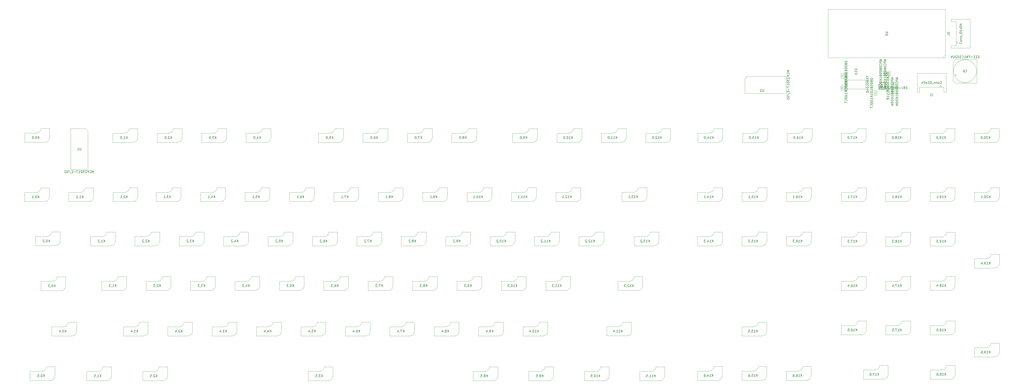
<source format=gbr>
%TF.GenerationSoftware,KiCad,Pcbnew,(5.1.9)-1*%
%TF.CreationDate,2021-04-15T00:53:49+10:00*%
%TF.ProjectId,RedPyKeeb,52656450-794b-4656-9562-2e6b69636164,rev?*%
%TF.SameCoordinates,Original*%
%TF.FileFunction,Other,Fab,Bot*%
%FSLAX46Y46*%
G04 Gerber Fmt 4.6, Leading zero omitted, Abs format (unit mm)*
G04 Created by KiCad (PCBNEW (5.1.9)-1) date 2021-04-15 00:53:49*
%MOMM*%
%LPD*%
G01*
G04 APERTURE LIST*
%ADD10C,0.120000*%
%ADD11C,0.150000*%
%ADD12C,0.100000*%
%ADD13C,0.080000*%
%ADD14C,0.075000*%
G04 APERTURE END LIST*
D10*
%TO.C,U0*%
X482592200Y-72491600D02*
X483892200Y-71191600D01*
X432892200Y-72491600D02*
X483892200Y-72491600D01*
X432892200Y-51491600D02*
X432892200Y-72491600D01*
X483892200Y-51491600D02*
X432892200Y-51491600D01*
X483892200Y-72491600D02*
X483892200Y-51491600D01*
D11*
%TO.C,U10*%
X454836400Y-84247100D02*
X454836400Y-86247100D01*
X454836400Y-86247100D02*
X457836400Y-86247100D01*
X457836400Y-86247100D02*
X457836400Y-83247100D01*
X457836400Y-83247100D02*
X455836400Y-83247100D01*
X455836400Y-83247100D02*
X454836400Y-84247100D01*
D10*
%TO.C,K12\u002C3*%
X352278200Y-167792300D02*
X352278200Y-171792300D01*
X352278200Y-167792300D02*
X348578200Y-167792300D01*
X346578200Y-169792300D02*
X341478200Y-169792300D01*
X341478200Y-173792300D02*
X341478200Y-169792300D01*
X350278200Y-173792300D02*
X341478200Y-173792300D01*
X348578200Y-167792300D02*
G75*
G02*
X346578200Y-169792300I-2000000J0D01*
G01*
X352278200Y-171792300D02*
G75*
G02*
X350278200Y-173792300I-2000000J0D01*
G01*
%TO.C,K16\u002C1*%
X425582600Y-129108100D02*
X425582600Y-133108100D01*
X425582600Y-129108100D02*
X421882600Y-129108100D01*
X419882600Y-131108100D02*
X414782600Y-131108100D01*
X414782600Y-135108100D02*
X414782600Y-131108100D01*
X423582600Y-135108100D02*
X414782600Y-135108100D01*
X421882600Y-129108100D02*
G75*
G02*
X419882600Y-131108100I-2000000J0D01*
G01*
X425582600Y-133108100D02*
G75*
G02*
X423582600Y-135108100I-2000000J0D01*
G01*
%TO.C,K14\u002C1*%
X386974600Y-129108100D02*
X386974600Y-133108100D01*
X386974600Y-129108100D02*
X383274600Y-129108100D01*
X381274600Y-131108100D02*
X376174600Y-131108100D01*
X376174600Y-135108100D02*
X376174600Y-131108100D01*
X384974600Y-135108100D02*
X376174600Y-135108100D01*
X383274600Y-129108100D02*
G75*
G02*
X381274600Y-131108100I-2000000J0D01*
G01*
X386974600Y-133108100D02*
G75*
G02*
X384974600Y-135108100I-2000000J0D01*
G01*
%TO.C,K3\u002C2*%
X161651200Y-148348600D02*
X161651200Y-152348600D01*
X161651200Y-148348600D02*
X157951200Y-148348600D01*
X155951200Y-150348600D02*
X150851200Y-150348600D01*
X150851200Y-154348600D02*
X150851200Y-150348600D01*
X159651200Y-154348600D02*
X150851200Y-154348600D01*
X157951200Y-148348600D02*
G75*
G02*
X155951200Y-150348600I-2000000J0D01*
G01*
X161651200Y-152348600D02*
G75*
G02*
X159651200Y-154348600I-2000000J0D01*
G01*
%TO.C,K8\u002C0*%
X280126960Y-103327100D02*
X280126960Y-107327100D01*
X280126960Y-103327100D02*
X276426960Y-103327100D01*
X274426960Y-105327100D02*
X269326960Y-105327100D01*
X269326960Y-109327100D02*
X269326960Y-105327100D01*
X278126960Y-109327100D02*
X269326960Y-109327100D01*
X276426960Y-103327100D02*
G75*
G02*
X274426960Y-105327100I-2000000J0D01*
G01*
X280126960Y-107327100D02*
G75*
G02*
X278126960Y-109327100I-2000000J0D01*
G01*
%TO.C,K0\u002C2*%
X99103700Y-148323200D02*
X99103700Y-152323200D01*
X99103700Y-148323200D02*
X95403700Y-148323200D01*
X93403700Y-150323200D02*
X88303700Y-150323200D01*
X88303700Y-154323200D02*
X88303700Y-150323200D01*
X97103700Y-154323200D02*
X88303700Y-154323200D01*
X95403700Y-148323200D02*
G75*
G02*
X93403700Y-150323200I-2000000J0D01*
G01*
X99103700Y-152323200D02*
G75*
G02*
X97103700Y-154323200I-2000000J0D01*
G01*
%TO.C,K18\u002C4*%
X488066600Y-167716100D02*
X488066600Y-171716100D01*
X488066600Y-167716100D02*
X484366600Y-167716100D01*
X482366600Y-169716100D02*
X477266600Y-169716100D01*
X477266600Y-173716100D02*
X477266600Y-169716100D01*
X486066600Y-173716100D02*
X477266600Y-173716100D01*
X484366600Y-167716100D02*
G75*
G02*
X482366600Y-169716100I-2000000J0D01*
G01*
X488066600Y-171716100D02*
G75*
G02*
X486066600Y-173716100I-2000000J0D01*
G01*
%TO.C,K10\u002C3*%
X301668700Y-167779600D02*
X301668700Y-171779600D01*
X301668700Y-167779600D02*
X297968700Y-167779600D01*
X295968700Y-169779600D02*
X290868700Y-169779600D01*
X290868700Y-173779600D02*
X290868700Y-169779600D01*
X299668700Y-173779600D02*
X290868700Y-173779600D01*
X297968700Y-167779600D02*
G75*
G02*
X295968700Y-169779600I-2000000J0D01*
G01*
X301668700Y-171779600D02*
G75*
G02*
X299668700Y-173779600I-2000000J0D01*
G01*
%TO.C,K13\u002C1*%
X354119700Y-129057300D02*
X354119700Y-133057300D01*
X354119700Y-129057300D02*
X350419700Y-129057300D01*
X348419700Y-131057300D02*
X343319700Y-131057300D01*
X343319700Y-135057300D02*
X343319700Y-131057300D01*
X352119700Y-135057300D02*
X343319700Y-135057300D01*
X350419700Y-129057300D02*
G75*
G02*
X348419700Y-131057300I-2000000J0D01*
G01*
X354119700Y-133057300D02*
G75*
G02*
X352119700Y-135057300I-2000000J0D01*
G01*
%TO.C,K19\u002C4*%
X507370600Y-158000600D02*
X507370600Y-162000600D01*
X507370600Y-158000600D02*
X503670600Y-158000600D01*
X501670600Y-160000600D02*
X496570600Y-160000600D01*
X496570600Y-164000600D02*
X496570600Y-160000600D01*
X505370600Y-164000600D02*
X496570600Y-164000600D01*
X503670600Y-158000600D02*
G75*
G02*
X501670600Y-160000600I-2000000J0D01*
G01*
X507370600Y-162000600D02*
G75*
G02*
X505370600Y-164000600I-2000000J0D01*
G01*
D12*
%TO.C,U2*%
X397751500Y-80527200D02*
X396751500Y-81527200D01*
X414651500Y-80527200D02*
X397751500Y-80527200D01*
X414651500Y-88027200D02*
X414651500Y-80527200D01*
X396751500Y-88027200D02*
X414651500Y-88027200D01*
X396751500Y-81527200D02*
X396751500Y-88027200D01*
D10*
%TO.C,K11\u002C4*%
X347452200Y-187540800D02*
X347452200Y-191540800D01*
X347452200Y-187540800D02*
X343752200Y-187540800D01*
X341752200Y-189540800D02*
X336652200Y-189540800D01*
X336652200Y-193540800D02*
X336652200Y-189540800D01*
X345452200Y-193540800D02*
X336652200Y-193540800D01*
X343752200Y-187540800D02*
G75*
G02*
X341752200Y-189540800I-2000000J0D01*
G01*
X347452200Y-191540800D02*
G75*
G02*
X345452200Y-193540800I-2000000J0D01*
G01*
D12*
%TO.C,C6*%
X488333375Y-80533600D02*
X488333375Y-79533600D01*
X487833375Y-80033600D02*
X488833375Y-80033600D01*
X487241700Y-74183600D02*
X488241700Y-73183600D01*
X487241700Y-82483600D02*
X488241700Y-83483600D01*
X487241700Y-82483600D02*
X487241700Y-74183600D01*
X488241700Y-73183600D02*
X497541700Y-73183600D01*
X488241700Y-83483600D02*
X497541700Y-83483600D01*
X497541700Y-83483600D02*
X497541700Y-73183600D01*
X497391700Y-78333600D02*
G75*
G03*
X497391700Y-78333600I-5000000J0D01*
G01*
%TO.C,J0*%
X489290307Y-65784100D02*
X488583200Y-65284100D01*
X488583200Y-66284100D02*
X489290307Y-65784100D01*
X488583200Y-56784100D02*
X488583200Y-67284100D01*
X486383200Y-56784100D02*
X488583200Y-56784100D01*
X486383200Y-55784100D02*
X486383200Y-56784100D01*
X494583200Y-55784100D02*
X486383200Y-55784100D01*
X494583200Y-68284100D02*
X494583200Y-55784100D01*
X486383200Y-68284100D02*
X494583200Y-68284100D01*
X486383200Y-67284100D02*
X486383200Y-68284100D01*
X488583200Y-67284100D02*
X486383200Y-67284100D01*
%TO.C,J1*%
X481660200Y-84609993D02*
X481160200Y-85317100D01*
X482160200Y-85317100D02*
X481660200Y-84609993D01*
X472660200Y-85317100D02*
X483160200Y-85317100D01*
X472660200Y-87517100D02*
X472660200Y-85317100D01*
X471660200Y-87517100D02*
X472660200Y-87517100D01*
X471660200Y-79317100D02*
X471660200Y-87517100D01*
X484160200Y-79317100D02*
X471660200Y-79317100D01*
X484160200Y-87517100D02*
X484160200Y-79317100D01*
X483160200Y-87517100D02*
X484160200Y-87517100D01*
X483160200Y-85317100D02*
X483160200Y-87517100D01*
D10*
%TO.C,K0\u002C0*%
X94468200Y-103276300D02*
X94468200Y-107276300D01*
X94468200Y-103276300D02*
X90768200Y-103276300D01*
X88768200Y-105276300D02*
X83668200Y-105276300D01*
X83668200Y-109276300D02*
X83668200Y-105276300D01*
X92468200Y-109276300D02*
X83668200Y-109276300D01*
X90768200Y-103276300D02*
G75*
G02*
X88768200Y-105276300I-2000000J0D01*
G01*
X94468200Y-107276300D02*
G75*
G02*
X92468200Y-109276300I-2000000J0D01*
G01*
%TO.C,K0\u002C1*%
X94404700Y-129120800D02*
X94404700Y-133120800D01*
X94404700Y-129120800D02*
X90704700Y-129120800D01*
X88704700Y-131120800D02*
X83604700Y-131120800D01*
X83604700Y-135120800D02*
X83604700Y-131120800D01*
X92404700Y-135120800D02*
X83604700Y-135120800D01*
X90704700Y-129120800D02*
G75*
G02*
X88704700Y-131120800I-2000000J0D01*
G01*
X94404700Y-133120800D02*
G75*
G02*
X92404700Y-135120800I-2000000J0D01*
G01*
%TO.C,K0\u002C5*%
X96817700Y-206971800D02*
X96817700Y-210971800D01*
X96817700Y-206971800D02*
X93117700Y-206971800D01*
X91117700Y-208971800D02*
X86017700Y-208971800D01*
X86017700Y-212971800D02*
X86017700Y-208971800D01*
X94817700Y-212971800D02*
X86017700Y-212971800D01*
X93117700Y-206971800D02*
G75*
G02*
X91117700Y-208971800I-2000000J0D01*
G01*
X96817700Y-210971800D02*
G75*
G02*
X94817700Y-212971800I-2000000J0D01*
G01*
%TO.C,K0\u002C4*%
X106215700Y-187604300D02*
X106215700Y-191604300D01*
X106215700Y-187604300D02*
X102515700Y-187604300D01*
X100515700Y-189604300D02*
X95415700Y-189604300D01*
X95415700Y-193604300D02*
X95415700Y-189604300D01*
X104215700Y-193604300D02*
X95415700Y-193604300D01*
X102515700Y-187604300D02*
G75*
G02*
X100515700Y-189604300I-2000000J0D01*
G01*
X106215700Y-191604300D02*
G75*
G02*
X104215700Y-193604300I-2000000J0D01*
G01*
%TO.C,K0\u002C3*%
X101491300Y-167830400D02*
X101491300Y-171830400D01*
X101491300Y-167830400D02*
X97791300Y-167830400D01*
X95791300Y-169830400D02*
X90691300Y-169830400D01*
X90691300Y-173830400D02*
X90691300Y-169830400D01*
X99491300Y-173830400D02*
X90691300Y-173830400D01*
X97791300Y-167830400D02*
G75*
G02*
X95791300Y-169830400I-2000000J0D01*
G01*
X101491300Y-171830400D02*
G75*
G02*
X99491300Y-173830400I-2000000J0D01*
G01*
%TO.C,K1\u002C4*%
X137330700Y-187591600D02*
X137330700Y-191591600D01*
X137330700Y-187591600D02*
X133630700Y-187591600D01*
X131630700Y-189591600D02*
X126530700Y-189591600D01*
X126530700Y-193591600D02*
X126530700Y-189591600D01*
X135330700Y-193591600D02*
X126530700Y-193591600D01*
X133630700Y-187591600D02*
G75*
G02*
X131630700Y-189591600I-2000000J0D01*
G01*
X137330700Y-191591600D02*
G75*
G02*
X135330700Y-193591600I-2000000J0D01*
G01*
%TO.C,K1\u002C5*%
X121392200Y-207022600D02*
X121392200Y-211022600D01*
X121392200Y-207022600D02*
X117692200Y-207022600D01*
X115692200Y-209022600D02*
X110592200Y-209022600D01*
X110592200Y-213022600D02*
X110592200Y-209022600D01*
X119392200Y-213022600D02*
X110592200Y-213022600D01*
X117692200Y-207022600D02*
G75*
G02*
X115692200Y-209022600I-2000000J0D01*
G01*
X121392200Y-211022600D02*
G75*
G02*
X119392200Y-213022600I-2000000J0D01*
G01*
%TO.C,K1\u002C3*%
X127932700Y-167779600D02*
X127932700Y-171779600D01*
X127932700Y-167779600D02*
X124232700Y-167779600D01*
X122232700Y-169779600D02*
X117132700Y-169779600D01*
X117132700Y-173779600D02*
X117132700Y-169779600D01*
X125932700Y-173779600D02*
X117132700Y-173779600D01*
X124232700Y-167779600D02*
G75*
G02*
X122232700Y-169779600I-2000000J0D01*
G01*
X127932700Y-171779600D02*
G75*
G02*
X125932700Y-173779600I-2000000J0D01*
G01*
%TO.C,K1\u002C2*%
X123043200Y-148348600D02*
X123043200Y-152348600D01*
X123043200Y-148348600D02*
X119343200Y-148348600D01*
X117343200Y-150348600D02*
X112243200Y-150348600D01*
X112243200Y-154348600D02*
X112243200Y-150348600D01*
X121043200Y-154348600D02*
X112243200Y-154348600D01*
X119343200Y-148348600D02*
G75*
G02*
X117343200Y-150348600I-2000000J0D01*
G01*
X123043200Y-152348600D02*
G75*
G02*
X121043200Y-154348600I-2000000J0D01*
G01*
%TO.C,K1\u002C1*%
X113619800Y-129120800D02*
X113619800Y-133120800D01*
X113619800Y-129120800D02*
X109919800Y-129120800D01*
X107919800Y-131120800D02*
X102819800Y-131120800D01*
X102819800Y-135120800D02*
X102819800Y-131120800D01*
X111619800Y-135120800D02*
X102819800Y-135120800D01*
X109919800Y-129120800D02*
G75*
G02*
X107919800Y-131120800I-2000000J0D01*
G01*
X113619800Y-133120800D02*
G75*
G02*
X111619800Y-135120800I-2000000J0D01*
G01*
%TO.C,K1\u002C0*%
X132806960Y-103327100D02*
X132806960Y-107327100D01*
X132806960Y-103327100D02*
X129106960Y-103327100D01*
X127106960Y-105327100D02*
X122006960Y-105327100D01*
X122006960Y-109327100D02*
X122006960Y-105327100D01*
X130806960Y-109327100D02*
X122006960Y-109327100D01*
X129106960Y-103327100D02*
G75*
G02*
X127106960Y-105327100I-2000000J0D01*
G01*
X132806960Y-107327100D02*
G75*
G02*
X130806960Y-109327100I-2000000J0D01*
G01*
%TO.C,K2\u002C5*%
X145776200Y-207022600D02*
X145776200Y-211022600D01*
X145776200Y-207022600D02*
X142076200Y-207022600D01*
X140076200Y-209022600D02*
X134976200Y-209022600D01*
X134976200Y-213022600D02*
X134976200Y-209022600D01*
X143776200Y-213022600D02*
X134976200Y-213022600D01*
X142076200Y-207022600D02*
G75*
G02*
X140076200Y-209022600I-2000000J0D01*
G01*
X145776200Y-211022600D02*
G75*
G02*
X143776200Y-213022600I-2000000J0D01*
G01*
%TO.C,K2\u002C3*%
X147236700Y-167779600D02*
X147236700Y-171779600D01*
X147236700Y-167779600D02*
X143536700Y-167779600D01*
X141536700Y-169779600D02*
X136436700Y-169779600D01*
X136436700Y-173779600D02*
X136436700Y-169779600D01*
X145236700Y-173779600D02*
X136436700Y-173779600D01*
X143536700Y-167779600D02*
G75*
G02*
X141536700Y-169779600I-2000000J0D01*
G01*
X147236700Y-171779600D02*
G75*
G02*
X145236700Y-173779600I-2000000J0D01*
G01*
%TO.C,K2\u002C1*%
X132822200Y-129108100D02*
X132822200Y-133108100D01*
X132822200Y-129108100D02*
X129122200Y-129108100D01*
X127122200Y-131108100D02*
X122022200Y-131108100D01*
X122022200Y-135108100D02*
X122022200Y-131108100D01*
X130822200Y-135108100D02*
X122022200Y-135108100D01*
X129122200Y-129108100D02*
G75*
G02*
X127122200Y-131108100I-2000000J0D01*
G01*
X132822200Y-133108100D02*
G75*
G02*
X130822200Y-135108100I-2000000J0D01*
G01*
%TO.C,K2\u002C4*%
X156634700Y-187591600D02*
X156634700Y-191591600D01*
X156634700Y-187591600D02*
X152934700Y-187591600D01*
X150934700Y-189591600D02*
X145834700Y-189591600D01*
X145834700Y-193591600D02*
X145834700Y-189591600D01*
X154634700Y-193591600D02*
X145834700Y-193591600D01*
X152934700Y-187591600D02*
G75*
G02*
X150934700Y-189591600I-2000000J0D01*
G01*
X156634700Y-191591600D02*
G75*
G02*
X154634700Y-193591600I-2000000J0D01*
G01*
%TO.C,K2\u002C2*%
X142347200Y-148348600D02*
X142347200Y-152348600D01*
X142347200Y-148348600D02*
X138647200Y-148348600D01*
X136647200Y-150348600D02*
X131547200Y-150348600D01*
X131547200Y-154348600D02*
X131547200Y-150348600D01*
X140347200Y-154348600D02*
X131547200Y-154348600D01*
X138647200Y-148348600D02*
G75*
G02*
X136647200Y-150348600I-2000000J0D01*
G01*
X142347200Y-152348600D02*
G75*
G02*
X140347200Y-154348600I-2000000J0D01*
G01*
%TO.C,K2\u002C0*%
X152110960Y-103327100D02*
X152110960Y-107327100D01*
X152110960Y-103327100D02*
X148410960Y-103327100D01*
X146410960Y-105327100D02*
X141310960Y-105327100D01*
X141310960Y-109327100D02*
X141310960Y-105327100D01*
X150110960Y-109327100D02*
X141310960Y-109327100D01*
X148410960Y-103327100D02*
G75*
G02*
X146410960Y-105327100I-2000000J0D01*
G01*
X152110960Y-107327100D02*
G75*
G02*
X150110960Y-109327100I-2000000J0D01*
G01*
%TO.C,K3\u002C5*%
X217658200Y-207022600D02*
X217658200Y-211022600D01*
X217658200Y-207022600D02*
X213958200Y-207022600D01*
X211958200Y-209022600D02*
X206858200Y-209022600D01*
X206858200Y-213022600D02*
X206858200Y-209022600D01*
X215658200Y-213022600D02*
X206858200Y-213022600D01*
X213958200Y-207022600D02*
G75*
G02*
X211958200Y-209022600I-2000000J0D01*
G01*
X217658200Y-211022600D02*
G75*
G02*
X215658200Y-213022600I-2000000J0D01*
G01*
%TO.C,K3\u002C4*%
X175938700Y-187591600D02*
X175938700Y-191591600D01*
X175938700Y-187591600D02*
X172238700Y-187591600D01*
X170238700Y-189591600D02*
X165138700Y-189591600D01*
X165138700Y-193591600D02*
X165138700Y-189591600D01*
X173938700Y-193591600D02*
X165138700Y-193591600D01*
X172238700Y-187591600D02*
G75*
G02*
X170238700Y-189591600I-2000000J0D01*
G01*
X175938700Y-191591600D02*
G75*
G02*
X173938700Y-193591600I-2000000J0D01*
G01*
%TO.C,K3\u002C1*%
X151618200Y-129108100D02*
X151618200Y-133108100D01*
X151618200Y-129108100D02*
X147918200Y-129108100D01*
X145918200Y-131108100D02*
X140818200Y-131108100D01*
X140818200Y-135108100D02*
X140818200Y-131108100D01*
X149618200Y-135108100D02*
X140818200Y-135108100D01*
X147918200Y-129108100D02*
G75*
G02*
X145918200Y-131108100I-2000000J0D01*
G01*
X151618200Y-133108100D02*
G75*
G02*
X149618200Y-135108100I-2000000J0D01*
G01*
%TO.C,K3\u002C0*%
X171414960Y-103327100D02*
X171414960Y-107327100D01*
X171414960Y-103327100D02*
X167714960Y-103327100D01*
X165714960Y-105327100D02*
X160614960Y-105327100D01*
X160614960Y-109327100D02*
X160614960Y-105327100D01*
X169414960Y-109327100D02*
X160614960Y-109327100D01*
X167714960Y-103327100D02*
G75*
G02*
X165714960Y-105327100I-2000000J0D01*
G01*
X171414960Y-107327100D02*
G75*
G02*
X169414960Y-109327100I-2000000J0D01*
G01*
%TO.C,K3\u002C3*%
X166540700Y-167779600D02*
X166540700Y-171779600D01*
X166540700Y-167779600D02*
X162840700Y-167779600D01*
X160840700Y-169779600D02*
X155740700Y-169779600D01*
X155740700Y-173779600D02*
X155740700Y-169779600D01*
X164540700Y-173779600D02*
X155740700Y-173779600D01*
X162840700Y-167779600D02*
G75*
G02*
X160840700Y-169779600I-2000000J0D01*
G01*
X166540700Y-171779600D02*
G75*
G02*
X164540700Y-173779600I-2000000J0D01*
G01*
%TO.C,K4\u002C1*%
X170922200Y-129108100D02*
X170922200Y-133108100D01*
X170922200Y-129108100D02*
X167222200Y-129108100D01*
X165222200Y-131108100D02*
X160122200Y-131108100D01*
X160122200Y-135108100D02*
X160122200Y-131108100D01*
X168922200Y-135108100D02*
X160122200Y-135108100D01*
X167222200Y-129108100D02*
G75*
G02*
X165222200Y-131108100I-2000000J0D01*
G01*
X170922200Y-133108100D02*
G75*
G02*
X168922200Y-135108100I-2000000J0D01*
G01*
%TO.C,K4\u002C2*%
X180955200Y-148348600D02*
X180955200Y-152348600D01*
X180955200Y-148348600D02*
X177255200Y-148348600D01*
X175255200Y-150348600D02*
X170155200Y-150348600D01*
X170155200Y-154348600D02*
X170155200Y-150348600D01*
X178955200Y-154348600D02*
X170155200Y-154348600D01*
X177255200Y-148348600D02*
G75*
G02*
X175255200Y-150348600I-2000000J0D01*
G01*
X180955200Y-152348600D02*
G75*
G02*
X178955200Y-154348600I-2000000J0D01*
G01*
%TO.C,K4\u002C3*%
X185844700Y-167779600D02*
X185844700Y-171779600D01*
X185844700Y-167779600D02*
X182144700Y-167779600D01*
X180144700Y-169779600D02*
X175044700Y-169779600D01*
X175044700Y-173779600D02*
X175044700Y-169779600D01*
X183844700Y-173779600D02*
X175044700Y-173779600D01*
X182144700Y-167779600D02*
G75*
G02*
X180144700Y-169779600I-2000000J0D01*
G01*
X185844700Y-171779600D02*
G75*
G02*
X183844700Y-173779600I-2000000J0D01*
G01*
%TO.C,K4\u002C4*%
X195242700Y-187591600D02*
X195242700Y-191591600D01*
X195242700Y-187591600D02*
X191542700Y-187591600D01*
X189542700Y-189591600D02*
X184442700Y-189591600D01*
X184442700Y-193591600D02*
X184442700Y-189591600D01*
X193242700Y-193591600D02*
X184442700Y-193591600D01*
X191542700Y-187591600D02*
G75*
G02*
X189542700Y-189591600I-2000000J0D01*
G01*
X195242700Y-191591600D02*
G75*
G02*
X193242700Y-193591600I-2000000J0D01*
G01*
%TO.C,K4\u002C0*%
X190718960Y-103327100D02*
X190718960Y-107327100D01*
X190718960Y-103327100D02*
X187018960Y-103327100D01*
X185018960Y-105327100D02*
X179918960Y-105327100D01*
X179918960Y-109327100D02*
X179918960Y-105327100D01*
X188718960Y-109327100D02*
X179918960Y-109327100D01*
X187018960Y-103327100D02*
G75*
G02*
X185018960Y-105327100I-2000000J0D01*
G01*
X190718960Y-107327100D02*
G75*
G02*
X188718960Y-109327100I-2000000J0D01*
G01*
%TO.C,K5\u002C0*%
X222214960Y-103327100D02*
X222214960Y-107327100D01*
X222214960Y-103327100D02*
X218514960Y-103327100D01*
X216514960Y-105327100D02*
X211414960Y-105327100D01*
X211414960Y-109327100D02*
X211414960Y-105327100D01*
X220214960Y-109327100D02*
X211414960Y-109327100D01*
X218514960Y-103327100D02*
G75*
G02*
X216514960Y-105327100I-2000000J0D01*
G01*
X222214960Y-107327100D02*
G75*
G02*
X220214960Y-109327100I-2000000J0D01*
G01*
%TO.C,K5\u002C2*%
X200259200Y-148348600D02*
X200259200Y-152348600D01*
X200259200Y-148348600D02*
X196559200Y-148348600D01*
X194559200Y-150348600D02*
X189459200Y-150348600D01*
X189459200Y-154348600D02*
X189459200Y-150348600D01*
X198259200Y-154348600D02*
X189459200Y-154348600D01*
X196559200Y-148348600D02*
G75*
G02*
X194559200Y-150348600I-2000000J0D01*
G01*
X200259200Y-152348600D02*
G75*
G02*
X198259200Y-154348600I-2000000J0D01*
G01*
%TO.C,K5\u002C1*%
X190226200Y-129108100D02*
X190226200Y-133108100D01*
X190226200Y-129108100D02*
X186526200Y-129108100D01*
X184526200Y-131108100D02*
X179426200Y-131108100D01*
X179426200Y-135108100D02*
X179426200Y-131108100D01*
X188226200Y-135108100D02*
X179426200Y-135108100D01*
X186526200Y-129108100D02*
G75*
G02*
X184526200Y-131108100I-2000000J0D01*
G01*
X190226200Y-133108100D02*
G75*
G02*
X188226200Y-135108100I-2000000J0D01*
G01*
%TO.C,K5\u002C3*%
X205148700Y-167779600D02*
X205148700Y-171779600D01*
X205148700Y-167779600D02*
X201448700Y-167779600D01*
X199448700Y-169779600D02*
X194348700Y-169779600D01*
X194348700Y-173779600D02*
X194348700Y-169779600D01*
X203148700Y-173779600D02*
X194348700Y-173779600D01*
X201448700Y-167779600D02*
G75*
G02*
X199448700Y-169779600I-2000000J0D01*
G01*
X205148700Y-171779600D02*
G75*
G02*
X203148700Y-173779600I-2000000J0D01*
G01*
%TO.C,K5\u002C4*%
X214546700Y-187591600D02*
X214546700Y-191591600D01*
X214546700Y-187591600D02*
X210846700Y-187591600D01*
X208846700Y-189591600D02*
X203746700Y-189591600D01*
X203746700Y-193591600D02*
X203746700Y-189591600D01*
X212546700Y-193591600D02*
X203746700Y-193591600D01*
X210846700Y-187591600D02*
G75*
G02*
X208846700Y-189591600I-2000000J0D01*
G01*
X214546700Y-191591600D02*
G75*
G02*
X212546700Y-193591600I-2000000J0D01*
G01*
%TO.C,K6\u002C3*%
X224452700Y-167779600D02*
X224452700Y-171779600D01*
X224452700Y-167779600D02*
X220752700Y-167779600D01*
X218752700Y-169779600D02*
X213652700Y-169779600D01*
X213652700Y-173779600D02*
X213652700Y-169779600D01*
X222452700Y-173779600D02*
X213652700Y-173779600D01*
X220752700Y-167779600D02*
G75*
G02*
X218752700Y-169779600I-2000000J0D01*
G01*
X224452700Y-171779600D02*
G75*
G02*
X222452700Y-173779600I-2000000J0D01*
G01*
%TO.C,K6\u002C4*%
X233850700Y-187591600D02*
X233850700Y-191591600D01*
X233850700Y-187591600D02*
X230150700Y-187591600D01*
X228150700Y-189591600D02*
X223050700Y-189591600D01*
X223050700Y-193591600D02*
X223050700Y-189591600D01*
X231850700Y-193591600D02*
X223050700Y-193591600D01*
X230150700Y-187591600D02*
G75*
G02*
X228150700Y-189591600I-2000000J0D01*
G01*
X233850700Y-191591600D02*
G75*
G02*
X231850700Y-193591600I-2000000J0D01*
G01*
%TO.C,K6\u002C1*%
X209530200Y-129108100D02*
X209530200Y-133108100D01*
X209530200Y-129108100D02*
X205830200Y-129108100D01*
X203830200Y-131108100D02*
X198730200Y-131108100D01*
X198730200Y-135108100D02*
X198730200Y-131108100D01*
X207530200Y-135108100D02*
X198730200Y-135108100D01*
X205830200Y-129108100D02*
G75*
G02*
X203830200Y-131108100I-2000000J0D01*
G01*
X209530200Y-133108100D02*
G75*
G02*
X207530200Y-135108100I-2000000J0D01*
G01*
%TO.C,K6\u002C2*%
X219563200Y-148348600D02*
X219563200Y-152348600D01*
X219563200Y-148348600D02*
X215863200Y-148348600D01*
X213863200Y-150348600D02*
X208763200Y-150348600D01*
X208763200Y-154348600D02*
X208763200Y-150348600D01*
X217563200Y-154348600D02*
X208763200Y-154348600D01*
X215863200Y-148348600D02*
G75*
G02*
X213863200Y-150348600I-2000000J0D01*
G01*
X219563200Y-152348600D02*
G75*
G02*
X217563200Y-154348600I-2000000J0D01*
G01*
%TO.C,K6\u002C0*%
X241518960Y-103327100D02*
X241518960Y-107327100D01*
X241518960Y-103327100D02*
X237818960Y-103327100D01*
X235818960Y-105327100D02*
X230718960Y-105327100D01*
X230718960Y-109327100D02*
X230718960Y-105327100D01*
X239518960Y-109327100D02*
X230718960Y-109327100D01*
X237818960Y-103327100D02*
G75*
G02*
X235818960Y-105327100I-2000000J0D01*
G01*
X241518960Y-107327100D02*
G75*
G02*
X239518960Y-109327100I-2000000J0D01*
G01*
%TO.C,K7\u002C2*%
X238867200Y-148348600D02*
X238867200Y-152348600D01*
X238867200Y-148348600D02*
X235167200Y-148348600D01*
X233167200Y-150348600D02*
X228067200Y-150348600D01*
X228067200Y-154348600D02*
X228067200Y-150348600D01*
X236867200Y-154348600D02*
X228067200Y-154348600D01*
X235167200Y-148348600D02*
G75*
G02*
X233167200Y-150348600I-2000000J0D01*
G01*
X238867200Y-152348600D02*
G75*
G02*
X236867200Y-154348600I-2000000J0D01*
G01*
%TO.C,K7\u002C1*%
X228834200Y-129108100D02*
X228834200Y-133108100D01*
X228834200Y-129108100D02*
X225134200Y-129108100D01*
X223134200Y-131108100D02*
X218034200Y-131108100D01*
X218034200Y-135108100D02*
X218034200Y-131108100D01*
X226834200Y-135108100D02*
X218034200Y-135108100D01*
X225134200Y-129108100D02*
G75*
G02*
X223134200Y-131108100I-2000000J0D01*
G01*
X228834200Y-133108100D02*
G75*
G02*
X226834200Y-135108100I-2000000J0D01*
G01*
%TO.C,K7\u002C3*%
X243756700Y-167779600D02*
X243756700Y-171779600D01*
X243756700Y-167779600D02*
X240056700Y-167779600D01*
X238056700Y-169779600D02*
X232956700Y-169779600D01*
X232956700Y-173779600D02*
X232956700Y-169779600D01*
X241756700Y-173779600D02*
X232956700Y-173779600D01*
X240056700Y-167779600D02*
G75*
G02*
X238056700Y-169779600I-2000000J0D01*
G01*
X243756700Y-171779600D02*
G75*
G02*
X241756700Y-173779600I-2000000J0D01*
G01*
%TO.C,K7\u002C4*%
X253154700Y-187591600D02*
X253154700Y-191591600D01*
X253154700Y-187591600D02*
X249454700Y-187591600D01*
X247454700Y-189591600D02*
X242354700Y-189591600D01*
X242354700Y-193591600D02*
X242354700Y-189591600D01*
X251154700Y-193591600D02*
X242354700Y-193591600D01*
X249454700Y-187591600D02*
G75*
G02*
X247454700Y-189591600I-2000000J0D01*
G01*
X253154700Y-191591600D02*
G75*
G02*
X251154700Y-193591600I-2000000J0D01*
G01*
%TO.C,K7\u002C0*%
X260822960Y-103327100D02*
X260822960Y-107327100D01*
X260822960Y-103327100D02*
X257122960Y-103327100D01*
X255122960Y-105327100D02*
X250022960Y-105327100D01*
X250022960Y-109327100D02*
X250022960Y-105327100D01*
X258822960Y-109327100D02*
X250022960Y-109327100D01*
X257122960Y-103327100D02*
G75*
G02*
X255122960Y-105327100I-2000000J0D01*
G01*
X260822960Y-107327100D02*
G75*
G02*
X258822960Y-109327100I-2000000J0D01*
G01*
%TO.C,K8\u002C1*%
X248138200Y-129108100D02*
X248138200Y-133108100D01*
X248138200Y-129108100D02*
X244438200Y-129108100D01*
X242438200Y-131108100D02*
X237338200Y-131108100D01*
X237338200Y-135108100D02*
X237338200Y-131108100D01*
X246138200Y-135108100D02*
X237338200Y-135108100D01*
X244438200Y-129108100D02*
G75*
G02*
X242438200Y-131108100I-2000000J0D01*
G01*
X248138200Y-133108100D02*
G75*
G02*
X246138200Y-135108100I-2000000J0D01*
G01*
%TO.C,K8\u002C3*%
X263060700Y-167779600D02*
X263060700Y-171779600D01*
X263060700Y-167779600D02*
X259360700Y-167779600D01*
X257360700Y-169779600D02*
X252260700Y-169779600D01*
X252260700Y-173779600D02*
X252260700Y-169779600D01*
X261060700Y-173779600D02*
X252260700Y-173779600D01*
X259360700Y-167779600D02*
G75*
G02*
X257360700Y-169779600I-2000000J0D01*
G01*
X263060700Y-171779600D02*
G75*
G02*
X261060700Y-173779600I-2000000J0D01*
G01*
%TO.C,K8\u002C4*%
X272458700Y-187591600D02*
X272458700Y-191591600D01*
X272458700Y-187591600D02*
X268758700Y-187591600D01*
X266758700Y-189591600D02*
X261658700Y-189591600D01*
X261658700Y-193591600D02*
X261658700Y-189591600D01*
X270458700Y-193591600D02*
X261658700Y-193591600D01*
X268758700Y-187591600D02*
G75*
G02*
X266758700Y-189591600I-2000000J0D01*
G01*
X272458700Y-191591600D02*
G75*
G02*
X270458700Y-193591600I-2000000J0D01*
G01*
%TO.C,K8\u002C5*%
X289387800Y-207022600D02*
X289387800Y-211022600D01*
X289387800Y-207022600D02*
X285687800Y-207022600D01*
X283687800Y-209022600D02*
X278587800Y-209022600D01*
X278587800Y-213022600D02*
X278587800Y-209022600D01*
X287387800Y-213022600D02*
X278587800Y-213022600D01*
X285687800Y-207022600D02*
G75*
G02*
X283687800Y-209022600I-2000000J0D01*
G01*
X289387800Y-211022600D02*
G75*
G02*
X287387800Y-213022600I-2000000J0D01*
G01*
%TO.C,K8\u002C2*%
X258171200Y-148348600D02*
X258171200Y-152348600D01*
X258171200Y-148348600D02*
X254471200Y-148348600D01*
X252471200Y-150348600D02*
X247371200Y-150348600D01*
X247371200Y-154348600D02*
X247371200Y-150348600D01*
X256171200Y-154348600D02*
X247371200Y-154348600D01*
X254471200Y-148348600D02*
G75*
G02*
X252471200Y-150348600I-2000000J0D01*
G01*
X258171200Y-152348600D02*
G75*
G02*
X256171200Y-154348600I-2000000J0D01*
G01*
%TO.C,K9\u002C0*%
X306542960Y-103327100D02*
X306542960Y-107327100D01*
X306542960Y-103327100D02*
X302842960Y-103327100D01*
X300842960Y-105327100D02*
X295742960Y-105327100D01*
X295742960Y-109327100D02*
X295742960Y-105327100D01*
X304542960Y-109327100D02*
X295742960Y-109327100D01*
X302842960Y-103327100D02*
G75*
G02*
X300842960Y-105327100I-2000000J0D01*
G01*
X306542960Y-107327100D02*
G75*
G02*
X304542960Y-109327100I-2000000J0D01*
G01*
%TO.C,K9\u002C5*%
X313543200Y-207022600D02*
X313543200Y-211022600D01*
X313543200Y-207022600D02*
X309843200Y-207022600D01*
X307843200Y-209022600D02*
X302743200Y-209022600D01*
X302743200Y-213022600D02*
X302743200Y-209022600D01*
X311543200Y-213022600D02*
X302743200Y-213022600D01*
X309843200Y-207022600D02*
G75*
G02*
X307843200Y-209022600I-2000000J0D01*
G01*
X313543200Y-211022600D02*
G75*
G02*
X311543200Y-213022600I-2000000J0D01*
G01*
%TO.C,K9\u002C1*%
X267442200Y-129108100D02*
X267442200Y-133108100D01*
X267442200Y-129108100D02*
X263742200Y-129108100D01*
X261742200Y-131108100D02*
X256642200Y-131108100D01*
X256642200Y-135108100D02*
X256642200Y-131108100D01*
X265442200Y-135108100D02*
X256642200Y-135108100D01*
X263742200Y-129108100D02*
G75*
G02*
X261742200Y-131108100I-2000000J0D01*
G01*
X267442200Y-133108100D02*
G75*
G02*
X265442200Y-135108100I-2000000J0D01*
G01*
%TO.C,K9\u002C2*%
X277475200Y-148348600D02*
X277475200Y-152348600D01*
X277475200Y-148348600D02*
X273775200Y-148348600D01*
X271775200Y-150348600D02*
X266675200Y-150348600D01*
X266675200Y-154348600D02*
X266675200Y-150348600D01*
X275475200Y-154348600D02*
X266675200Y-154348600D01*
X273775200Y-148348600D02*
G75*
G02*
X271775200Y-150348600I-2000000J0D01*
G01*
X277475200Y-152348600D02*
G75*
G02*
X275475200Y-154348600I-2000000J0D01*
G01*
%TO.C,K9\u002C4*%
X291762700Y-187591600D02*
X291762700Y-191591600D01*
X291762700Y-187591600D02*
X288062700Y-187591600D01*
X286062700Y-189591600D02*
X280962700Y-189591600D01*
X280962700Y-193591600D02*
X280962700Y-189591600D01*
X289762700Y-193591600D02*
X280962700Y-193591600D01*
X288062700Y-187591600D02*
G75*
G02*
X286062700Y-189591600I-2000000J0D01*
G01*
X291762700Y-191591600D02*
G75*
G02*
X289762700Y-193591600I-2000000J0D01*
G01*
%TO.C,K9\u002C3*%
X282364700Y-167779600D02*
X282364700Y-171779600D01*
X282364700Y-167779600D02*
X278664700Y-167779600D01*
X276664700Y-169779600D02*
X271564700Y-169779600D01*
X271564700Y-173779600D02*
X271564700Y-169779600D01*
X280364700Y-173779600D02*
X271564700Y-173779600D01*
X278664700Y-167779600D02*
G75*
G02*
X276664700Y-169779600I-2000000J0D01*
G01*
X282364700Y-171779600D02*
G75*
G02*
X280364700Y-173779600I-2000000J0D01*
G01*
%TO.C,K10\u002C2*%
X296779200Y-148348600D02*
X296779200Y-152348600D01*
X296779200Y-148348600D02*
X293079200Y-148348600D01*
X291079200Y-150348600D02*
X285979200Y-150348600D01*
X285979200Y-154348600D02*
X285979200Y-150348600D01*
X294779200Y-154348600D02*
X285979200Y-154348600D01*
X293079200Y-148348600D02*
G75*
G02*
X291079200Y-150348600I-2000000J0D01*
G01*
X296779200Y-152348600D02*
G75*
G02*
X294779200Y-154348600I-2000000J0D01*
G01*
%TO.C,K10\u002C0*%
X325846960Y-103327100D02*
X325846960Y-107327100D01*
X325846960Y-103327100D02*
X322146960Y-103327100D01*
X320146960Y-105327100D02*
X315046960Y-105327100D01*
X315046960Y-109327100D02*
X315046960Y-105327100D01*
X323846960Y-109327100D02*
X315046960Y-109327100D01*
X322146960Y-103327100D02*
G75*
G02*
X320146960Y-105327100I-2000000J0D01*
G01*
X325846960Y-107327100D02*
G75*
G02*
X323846960Y-109327100I-2000000J0D01*
G01*
%TO.C,K10\u002C5*%
X337736700Y-207022600D02*
X337736700Y-211022600D01*
X337736700Y-207022600D02*
X334036700Y-207022600D01*
X332036700Y-209022600D02*
X326936700Y-209022600D01*
X326936700Y-213022600D02*
X326936700Y-209022600D01*
X335736700Y-213022600D02*
X326936700Y-213022600D01*
X334036700Y-207022600D02*
G75*
G02*
X332036700Y-209022600I-2000000J0D01*
G01*
X337736700Y-211022600D02*
G75*
G02*
X335736700Y-213022600I-2000000J0D01*
G01*
%TO.C,K10\u002C1*%
X286746200Y-129108100D02*
X286746200Y-133108100D01*
X286746200Y-129108100D02*
X283046200Y-129108100D01*
X281046200Y-131108100D02*
X275946200Y-131108100D01*
X275946200Y-135108100D02*
X275946200Y-131108100D01*
X284746200Y-135108100D02*
X275946200Y-135108100D01*
X283046200Y-129108100D02*
G75*
G02*
X281046200Y-131108100I-2000000J0D01*
G01*
X286746200Y-133108100D02*
G75*
G02*
X284746200Y-135108100I-2000000J0D01*
G01*
%TO.C,K10\u002C4*%
X311066700Y-187591600D02*
X311066700Y-191591600D01*
X311066700Y-187591600D02*
X307366700Y-187591600D01*
X305366700Y-189591600D02*
X300266700Y-189591600D01*
X300266700Y-193591600D02*
X300266700Y-189591600D01*
X309066700Y-193591600D02*
X300266700Y-193591600D01*
X307366700Y-187591600D02*
G75*
G02*
X305366700Y-189591600I-2000000J0D01*
G01*
X311066700Y-191591600D02*
G75*
G02*
X309066700Y-193591600I-2000000J0D01*
G01*
%TO.C,K11\u002C3*%
X320972700Y-167779600D02*
X320972700Y-171779600D01*
X320972700Y-167779600D02*
X317272700Y-167779600D01*
X315272700Y-169779600D02*
X310172700Y-169779600D01*
X310172700Y-173779600D02*
X310172700Y-169779600D01*
X318972700Y-173779600D02*
X310172700Y-173779600D01*
X317272700Y-167779600D02*
G75*
G02*
X315272700Y-169779600I-2000000J0D01*
G01*
X320972700Y-171779600D02*
G75*
G02*
X318972700Y-173779600I-2000000J0D01*
G01*
%TO.C,K11\u002C2*%
X316083200Y-148348600D02*
X316083200Y-152348600D01*
X316083200Y-148348600D02*
X312383200Y-148348600D01*
X310383200Y-150348600D02*
X305283200Y-150348600D01*
X305283200Y-154348600D02*
X305283200Y-150348600D01*
X314083200Y-154348600D02*
X305283200Y-154348600D01*
X312383200Y-148348600D02*
G75*
G02*
X310383200Y-150348600I-2000000J0D01*
G01*
X316083200Y-152348600D02*
G75*
G02*
X314083200Y-154348600I-2000000J0D01*
G01*
%TO.C,K11\u002C5*%
X361803200Y-207022600D02*
X361803200Y-211022600D01*
X361803200Y-207022600D02*
X358103200Y-207022600D01*
X356103200Y-209022600D02*
X351003200Y-209022600D01*
X351003200Y-213022600D02*
X351003200Y-209022600D01*
X359803200Y-213022600D02*
X351003200Y-213022600D01*
X358103200Y-207022600D02*
G75*
G02*
X356103200Y-209022600I-2000000J0D01*
G01*
X361803200Y-211022600D02*
G75*
G02*
X359803200Y-213022600I-2000000J0D01*
G01*
%TO.C,K11\u002C1*%
X306050200Y-129108100D02*
X306050200Y-133108100D01*
X306050200Y-129108100D02*
X302350200Y-129108100D01*
X300350200Y-131108100D02*
X295250200Y-131108100D01*
X295250200Y-135108100D02*
X295250200Y-131108100D01*
X304050200Y-135108100D02*
X295250200Y-135108100D01*
X302350200Y-129108100D02*
G75*
G02*
X300350200Y-131108100I-2000000J0D01*
G01*
X306050200Y-133108100D02*
G75*
G02*
X304050200Y-135108100I-2000000J0D01*
G01*
%TO.C,K11\u002C0*%
X345150960Y-103327100D02*
X345150960Y-107327100D01*
X345150960Y-103327100D02*
X341450960Y-103327100D01*
X339450960Y-105327100D02*
X334350960Y-105327100D01*
X334350960Y-109327100D02*
X334350960Y-105327100D01*
X343150960Y-109327100D02*
X334350960Y-109327100D01*
X341450960Y-103327100D02*
G75*
G02*
X339450960Y-105327100I-2000000J0D01*
G01*
X345150960Y-107327100D02*
G75*
G02*
X343150960Y-109327100I-2000000J0D01*
G01*
%TO.C,K12\u002C2*%
X335387200Y-148348600D02*
X335387200Y-152348600D01*
X335387200Y-148348600D02*
X331687200Y-148348600D01*
X329687200Y-150348600D02*
X324587200Y-150348600D01*
X324587200Y-154348600D02*
X324587200Y-150348600D01*
X333387200Y-154348600D02*
X324587200Y-154348600D01*
X331687200Y-148348600D02*
G75*
G02*
X329687200Y-150348600I-2000000J0D01*
G01*
X335387200Y-152348600D02*
G75*
G02*
X333387200Y-154348600I-2000000J0D01*
G01*
%TO.C,K12\u002C0*%
X364454960Y-103327100D02*
X364454960Y-107327100D01*
X364454960Y-103327100D02*
X360754960Y-103327100D01*
X358754960Y-105327100D02*
X353654960Y-105327100D01*
X353654960Y-109327100D02*
X353654960Y-105327100D01*
X362454960Y-109327100D02*
X353654960Y-109327100D01*
X360754960Y-103327100D02*
G75*
G02*
X358754960Y-105327100I-2000000J0D01*
G01*
X364454960Y-107327100D02*
G75*
G02*
X362454960Y-109327100I-2000000J0D01*
G01*
%TO.C,K12\u002C1*%
X325354200Y-129108100D02*
X325354200Y-133108100D01*
X325354200Y-129108100D02*
X321654200Y-129108100D01*
X319654200Y-131108100D02*
X314554200Y-131108100D01*
X314554200Y-135108100D02*
X314554200Y-131108100D01*
X323354200Y-135108100D02*
X314554200Y-135108100D01*
X321654200Y-129108100D02*
G75*
G02*
X319654200Y-131108100I-2000000J0D01*
G01*
X325354200Y-133108100D02*
G75*
G02*
X323354200Y-135108100I-2000000J0D01*
G01*
%TO.C,K13\u002C2*%
X359326700Y-148361300D02*
X359326700Y-152361300D01*
X359326700Y-148361300D02*
X355626700Y-148361300D01*
X353626700Y-150361300D02*
X348526700Y-150361300D01*
X348526700Y-154361300D02*
X348526700Y-150361300D01*
X357326700Y-154361300D02*
X348526700Y-154361300D01*
X355626700Y-148361300D02*
G75*
G02*
X353626700Y-150361300I-2000000J0D01*
G01*
X359326700Y-152361300D02*
G75*
G02*
X357326700Y-154361300I-2000000J0D01*
G01*
%TO.C,K14\u002C6*%
X386911100Y-206895600D02*
X386911100Y-210895600D01*
X386911100Y-206895600D02*
X383211100Y-206895600D01*
X381211100Y-208895600D02*
X376111100Y-208895600D01*
X376111100Y-212895600D02*
X376111100Y-208895600D01*
X384911100Y-212895600D02*
X376111100Y-212895600D01*
X383211100Y-206895600D02*
G75*
G02*
X381211100Y-208895600I-2000000J0D01*
G01*
X386911100Y-210895600D02*
G75*
G02*
X384911100Y-212895600I-2000000J0D01*
G01*
%TO.C,K14\u002C3*%
X386974600Y-148348600D02*
X386974600Y-152348600D01*
X386974600Y-148348600D02*
X383274600Y-148348600D01*
X381274600Y-150348600D02*
X376174600Y-150348600D01*
X376174600Y-154348600D02*
X376174600Y-150348600D01*
X384974600Y-154348600D02*
X376174600Y-154348600D01*
X383274600Y-148348600D02*
G75*
G02*
X381274600Y-150348600I-2000000J0D01*
G01*
X386974600Y-152348600D02*
G75*
G02*
X384974600Y-154348600I-2000000J0D01*
G01*
%TO.C,K14\u002C0*%
X387025400Y-103327100D02*
X387025400Y-107327100D01*
X387025400Y-103327100D02*
X383325400Y-103327100D01*
X381325400Y-105327100D02*
X376225400Y-105327100D01*
X376225400Y-109327100D02*
X376225400Y-105327100D01*
X385025400Y-109327100D02*
X376225400Y-109327100D01*
X383325400Y-103327100D02*
G75*
G02*
X381325400Y-105327100I-2000000J0D01*
G01*
X387025400Y-107327100D02*
G75*
G02*
X385025400Y-109327100I-2000000J0D01*
G01*
%TO.C,K15\u002C6*%
X406215100Y-206895600D02*
X406215100Y-210895600D01*
X406215100Y-206895600D02*
X402515100Y-206895600D01*
X400515100Y-208895600D02*
X395415100Y-208895600D01*
X395415100Y-212895600D02*
X395415100Y-208895600D01*
X404215100Y-212895600D02*
X395415100Y-212895600D01*
X402515100Y-206895600D02*
G75*
G02*
X400515100Y-208895600I-2000000J0D01*
G01*
X406215100Y-210895600D02*
G75*
G02*
X404215100Y-212895600I-2000000J0D01*
G01*
%TO.C,K15\u002C3*%
X406278600Y-148348600D02*
X406278600Y-152348600D01*
X406278600Y-148348600D02*
X402578600Y-148348600D01*
X400578600Y-150348600D02*
X395478600Y-150348600D01*
X395478600Y-154348600D02*
X395478600Y-150348600D01*
X404278600Y-154348600D02*
X395478600Y-154348600D01*
X402578600Y-148348600D02*
G75*
G02*
X400578600Y-150348600I-2000000J0D01*
G01*
X406278600Y-152348600D02*
G75*
G02*
X404278600Y-154348600I-2000000J0D01*
G01*
%TO.C,K15\u002C5*%
X406215100Y-187591600D02*
X406215100Y-191591600D01*
X406215100Y-187591600D02*
X402515100Y-187591600D01*
X400515100Y-189591600D02*
X395415100Y-189591600D01*
X395415100Y-193591600D02*
X395415100Y-189591600D01*
X404215100Y-193591600D02*
X395415100Y-193591600D01*
X402515100Y-187591600D02*
G75*
G02*
X400515100Y-189591600I-2000000J0D01*
G01*
X406215100Y-191591600D02*
G75*
G02*
X404215100Y-193591600I-2000000J0D01*
G01*
%TO.C,K15\u002C1*%
X406278600Y-129108100D02*
X406278600Y-133108100D01*
X406278600Y-129108100D02*
X402578600Y-129108100D01*
X400578600Y-131108100D02*
X395478600Y-131108100D01*
X395478600Y-135108100D02*
X395478600Y-131108100D01*
X404278600Y-135108100D02*
X395478600Y-135108100D01*
X402578600Y-129108100D02*
G75*
G02*
X400578600Y-131108100I-2000000J0D01*
G01*
X406278600Y-133108100D02*
G75*
G02*
X404278600Y-135108100I-2000000J0D01*
G01*
%TO.C,K15\u002C0*%
X406583400Y-103327100D02*
X406583400Y-107327100D01*
X406583400Y-103327100D02*
X402883400Y-103327100D01*
X400883400Y-105327100D02*
X395783400Y-105327100D01*
X395783400Y-109327100D02*
X395783400Y-105327100D01*
X404583400Y-109327100D02*
X395783400Y-109327100D01*
X402883400Y-103327100D02*
G75*
G02*
X400883400Y-105327100I-2000000J0D01*
G01*
X406583400Y-107327100D02*
G75*
G02*
X404583400Y-109327100I-2000000J0D01*
G01*
%TO.C,K16\u002C4*%
X449458600Y-167779600D02*
X449458600Y-171779600D01*
X449458600Y-167779600D02*
X445758600Y-167779600D01*
X443758600Y-169779600D02*
X438658600Y-169779600D01*
X438658600Y-173779600D02*
X438658600Y-169779600D01*
X447458600Y-173779600D02*
X438658600Y-173779600D01*
X445758600Y-167779600D02*
G75*
G02*
X443758600Y-169779600I-2000000J0D01*
G01*
X449458600Y-171779600D02*
G75*
G02*
X447458600Y-173779600I-2000000J0D01*
G01*
%TO.C,K16\u002C5*%
X449458600Y-187083600D02*
X449458600Y-191083600D01*
X449458600Y-187083600D02*
X445758600Y-187083600D01*
X443758600Y-189083600D02*
X438658600Y-189083600D01*
X438658600Y-193083600D02*
X438658600Y-189083600D01*
X447458600Y-193083600D02*
X438658600Y-193083600D01*
X445758600Y-187083600D02*
G75*
G02*
X443758600Y-189083600I-2000000J0D01*
G01*
X449458600Y-191083600D02*
G75*
G02*
X447458600Y-193083600I-2000000J0D01*
G01*
%TO.C,K16\u002C3*%
X425582600Y-148348600D02*
X425582600Y-152348600D01*
X425582600Y-148348600D02*
X421882600Y-148348600D01*
X419882600Y-150348600D02*
X414782600Y-150348600D01*
X414782600Y-154348600D02*
X414782600Y-150348600D01*
X423582600Y-154348600D02*
X414782600Y-154348600D01*
X421882600Y-148348600D02*
G75*
G02*
X419882600Y-150348600I-2000000J0D01*
G01*
X425582600Y-152348600D02*
G75*
G02*
X423582600Y-154348600I-2000000J0D01*
G01*
%TO.C,K16\u002C0*%
X425887400Y-103327100D02*
X425887400Y-107327100D01*
X425887400Y-103327100D02*
X422187400Y-103327100D01*
X420187400Y-105327100D02*
X415087400Y-105327100D01*
X415087400Y-109327100D02*
X415087400Y-105327100D01*
X423887400Y-109327100D02*
X415087400Y-109327100D01*
X422187400Y-103327100D02*
G75*
G02*
X420187400Y-105327100I-2000000J0D01*
G01*
X425887400Y-107327100D02*
G75*
G02*
X423887400Y-109327100I-2000000J0D01*
G01*
%TO.C,K16\u002C6*%
X425519100Y-206895600D02*
X425519100Y-210895600D01*
X425519100Y-206895600D02*
X421819100Y-206895600D01*
X419819100Y-208895600D02*
X414719100Y-208895600D01*
X414719100Y-212895600D02*
X414719100Y-208895600D01*
X423519100Y-212895600D02*
X414719100Y-212895600D01*
X421819100Y-206895600D02*
G75*
G02*
X419819100Y-208895600I-2000000J0D01*
G01*
X425519100Y-210895600D02*
G75*
G02*
X423519100Y-212895600I-2000000J0D01*
G01*
%TO.C,K17\u002C6*%
X458983600Y-206387600D02*
X458983600Y-210387600D01*
X458983600Y-206387600D02*
X455283600Y-206387600D01*
X453283600Y-208387600D02*
X448183600Y-208387600D01*
X448183600Y-212387600D02*
X448183600Y-208387600D01*
X456983600Y-212387600D02*
X448183600Y-212387600D01*
X455283600Y-206387600D02*
G75*
G02*
X453283600Y-208387600I-2000000J0D01*
G01*
X458983600Y-210387600D02*
G75*
G02*
X456983600Y-212387600I-2000000J0D01*
G01*
%TO.C,K17\u002C5*%
X468762600Y-187083600D02*
X468762600Y-191083600D01*
X468762600Y-187083600D02*
X465062600Y-187083600D01*
X463062600Y-189083600D02*
X457962600Y-189083600D01*
X457962600Y-193083600D02*
X457962600Y-189083600D01*
X466762600Y-193083600D02*
X457962600Y-193083600D01*
X465062600Y-187083600D02*
G75*
G02*
X463062600Y-189083600I-2000000J0D01*
G01*
X468762600Y-191083600D02*
G75*
G02*
X466762600Y-193083600I-2000000J0D01*
G01*
%TO.C,K17\u002C4*%
X468762600Y-167779600D02*
X468762600Y-171779600D01*
X468762600Y-167779600D02*
X465062600Y-167779600D01*
X463062600Y-169779600D02*
X457962600Y-169779600D01*
X457962600Y-173779600D02*
X457962600Y-169779600D01*
X466762600Y-173779600D02*
X457962600Y-173779600D01*
X465062600Y-167779600D02*
G75*
G02*
X463062600Y-169779600I-2000000J0D01*
G01*
X468762600Y-171779600D02*
G75*
G02*
X466762600Y-173779600I-2000000J0D01*
G01*
%TO.C,K17\u002C3*%
X449458600Y-148475600D02*
X449458600Y-152475600D01*
X449458600Y-148475600D02*
X445758600Y-148475600D01*
X443758600Y-150475600D02*
X438658600Y-150475600D01*
X438658600Y-154475600D02*
X438658600Y-150475600D01*
X447458600Y-154475600D02*
X438658600Y-154475600D01*
X445758600Y-148475600D02*
G75*
G02*
X443758600Y-150475600I-2000000J0D01*
G01*
X449458600Y-152475600D02*
G75*
G02*
X447458600Y-154475600I-2000000J0D01*
G01*
%TO.C,K17\u002C1*%
X449458600Y-129108100D02*
X449458600Y-133108100D01*
X449458600Y-129108100D02*
X445758600Y-129108100D01*
X443758600Y-131108100D02*
X438658600Y-131108100D01*
X438658600Y-135108100D02*
X438658600Y-131108100D01*
X447458600Y-135108100D02*
X438658600Y-135108100D01*
X445758600Y-129108100D02*
G75*
G02*
X443758600Y-131108100I-2000000J0D01*
G01*
X449458600Y-133108100D02*
G75*
G02*
X447458600Y-135108100I-2000000J0D01*
G01*
%TO.C,K17\u002C0*%
X449395100Y-103327100D02*
X449395100Y-107327100D01*
X449395100Y-103327100D02*
X445695100Y-103327100D01*
X443695100Y-105327100D02*
X438595100Y-105327100D01*
X438595100Y-109327100D02*
X438595100Y-105327100D01*
X447395100Y-109327100D02*
X438595100Y-109327100D01*
X445695100Y-103327100D02*
G75*
G02*
X443695100Y-105327100I-2000000J0D01*
G01*
X449395100Y-107327100D02*
G75*
G02*
X447395100Y-109327100I-2000000J0D01*
G01*
%TO.C,K18\u002C6*%
X488066600Y-206387600D02*
X488066600Y-210387600D01*
X488066600Y-206387600D02*
X484366600Y-206387600D01*
X482366600Y-208387600D02*
X477266600Y-208387600D01*
X477266600Y-212387600D02*
X477266600Y-208387600D01*
X486066600Y-212387600D02*
X477266600Y-212387600D01*
X484366600Y-206387600D02*
G75*
G02*
X482366600Y-208387600I-2000000J0D01*
G01*
X488066600Y-210387600D02*
G75*
G02*
X486066600Y-212387600I-2000000J0D01*
G01*
%TO.C,K18\u002C3*%
X468762600Y-148475600D02*
X468762600Y-152475600D01*
X468762600Y-148475600D02*
X465062600Y-148475600D01*
X463062600Y-150475600D02*
X457962600Y-150475600D01*
X457962600Y-154475600D02*
X457962600Y-150475600D01*
X466762600Y-154475600D02*
X457962600Y-154475600D01*
X465062600Y-148475600D02*
G75*
G02*
X463062600Y-150475600I-2000000J0D01*
G01*
X468762600Y-152475600D02*
G75*
G02*
X466762600Y-154475600I-2000000J0D01*
G01*
%TO.C,K18\u002C1*%
X468762600Y-129108100D02*
X468762600Y-133108100D01*
X468762600Y-129108100D02*
X465062600Y-129108100D01*
X463062600Y-131108100D02*
X457962600Y-131108100D01*
X457962600Y-135108100D02*
X457962600Y-131108100D01*
X466762600Y-135108100D02*
X457962600Y-135108100D01*
X465062600Y-129108100D02*
G75*
G02*
X463062600Y-131108100I-2000000J0D01*
G01*
X468762600Y-133108100D02*
G75*
G02*
X466762600Y-135108100I-2000000J0D01*
G01*
%TO.C,K18\u002C5*%
X488066600Y-187083600D02*
X488066600Y-191083600D01*
X488066600Y-187083600D02*
X484366600Y-187083600D01*
X482366600Y-189083600D02*
X477266600Y-189083600D01*
X477266600Y-193083600D02*
X477266600Y-189083600D01*
X486066600Y-193083600D02*
X477266600Y-193083600D01*
X484366600Y-187083600D02*
G75*
G02*
X482366600Y-189083600I-2000000J0D01*
G01*
X488066600Y-191083600D02*
G75*
G02*
X486066600Y-193083600I-2000000J0D01*
G01*
%TO.C,K18\u002C0*%
X468699100Y-103327100D02*
X468699100Y-107327100D01*
X468699100Y-103327100D02*
X464999100Y-103327100D01*
X462999100Y-105327100D02*
X457899100Y-105327100D01*
X457899100Y-109327100D02*
X457899100Y-105327100D01*
X466699100Y-109327100D02*
X457899100Y-109327100D01*
X464999100Y-103327100D02*
G75*
G02*
X462999100Y-105327100I-2000000J0D01*
G01*
X468699100Y-107327100D02*
G75*
G02*
X466699100Y-109327100I-2000000J0D01*
G01*
%TO.C,K19\u002C6*%
X507370600Y-196735600D02*
X507370600Y-200735600D01*
X507370600Y-196735600D02*
X503670600Y-196735600D01*
X501670600Y-198735600D02*
X496570600Y-198735600D01*
X496570600Y-202735600D02*
X496570600Y-198735600D01*
X505370600Y-202735600D02*
X496570600Y-202735600D01*
X503670600Y-196735600D02*
G75*
G02*
X501670600Y-198735600I-2000000J0D01*
G01*
X507370600Y-200735600D02*
G75*
G02*
X505370600Y-202735600I-2000000J0D01*
G01*
%TO.C,K19\u002C0*%
X488003100Y-103327100D02*
X488003100Y-107327100D01*
X488003100Y-103327100D02*
X484303100Y-103327100D01*
X482303100Y-105327100D02*
X477203100Y-105327100D01*
X477203100Y-109327100D02*
X477203100Y-105327100D01*
X486003100Y-109327100D02*
X477203100Y-109327100D01*
X484303100Y-103327100D02*
G75*
G02*
X482303100Y-105327100I-2000000J0D01*
G01*
X488003100Y-107327100D02*
G75*
G02*
X486003100Y-109327100I-2000000J0D01*
G01*
%TO.C,K19\u002C3*%
X488066600Y-148475600D02*
X488066600Y-152475600D01*
X488066600Y-148475600D02*
X484366600Y-148475600D01*
X482366600Y-150475600D02*
X477266600Y-150475600D01*
X477266600Y-154475600D02*
X477266600Y-150475600D01*
X486066600Y-154475600D02*
X477266600Y-154475600D01*
X484366600Y-148475600D02*
G75*
G02*
X482366600Y-150475600I-2000000J0D01*
G01*
X488066600Y-152475600D02*
G75*
G02*
X486066600Y-154475600I-2000000J0D01*
G01*
%TO.C,K19\u002C1*%
X488066600Y-129108100D02*
X488066600Y-133108100D01*
X488066600Y-129108100D02*
X484366600Y-129108100D01*
X482366600Y-131108100D02*
X477266600Y-131108100D01*
X477266600Y-135108100D02*
X477266600Y-131108100D01*
X486066600Y-135108100D02*
X477266600Y-135108100D01*
X484366600Y-129108100D02*
G75*
G02*
X482366600Y-131108100I-2000000J0D01*
G01*
X488066600Y-133108100D02*
G75*
G02*
X486066600Y-135108100I-2000000J0D01*
G01*
%TO.C,K20\u002C0*%
X507307100Y-103327100D02*
X507307100Y-107327100D01*
X507307100Y-103327100D02*
X503607100Y-103327100D01*
X501607100Y-105327100D02*
X496507100Y-105327100D01*
X496507100Y-109327100D02*
X496507100Y-105327100D01*
X505307100Y-109327100D02*
X496507100Y-109327100D01*
X503607100Y-103327100D02*
G75*
G02*
X501607100Y-105327100I-2000000J0D01*
G01*
X507307100Y-107327100D02*
G75*
G02*
X505307100Y-109327100I-2000000J0D01*
G01*
%TO.C,K20\u002C1*%
X507370600Y-129108100D02*
X507370600Y-133108100D01*
X507370600Y-129108100D02*
X503670600Y-129108100D01*
X501670600Y-131108100D02*
X496570600Y-131108100D01*
X496570600Y-135108100D02*
X496570600Y-131108100D01*
X505370600Y-135108100D02*
X496570600Y-135108100D01*
X503670600Y-129108100D02*
G75*
G02*
X501670600Y-131108100I-2000000J0D01*
G01*
X507370600Y-133108100D02*
G75*
G02*
X505370600Y-135108100I-2000000J0D01*
G01*
D12*
%TO.C,U1*%
X111141200Y-104318000D02*
X110141200Y-103318000D01*
X111141200Y-121218000D02*
X111141200Y-104318000D01*
X103641200Y-121218000D02*
X111141200Y-121218000D01*
X103641200Y-103318000D02*
X103641200Y-121218000D01*
X110141200Y-103318000D02*
X103641200Y-103318000D01*
%TO.C,U11*%
X441429400Y-82162100D02*
X440454400Y-83137100D01*
X449104400Y-82162100D02*
X441429400Y-82162100D01*
X449104400Y-86062100D02*
X449104400Y-82162100D01*
X440454400Y-86062100D02*
X449104400Y-86062100D01*
X440454400Y-83137100D02*
X440454400Y-86062100D01*
%TO.C,C4*%
X452904700Y-86858600D02*
X452904700Y-88858600D01*
X454154700Y-86858600D02*
X452904700Y-86858600D01*
X454154700Y-88858600D02*
X454154700Y-86858600D01*
X452904700Y-88858600D02*
X454154700Y-88858600D01*
%TO.C,C5*%
X439613200Y-86636100D02*
X439613200Y-84636100D01*
X438363200Y-86636100D02*
X439613200Y-86636100D01*
X438363200Y-84636100D02*
X438363200Y-86636100D01*
X439613200Y-84636100D02*
X438363200Y-84636100D01*
%TO.C,C7*%
X439676700Y-81365600D02*
X439676700Y-79365600D01*
X438426700Y-81365600D02*
X439676700Y-81365600D01*
X438426700Y-79365600D02*
X438426700Y-81365600D01*
X439676700Y-79365600D02*
X438426700Y-79365600D01*
%TO.C,R1*%
X458434200Y-86223600D02*
X458434200Y-88223600D01*
X458434200Y-88223600D02*
X459674200Y-88223600D01*
X459674200Y-88223600D02*
X459674200Y-86223600D01*
X459674200Y-86223600D02*
X458434200Y-86223600D01*
%TO.C,R2*%
X460466200Y-86223600D02*
X460466200Y-88223600D01*
X460466200Y-88223600D02*
X461706200Y-88223600D01*
X461706200Y-88223600D02*
X461706200Y-86223600D01*
X461706200Y-86223600D02*
X460466200Y-86223600D01*
%TO.C,R3*%
X462213200Y-83238100D02*
X460213200Y-83238100D01*
X460213200Y-83238100D02*
X460213200Y-84478100D01*
X460213200Y-84478100D02*
X462213200Y-84478100D01*
X462213200Y-84478100D02*
X462213200Y-83238100D01*
%TO.C,R4*%
X460055200Y-80349600D02*
X460055200Y-78349600D01*
X460055200Y-78349600D02*
X458815200Y-78349600D01*
X458815200Y-78349600D02*
X458815200Y-80349600D01*
X458815200Y-80349600D02*
X460055200Y-80349600D01*
%TO.C,R5*%
X458150200Y-80349600D02*
X458150200Y-78349600D01*
X458150200Y-78349600D02*
X456910200Y-78349600D01*
X456910200Y-78349600D02*
X456910200Y-80349600D01*
X456910200Y-80349600D02*
X458150200Y-80349600D01*
%TD*%
%TO.C,U0*%
D11*
X457844580Y-61229695D02*
X458654104Y-61229695D01*
X458749342Y-61277314D01*
X458796961Y-61324933D01*
X458844580Y-61420171D01*
X458844580Y-61610647D01*
X458796961Y-61705885D01*
X458749342Y-61753504D01*
X458654104Y-61801123D01*
X457844580Y-61801123D01*
X457844580Y-62467790D02*
X457844580Y-62563028D01*
X457892200Y-62658266D01*
X457939819Y-62705885D01*
X458035057Y-62753504D01*
X458225533Y-62801123D01*
X458463628Y-62801123D01*
X458654104Y-62753504D01*
X458749342Y-62705885D01*
X458796961Y-62658266D01*
X458844580Y-62563028D01*
X458844580Y-62467790D01*
X458796961Y-62372552D01*
X458749342Y-62324933D01*
X458654104Y-62277314D01*
X458463628Y-62229695D01*
X458225533Y-62229695D01*
X458035057Y-62277314D01*
X457939819Y-62324933D01*
X457892200Y-62372552D01*
X457844580Y-62467790D01*
%TO.C,U10*%
X459338780Y-78985195D02*
X458338780Y-78985195D01*
X458338780Y-79366147D01*
X458386400Y-79461385D01*
X458434019Y-79509004D01*
X458529257Y-79556623D01*
X458672114Y-79556623D01*
X458767352Y-79509004D01*
X458814971Y-79461385D01*
X458862590Y-79366147D01*
X458862590Y-78985195D01*
X459243542Y-80556623D02*
X459291161Y-80509004D01*
X459338780Y-80366147D01*
X459338780Y-80270909D01*
X459291161Y-80128052D01*
X459195923Y-80032814D01*
X459100685Y-79985195D01*
X458910209Y-79937576D01*
X458767352Y-79937576D01*
X458576876Y-79985195D01*
X458481638Y-80032814D01*
X458386400Y-80128052D01*
X458338780Y-80270909D01*
X458338780Y-80366147D01*
X458386400Y-80509004D01*
X458434019Y-80556623D01*
X459053066Y-80937576D02*
X459053066Y-81413766D01*
X459338780Y-80842338D02*
X458338780Y-81175671D01*
X459338780Y-81509004D01*
X459338780Y-81889957D02*
X459338780Y-82080433D01*
X459291161Y-82175671D01*
X459243542Y-82223290D01*
X459100685Y-82318528D01*
X458910209Y-82366147D01*
X458529257Y-82366147D01*
X458434019Y-82318528D01*
X458386400Y-82270909D01*
X458338780Y-82175671D01*
X458338780Y-81985195D01*
X458386400Y-81889957D01*
X458434019Y-81842338D01*
X458529257Y-81794719D01*
X458767352Y-81794719D01*
X458862590Y-81842338D01*
X458910209Y-81889957D01*
X458957828Y-81985195D01*
X458957828Y-82175671D01*
X458910209Y-82270909D01*
X458862590Y-82318528D01*
X458767352Y-82366147D01*
X458338780Y-82699480D02*
X458338780Y-83318528D01*
X458719733Y-82985195D01*
X458719733Y-83128052D01*
X458767352Y-83223290D01*
X458814971Y-83270909D01*
X458910209Y-83318528D01*
X459148304Y-83318528D01*
X459243542Y-83270909D01*
X459291161Y-83223290D01*
X459338780Y-83128052D01*
X459338780Y-82842338D01*
X459291161Y-82747100D01*
X459243542Y-82699480D01*
X458338780Y-83937576D02*
X458338780Y-84032814D01*
X458386400Y-84128052D01*
X458434019Y-84175671D01*
X458529257Y-84223290D01*
X458719733Y-84270909D01*
X458957828Y-84270909D01*
X459148304Y-84223290D01*
X459243542Y-84175671D01*
X459291161Y-84128052D01*
X459338780Y-84032814D01*
X459338780Y-83937576D01*
X459291161Y-83842338D01*
X459243542Y-83794719D01*
X459148304Y-83747100D01*
X458957828Y-83699480D01*
X458719733Y-83699480D01*
X458529257Y-83747100D01*
X458434019Y-83794719D01*
X458386400Y-83842338D01*
X458338780Y-83937576D01*
X458338780Y-85128052D02*
X458338780Y-84937576D01*
X458386400Y-84842338D01*
X458434019Y-84794719D01*
X458576876Y-84699480D01*
X458767352Y-84651861D01*
X459148304Y-84651861D01*
X459243542Y-84699480D01*
X459291161Y-84747100D01*
X459338780Y-84842338D01*
X459338780Y-85032814D01*
X459291161Y-85128052D01*
X459243542Y-85175671D01*
X459148304Y-85223290D01*
X458910209Y-85223290D01*
X458814971Y-85175671D01*
X458767352Y-85128052D01*
X458719733Y-85032814D01*
X458719733Y-84842338D01*
X458767352Y-84747100D01*
X458814971Y-84699480D01*
X458910209Y-84651861D01*
X459338780Y-85651861D02*
X458338780Y-85651861D01*
X458338780Y-85889957D01*
X458386400Y-86032814D01*
X458481638Y-86128052D01*
X458576876Y-86175671D01*
X458767352Y-86223290D01*
X458910209Y-86223290D01*
X459100685Y-86175671D01*
X459195923Y-86128052D01*
X459291161Y-86032814D01*
X459338780Y-85889957D01*
X459338780Y-85651861D01*
X459338780Y-86651861D02*
X458338780Y-86651861D01*
X458338780Y-87032814D01*
X458386400Y-87128052D01*
X458434019Y-87175671D01*
X458529257Y-87223290D01*
X458672114Y-87223290D01*
X458767352Y-87175671D01*
X458814971Y-87128052D01*
X458862590Y-87032814D01*
X458862590Y-86651861D01*
X459291161Y-87699480D02*
X459338780Y-87699480D01*
X459434019Y-87651861D01*
X459481638Y-87604242D01*
X459338780Y-88651861D02*
X459338780Y-88080433D01*
X459338780Y-88366147D02*
X458338780Y-88366147D01*
X458481638Y-88270909D01*
X458576876Y-88175671D01*
X458624495Y-88080433D01*
X459338780Y-89604242D02*
X459338780Y-89032814D01*
X459338780Y-89318528D02*
X458338780Y-89318528D01*
X458481638Y-89223290D01*
X458576876Y-89128052D01*
X458624495Y-89032814D01*
X458767352Y-90175671D02*
X458719733Y-90080433D01*
X458672114Y-90032814D01*
X458576876Y-89985195D01*
X458529257Y-89985195D01*
X458434019Y-90032814D01*
X458386400Y-90080433D01*
X458338780Y-90175671D01*
X458338780Y-90366147D01*
X458386400Y-90461385D01*
X458434019Y-90509004D01*
X458529257Y-90556623D01*
X458576876Y-90556623D01*
X458672114Y-90509004D01*
X458719733Y-90461385D01*
X458767352Y-90366147D01*
X458767352Y-90175671D01*
X458814971Y-90080433D01*
X458862590Y-90032814D01*
X458957828Y-89985195D01*
X459148304Y-89985195D01*
X459243542Y-90032814D01*
X459291161Y-90080433D01*
X459338780Y-90175671D01*
X459338780Y-90366147D01*
X459291161Y-90461385D01*
X459243542Y-90509004D01*
X459148304Y-90556623D01*
X458957828Y-90556623D01*
X458862590Y-90509004D01*
X458814971Y-90461385D01*
X458767352Y-90366147D01*
X456007828Y-84004242D02*
X456493542Y-84004242D01*
X456550685Y-84032814D01*
X456579257Y-84061385D01*
X456607828Y-84118528D01*
X456607828Y-84232814D01*
X456579257Y-84289957D01*
X456550685Y-84318528D01*
X456493542Y-84347100D01*
X456007828Y-84347100D01*
X456607828Y-84947100D02*
X456607828Y-84604242D01*
X456607828Y-84775671D02*
X456007828Y-84775671D01*
X456093542Y-84718528D01*
X456150685Y-84661385D01*
X456179257Y-84604242D01*
X456007828Y-85318528D02*
X456007828Y-85375671D01*
X456036400Y-85432814D01*
X456064971Y-85461385D01*
X456122114Y-85489957D01*
X456236400Y-85518528D01*
X456379257Y-85518528D01*
X456493542Y-85489957D01*
X456550685Y-85461385D01*
X456579257Y-85432814D01*
X456607828Y-85375671D01*
X456607828Y-85318528D01*
X456579257Y-85261385D01*
X456550685Y-85232814D01*
X456493542Y-85204242D01*
X456379257Y-85175671D01*
X456236400Y-85175671D01*
X456122114Y-85204242D01*
X456064971Y-85232814D01*
X456036400Y-85261385D01*
X456007828Y-85318528D01*
%TO.C,K12\u002C3*%
X348206771Y-172194680D02*
X348206771Y-171194680D01*
X347635342Y-172194680D02*
X348063914Y-171623252D01*
X347635342Y-171194680D02*
X348206771Y-171766109D01*
X346682961Y-172194680D02*
X347254390Y-172194680D01*
X346968676Y-172194680D02*
X346968676Y-171194680D01*
X347063914Y-171337538D01*
X347159152Y-171432776D01*
X347254390Y-171480395D01*
X346302009Y-171289919D02*
X346254390Y-171242300D01*
X346159152Y-171194680D01*
X345921057Y-171194680D01*
X345825819Y-171242300D01*
X345778200Y-171289919D01*
X345730580Y-171385157D01*
X345730580Y-171480395D01*
X345778200Y-171623252D01*
X346349628Y-172194680D01*
X345730580Y-172194680D01*
X345254390Y-172147061D02*
X345254390Y-172194680D01*
X345302009Y-172289919D01*
X345349628Y-172337538D01*
X344921057Y-171194680D02*
X344302009Y-171194680D01*
X344635342Y-171575633D01*
X344492485Y-171575633D01*
X344397247Y-171623252D01*
X344349628Y-171670871D01*
X344302009Y-171766109D01*
X344302009Y-172004204D01*
X344349628Y-172099442D01*
X344397247Y-172147061D01*
X344492485Y-172194680D01*
X344778200Y-172194680D01*
X344873438Y-172147061D01*
X344921057Y-172099442D01*
%TO.C,K16\u002C1*%
X421511171Y-133510480D02*
X421511171Y-132510480D01*
X420939742Y-133510480D02*
X421368314Y-132939052D01*
X420939742Y-132510480D02*
X421511171Y-133081909D01*
X419987361Y-133510480D02*
X420558790Y-133510480D01*
X420273076Y-133510480D02*
X420273076Y-132510480D01*
X420368314Y-132653338D01*
X420463552Y-132748576D01*
X420558790Y-132796195D01*
X419130219Y-132510480D02*
X419320695Y-132510480D01*
X419415933Y-132558100D01*
X419463552Y-132605719D01*
X419558790Y-132748576D01*
X419606409Y-132939052D01*
X419606409Y-133320004D01*
X419558790Y-133415242D01*
X419511171Y-133462861D01*
X419415933Y-133510480D01*
X419225457Y-133510480D01*
X419130219Y-133462861D01*
X419082600Y-133415242D01*
X419034980Y-133320004D01*
X419034980Y-133081909D01*
X419082600Y-132986671D01*
X419130219Y-132939052D01*
X419225457Y-132891433D01*
X419415933Y-132891433D01*
X419511171Y-132939052D01*
X419558790Y-132986671D01*
X419606409Y-133081909D01*
X418558790Y-133462861D02*
X418558790Y-133510480D01*
X418606409Y-133605719D01*
X418654028Y-133653338D01*
X417606409Y-133510480D02*
X418177838Y-133510480D01*
X417892123Y-133510480D02*
X417892123Y-132510480D01*
X417987361Y-132653338D01*
X418082600Y-132748576D01*
X418177838Y-132796195D01*
%TO.C,K14\u002C1*%
X382903171Y-133510480D02*
X382903171Y-132510480D01*
X382331742Y-133510480D02*
X382760314Y-132939052D01*
X382331742Y-132510480D02*
X382903171Y-133081909D01*
X381379361Y-133510480D02*
X381950790Y-133510480D01*
X381665076Y-133510480D02*
X381665076Y-132510480D01*
X381760314Y-132653338D01*
X381855552Y-132748576D01*
X381950790Y-132796195D01*
X380522219Y-132843814D02*
X380522219Y-133510480D01*
X380760314Y-132462861D02*
X380998409Y-133177147D01*
X380379361Y-133177147D01*
X379950790Y-133462861D02*
X379950790Y-133510480D01*
X379998409Y-133605719D01*
X380046028Y-133653338D01*
X378998409Y-133510480D02*
X379569838Y-133510480D01*
X379284123Y-133510480D02*
X379284123Y-132510480D01*
X379379361Y-132653338D01*
X379474600Y-132748576D01*
X379569838Y-132796195D01*
%TO.C,K3\u002C2*%
X157103580Y-152750980D02*
X157103580Y-151750980D01*
X156532152Y-152750980D02*
X156960723Y-152179552D01*
X156532152Y-151750980D02*
X157103580Y-152322409D01*
X156198819Y-151750980D02*
X155579771Y-151750980D01*
X155913104Y-152131933D01*
X155770247Y-152131933D01*
X155675009Y-152179552D01*
X155627390Y-152227171D01*
X155579771Y-152322409D01*
X155579771Y-152560504D01*
X155627390Y-152655742D01*
X155675009Y-152703361D01*
X155770247Y-152750980D01*
X156055961Y-152750980D01*
X156151200Y-152703361D01*
X156198819Y-152655742D01*
X155103580Y-152703361D02*
X155103580Y-152750980D01*
X155151200Y-152846219D01*
X155198819Y-152893838D01*
X154722628Y-151846219D02*
X154675009Y-151798600D01*
X154579771Y-151750980D01*
X154341676Y-151750980D01*
X154246438Y-151798600D01*
X154198819Y-151846219D01*
X154151200Y-151941457D01*
X154151200Y-152036695D01*
X154198819Y-152179552D01*
X154770247Y-152750980D01*
X154151200Y-152750980D01*
%TO.C,K8\u002C0*%
X275579340Y-107729480D02*
X275579340Y-106729480D01*
X275007912Y-107729480D02*
X275436483Y-107158052D01*
X275007912Y-106729480D02*
X275579340Y-107300909D01*
X274436483Y-107158052D02*
X274531721Y-107110433D01*
X274579340Y-107062814D01*
X274626960Y-106967576D01*
X274626960Y-106919957D01*
X274579340Y-106824719D01*
X274531721Y-106777100D01*
X274436483Y-106729480D01*
X274246007Y-106729480D01*
X274150769Y-106777100D01*
X274103150Y-106824719D01*
X274055531Y-106919957D01*
X274055531Y-106967576D01*
X274103150Y-107062814D01*
X274150769Y-107110433D01*
X274246007Y-107158052D01*
X274436483Y-107158052D01*
X274531721Y-107205671D01*
X274579340Y-107253290D01*
X274626960Y-107348528D01*
X274626960Y-107539004D01*
X274579340Y-107634242D01*
X274531721Y-107681861D01*
X274436483Y-107729480D01*
X274246007Y-107729480D01*
X274150769Y-107681861D01*
X274103150Y-107634242D01*
X274055531Y-107539004D01*
X274055531Y-107348528D01*
X274103150Y-107253290D01*
X274150769Y-107205671D01*
X274246007Y-107158052D01*
X273579340Y-107681861D02*
X273579340Y-107729480D01*
X273626960Y-107824719D01*
X273674579Y-107872338D01*
X272960293Y-106729480D02*
X272865055Y-106729480D01*
X272769817Y-106777100D01*
X272722198Y-106824719D01*
X272674579Y-106919957D01*
X272626960Y-107110433D01*
X272626960Y-107348528D01*
X272674579Y-107539004D01*
X272722198Y-107634242D01*
X272769817Y-107681861D01*
X272865055Y-107729480D01*
X272960293Y-107729480D01*
X273055531Y-107681861D01*
X273103150Y-107634242D01*
X273150769Y-107539004D01*
X273198388Y-107348528D01*
X273198388Y-107110433D01*
X273150769Y-106919957D01*
X273103150Y-106824719D01*
X273055531Y-106777100D01*
X272960293Y-106729480D01*
%TO.C,K0\u002C2*%
X94556080Y-152725580D02*
X94556080Y-151725580D01*
X93984652Y-152725580D02*
X94413223Y-152154152D01*
X93984652Y-151725580D02*
X94556080Y-152297009D01*
X93365604Y-151725580D02*
X93270366Y-151725580D01*
X93175128Y-151773200D01*
X93127509Y-151820819D01*
X93079890Y-151916057D01*
X93032271Y-152106533D01*
X93032271Y-152344628D01*
X93079890Y-152535104D01*
X93127509Y-152630342D01*
X93175128Y-152677961D01*
X93270366Y-152725580D01*
X93365604Y-152725580D01*
X93460842Y-152677961D01*
X93508461Y-152630342D01*
X93556080Y-152535104D01*
X93603700Y-152344628D01*
X93603700Y-152106533D01*
X93556080Y-151916057D01*
X93508461Y-151820819D01*
X93460842Y-151773200D01*
X93365604Y-151725580D01*
X92556080Y-152677961D02*
X92556080Y-152725580D01*
X92603700Y-152820819D01*
X92651319Y-152868438D01*
X92175128Y-151820819D02*
X92127509Y-151773200D01*
X92032271Y-151725580D01*
X91794176Y-151725580D01*
X91698938Y-151773200D01*
X91651319Y-151820819D01*
X91603700Y-151916057D01*
X91603700Y-152011295D01*
X91651319Y-152154152D01*
X92222747Y-152725580D01*
X91603700Y-152725580D01*
%TO.C,K18\u002C4*%
X483995171Y-172118480D02*
X483995171Y-171118480D01*
X483423742Y-172118480D02*
X483852314Y-171547052D01*
X483423742Y-171118480D02*
X483995171Y-171689909D01*
X482471361Y-172118480D02*
X483042790Y-172118480D01*
X482757076Y-172118480D02*
X482757076Y-171118480D01*
X482852314Y-171261338D01*
X482947552Y-171356576D01*
X483042790Y-171404195D01*
X481899933Y-171547052D02*
X481995171Y-171499433D01*
X482042790Y-171451814D01*
X482090409Y-171356576D01*
X482090409Y-171308957D01*
X482042790Y-171213719D01*
X481995171Y-171166100D01*
X481899933Y-171118480D01*
X481709457Y-171118480D01*
X481614219Y-171166100D01*
X481566600Y-171213719D01*
X481518980Y-171308957D01*
X481518980Y-171356576D01*
X481566600Y-171451814D01*
X481614219Y-171499433D01*
X481709457Y-171547052D01*
X481899933Y-171547052D01*
X481995171Y-171594671D01*
X482042790Y-171642290D01*
X482090409Y-171737528D01*
X482090409Y-171928004D01*
X482042790Y-172023242D01*
X481995171Y-172070861D01*
X481899933Y-172118480D01*
X481709457Y-172118480D01*
X481614219Y-172070861D01*
X481566600Y-172023242D01*
X481518980Y-171928004D01*
X481518980Y-171737528D01*
X481566600Y-171642290D01*
X481614219Y-171594671D01*
X481709457Y-171547052D01*
X481042790Y-172070861D02*
X481042790Y-172118480D01*
X481090409Y-172213719D01*
X481138028Y-172261338D01*
X480185647Y-171451814D02*
X480185647Y-172118480D01*
X480423742Y-171070861D02*
X480661838Y-171785147D01*
X480042790Y-171785147D01*
%TO.C,K10\u002C3*%
X297597271Y-172181980D02*
X297597271Y-171181980D01*
X297025842Y-172181980D02*
X297454414Y-171610552D01*
X297025842Y-171181980D02*
X297597271Y-171753409D01*
X296073461Y-172181980D02*
X296644890Y-172181980D01*
X296359176Y-172181980D02*
X296359176Y-171181980D01*
X296454414Y-171324838D01*
X296549652Y-171420076D01*
X296644890Y-171467695D01*
X295454414Y-171181980D02*
X295359176Y-171181980D01*
X295263938Y-171229600D01*
X295216319Y-171277219D01*
X295168700Y-171372457D01*
X295121080Y-171562933D01*
X295121080Y-171801028D01*
X295168700Y-171991504D01*
X295216319Y-172086742D01*
X295263938Y-172134361D01*
X295359176Y-172181980D01*
X295454414Y-172181980D01*
X295549652Y-172134361D01*
X295597271Y-172086742D01*
X295644890Y-171991504D01*
X295692509Y-171801028D01*
X295692509Y-171562933D01*
X295644890Y-171372457D01*
X295597271Y-171277219D01*
X295549652Y-171229600D01*
X295454414Y-171181980D01*
X294644890Y-172134361D02*
X294644890Y-172181980D01*
X294692509Y-172277219D01*
X294740128Y-172324838D01*
X294311557Y-171181980D02*
X293692509Y-171181980D01*
X294025842Y-171562933D01*
X293882985Y-171562933D01*
X293787747Y-171610552D01*
X293740128Y-171658171D01*
X293692509Y-171753409D01*
X293692509Y-171991504D01*
X293740128Y-172086742D01*
X293787747Y-172134361D01*
X293882985Y-172181980D01*
X294168700Y-172181980D01*
X294263938Y-172134361D01*
X294311557Y-172086742D01*
%TO.C,K13\u002C1*%
X350048271Y-133459680D02*
X350048271Y-132459680D01*
X349476842Y-133459680D02*
X349905414Y-132888252D01*
X349476842Y-132459680D02*
X350048271Y-133031109D01*
X348524461Y-133459680D02*
X349095890Y-133459680D01*
X348810176Y-133459680D02*
X348810176Y-132459680D01*
X348905414Y-132602538D01*
X349000652Y-132697776D01*
X349095890Y-132745395D01*
X348191128Y-132459680D02*
X347572080Y-132459680D01*
X347905414Y-132840633D01*
X347762557Y-132840633D01*
X347667319Y-132888252D01*
X347619700Y-132935871D01*
X347572080Y-133031109D01*
X347572080Y-133269204D01*
X347619700Y-133364442D01*
X347667319Y-133412061D01*
X347762557Y-133459680D01*
X348048271Y-133459680D01*
X348143509Y-133412061D01*
X348191128Y-133364442D01*
X347095890Y-133412061D02*
X347095890Y-133459680D01*
X347143509Y-133554919D01*
X347191128Y-133602538D01*
X346143509Y-133459680D02*
X346714938Y-133459680D01*
X346429223Y-133459680D02*
X346429223Y-132459680D01*
X346524461Y-132602538D01*
X346619700Y-132697776D01*
X346714938Y-132745395D01*
%TO.C,K19\u002C4*%
X503299171Y-162402980D02*
X503299171Y-161402980D01*
X502727742Y-162402980D02*
X503156314Y-161831552D01*
X502727742Y-161402980D02*
X503299171Y-161974409D01*
X501775361Y-162402980D02*
X502346790Y-162402980D01*
X502061076Y-162402980D02*
X502061076Y-161402980D01*
X502156314Y-161545838D01*
X502251552Y-161641076D01*
X502346790Y-161688695D01*
X501299171Y-162402980D02*
X501108695Y-162402980D01*
X501013457Y-162355361D01*
X500965838Y-162307742D01*
X500870600Y-162164885D01*
X500822980Y-161974409D01*
X500822980Y-161593457D01*
X500870600Y-161498219D01*
X500918219Y-161450600D01*
X501013457Y-161402980D01*
X501203933Y-161402980D01*
X501299171Y-161450600D01*
X501346790Y-161498219D01*
X501394409Y-161593457D01*
X501394409Y-161831552D01*
X501346790Y-161926790D01*
X501299171Y-161974409D01*
X501203933Y-162022028D01*
X501013457Y-162022028D01*
X500918219Y-161974409D01*
X500870600Y-161926790D01*
X500822980Y-161831552D01*
X500346790Y-162355361D02*
X500346790Y-162402980D01*
X500394409Y-162498219D01*
X500442028Y-162545838D01*
X499489647Y-161736314D02*
X499489647Y-162402980D01*
X499727742Y-161355361D02*
X499965838Y-162069647D01*
X499346790Y-162069647D01*
%TO.C,U2*%
X416053880Y-77967676D02*
X415053880Y-77967676D01*
X415768166Y-78301009D01*
X415053880Y-78634342D01*
X416053880Y-78634342D01*
X415958642Y-79681961D02*
X416006261Y-79634342D01*
X416053880Y-79491485D01*
X416053880Y-79396247D01*
X416006261Y-79253390D01*
X415911023Y-79158152D01*
X415815785Y-79110533D01*
X415625309Y-79062914D01*
X415482452Y-79062914D01*
X415291976Y-79110533D01*
X415196738Y-79158152D01*
X415101500Y-79253390D01*
X415053880Y-79396247D01*
X415053880Y-79491485D01*
X415101500Y-79634342D01*
X415149119Y-79681961D01*
X416053880Y-80110533D02*
X415053880Y-80110533D01*
X415053880Y-80491485D01*
X415101500Y-80586723D01*
X415149119Y-80634342D01*
X415244357Y-80681961D01*
X415387214Y-80681961D01*
X415482452Y-80634342D01*
X415530071Y-80586723D01*
X415577690Y-80491485D01*
X415577690Y-80110533D01*
X415149119Y-81062914D02*
X415101500Y-81110533D01*
X415053880Y-81205771D01*
X415053880Y-81443866D01*
X415101500Y-81539104D01*
X415149119Y-81586723D01*
X415244357Y-81634342D01*
X415339595Y-81634342D01*
X415482452Y-81586723D01*
X416053880Y-81015295D01*
X416053880Y-81634342D01*
X415053880Y-81967676D02*
X415053880Y-82586723D01*
X415434833Y-82253390D01*
X415434833Y-82396247D01*
X415482452Y-82491485D01*
X415530071Y-82539104D01*
X415625309Y-82586723D01*
X415863404Y-82586723D01*
X415958642Y-82539104D01*
X416006261Y-82491485D01*
X416053880Y-82396247D01*
X416053880Y-82110533D01*
X416006261Y-82015295D01*
X415958642Y-81967676D01*
X415053880Y-83205771D02*
X415053880Y-83301009D01*
X415101500Y-83396247D01*
X415149119Y-83443866D01*
X415244357Y-83491485D01*
X415434833Y-83539104D01*
X415672928Y-83539104D01*
X415863404Y-83491485D01*
X415958642Y-83443866D01*
X416006261Y-83396247D01*
X416053880Y-83301009D01*
X416053880Y-83205771D01*
X416006261Y-83110533D01*
X415958642Y-83062914D01*
X415863404Y-83015295D01*
X415672928Y-82967676D01*
X415434833Y-82967676D01*
X415244357Y-83015295D01*
X415149119Y-83062914D01*
X415101500Y-83110533D01*
X415053880Y-83205771D01*
X416053880Y-84491485D02*
X416053880Y-83920057D01*
X416053880Y-84205771D02*
X415053880Y-84205771D01*
X415196738Y-84110533D01*
X415291976Y-84015295D01*
X415339595Y-83920057D01*
X415053880Y-84824819D02*
X415053880Y-85491485D01*
X416053880Y-85062914D01*
X415672928Y-85872438D02*
X415672928Y-86634342D01*
X415530071Y-87110533D02*
X415530071Y-87443866D01*
X416053880Y-87586723D02*
X416053880Y-87110533D01*
X415053880Y-87110533D01*
X415053880Y-87586723D01*
X415006261Y-88729580D02*
X416291976Y-87872438D01*
X416006261Y-89015295D02*
X416053880Y-89158152D01*
X416053880Y-89396247D01*
X416006261Y-89491485D01*
X415958642Y-89539104D01*
X415863404Y-89586723D01*
X415768166Y-89586723D01*
X415672928Y-89539104D01*
X415625309Y-89491485D01*
X415577690Y-89396247D01*
X415530071Y-89205771D01*
X415482452Y-89110533D01*
X415434833Y-89062914D01*
X415339595Y-89015295D01*
X415244357Y-89015295D01*
X415149119Y-89062914D01*
X415101500Y-89110533D01*
X415053880Y-89205771D01*
X415053880Y-89443866D01*
X415101500Y-89586723D01*
X415053880Y-90205771D02*
X415053880Y-90396247D01*
X415101500Y-90491485D01*
X415196738Y-90586723D01*
X415387214Y-90634342D01*
X415720547Y-90634342D01*
X415911023Y-90586723D01*
X416006261Y-90491485D01*
X416053880Y-90396247D01*
X416053880Y-90205771D01*
X416006261Y-90110533D01*
X415911023Y-90015295D01*
X415720547Y-89967676D01*
X415387214Y-89967676D01*
X415196738Y-90015295D01*
X415101500Y-90110533D01*
X415053880Y-90205771D01*
X404939404Y-86269580D02*
X404939404Y-87079104D01*
X404891785Y-87174342D01*
X404844166Y-87221961D01*
X404748928Y-87269580D01*
X404558452Y-87269580D01*
X404463214Y-87221961D01*
X404415595Y-87174342D01*
X404367976Y-87079104D01*
X404367976Y-86269580D01*
X403939404Y-86364819D02*
X403891785Y-86317200D01*
X403796547Y-86269580D01*
X403558452Y-86269580D01*
X403463214Y-86317200D01*
X403415595Y-86364819D01*
X403367976Y-86460057D01*
X403367976Y-86555295D01*
X403415595Y-86698152D01*
X403987023Y-87269580D01*
X403367976Y-87269580D01*
%TO.C,K11\u002C4*%
X343380771Y-191943180D02*
X343380771Y-190943180D01*
X342809342Y-191943180D02*
X343237914Y-191371752D01*
X342809342Y-190943180D02*
X343380771Y-191514609D01*
X341856961Y-191943180D02*
X342428390Y-191943180D01*
X342142676Y-191943180D02*
X342142676Y-190943180D01*
X342237914Y-191086038D01*
X342333152Y-191181276D01*
X342428390Y-191228895D01*
X340904580Y-191943180D02*
X341476009Y-191943180D01*
X341190295Y-191943180D02*
X341190295Y-190943180D01*
X341285533Y-191086038D01*
X341380771Y-191181276D01*
X341476009Y-191228895D01*
X340428390Y-191895561D02*
X340428390Y-191943180D01*
X340476009Y-192038419D01*
X340523628Y-192086038D01*
X339571247Y-191276514D02*
X339571247Y-191943180D01*
X339809342Y-190895561D02*
X340047438Y-191609847D01*
X339428390Y-191609847D01*
%TO.C,C6*%
X498439319Y-72062171D02*
X498105985Y-72062171D01*
X497963128Y-72585980D02*
X498439319Y-72585980D01*
X498439319Y-71585980D01*
X497963128Y-71585980D01*
X497534557Y-72062171D02*
X497201223Y-72062171D01*
X497058366Y-72585980D02*
X497534557Y-72585980D01*
X497534557Y-71585980D01*
X497058366Y-71585980D01*
X496629795Y-72062171D02*
X496296461Y-72062171D01*
X496153604Y-72585980D02*
X496629795Y-72585980D01*
X496629795Y-71585980D01*
X496153604Y-71585980D01*
X495725033Y-72205028D02*
X494963128Y-72205028D01*
X494153604Y-72062171D02*
X494486938Y-72062171D01*
X494486938Y-72585980D02*
X494486938Y-71585980D01*
X494010747Y-71585980D01*
X493629795Y-72585980D02*
X493629795Y-71585980D01*
X493058366Y-72585980D01*
X493058366Y-71585980D01*
X492058366Y-72585980D02*
X492629795Y-72585980D01*
X492344080Y-72585980D02*
X492344080Y-71585980D01*
X492439319Y-71728838D01*
X492534557Y-71824076D01*
X492629795Y-71871695D01*
X491058366Y-72490742D02*
X491105985Y-72538361D01*
X491248842Y-72585980D01*
X491344080Y-72585980D01*
X491486938Y-72538361D01*
X491582176Y-72443123D01*
X491629795Y-72347885D01*
X491677414Y-72157409D01*
X491677414Y-72014552D01*
X491629795Y-71824076D01*
X491582176Y-71728838D01*
X491486938Y-71633600D01*
X491344080Y-71585980D01*
X491248842Y-71585980D01*
X491105985Y-71633600D01*
X491058366Y-71681219D01*
X490105985Y-72585980D02*
X490677414Y-72585980D01*
X490391700Y-72585980D02*
X490391700Y-71585980D01*
X490486938Y-71728838D01*
X490582176Y-71824076D01*
X490677414Y-71871695D01*
X489486938Y-71585980D02*
X489391700Y-71585980D01*
X489296461Y-71633600D01*
X489248842Y-71681219D01*
X489201223Y-71776457D01*
X489153604Y-71966933D01*
X489153604Y-72205028D01*
X489201223Y-72395504D01*
X489248842Y-72490742D01*
X489296461Y-72538361D01*
X489391700Y-72585980D01*
X489486938Y-72585980D01*
X489582176Y-72538361D01*
X489629795Y-72490742D01*
X489677414Y-72395504D01*
X489725033Y-72205028D01*
X489725033Y-71966933D01*
X489677414Y-71776457D01*
X489629795Y-71681219D01*
X489582176Y-71633600D01*
X489486938Y-71585980D01*
X488772652Y-71681219D02*
X488725033Y-71633600D01*
X488629795Y-71585980D01*
X488391700Y-71585980D01*
X488296461Y-71633600D01*
X488248842Y-71681219D01*
X488201223Y-71776457D01*
X488201223Y-71871695D01*
X488248842Y-72014552D01*
X488820271Y-72585980D01*
X488201223Y-72585980D01*
X487772652Y-71585980D02*
X487772652Y-72395504D01*
X487725033Y-72490742D01*
X487677414Y-72538361D01*
X487582176Y-72585980D01*
X487391700Y-72585980D01*
X487296461Y-72538361D01*
X487248842Y-72490742D01*
X487201223Y-72395504D01*
X487201223Y-71585980D01*
X486867890Y-71585980D02*
X486534557Y-72585980D01*
X486201223Y-71585980D01*
X492558366Y-78690742D02*
X492605985Y-78738361D01*
X492748842Y-78785980D01*
X492844080Y-78785980D01*
X492986938Y-78738361D01*
X493082176Y-78643123D01*
X493129795Y-78547885D01*
X493177414Y-78357409D01*
X493177414Y-78214552D01*
X493129795Y-78024076D01*
X493082176Y-77928838D01*
X492986938Y-77833600D01*
X492844080Y-77785980D01*
X492748842Y-77785980D01*
X492605985Y-77833600D01*
X492558366Y-77881219D01*
X491701223Y-77785980D02*
X491891700Y-77785980D01*
X491986938Y-77833600D01*
X492034557Y-77881219D01*
X492129795Y-78024076D01*
X492177414Y-78214552D01*
X492177414Y-78595504D01*
X492129795Y-78690742D01*
X492082176Y-78738361D01*
X491986938Y-78785980D01*
X491796461Y-78785980D01*
X491701223Y-78738361D01*
X491653604Y-78690742D01*
X491605985Y-78595504D01*
X491605985Y-78357409D01*
X491653604Y-78262171D01*
X491701223Y-78214552D01*
X491796461Y-78166933D01*
X491986938Y-78166933D01*
X492082176Y-78214552D01*
X492129795Y-78262171D01*
X492177414Y-78357409D01*
%TO.C,J0*%
X490940342Y-65772195D02*
X490987961Y-65819814D01*
X491035580Y-65962671D01*
X491035580Y-66057909D01*
X490987961Y-66200766D01*
X490892723Y-66296004D01*
X490797485Y-66343623D01*
X490607009Y-66391242D01*
X490464152Y-66391242D01*
X490273676Y-66343623D01*
X490178438Y-66296004D01*
X490083200Y-66200766D01*
X490035580Y-66057909D01*
X490035580Y-65962671D01*
X490083200Y-65819814D01*
X490130819Y-65772195D01*
X491035580Y-65200766D02*
X490987961Y-65296004D01*
X490940342Y-65343623D01*
X490845104Y-65391242D01*
X490559390Y-65391242D01*
X490464152Y-65343623D01*
X490416533Y-65296004D01*
X490368914Y-65200766D01*
X490368914Y-65057909D01*
X490416533Y-64962671D01*
X490464152Y-64915052D01*
X490559390Y-64867433D01*
X490845104Y-64867433D01*
X490940342Y-64915052D01*
X490987961Y-64962671D01*
X491035580Y-65057909D01*
X491035580Y-65200766D01*
X490368914Y-64438861D02*
X491035580Y-64438861D01*
X490464152Y-64438861D02*
X490416533Y-64391242D01*
X490368914Y-64296004D01*
X490368914Y-64153147D01*
X490416533Y-64057909D01*
X490511771Y-64010290D01*
X491035580Y-64010290D01*
X490368914Y-63534100D02*
X491035580Y-63534100D01*
X490464152Y-63534100D02*
X490416533Y-63486480D01*
X490368914Y-63391242D01*
X490368914Y-63248385D01*
X490416533Y-63153147D01*
X490511771Y-63105528D01*
X491035580Y-63105528D01*
X491130819Y-62867433D02*
X491130819Y-62105528D01*
X490035580Y-61676957D02*
X490035580Y-61581719D01*
X490083200Y-61486480D01*
X490130819Y-61438861D01*
X490226057Y-61391242D01*
X490416533Y-61343623D01*
X490654628Y-61343623D01*
X490845104Y-61391242D01*
X490940342Y-61438861D01*
X490987961Y-61486480D01*
X491035580Y-61581719D01*
X491035580Y-61676957D01*
X490987961Y-61772195D01*
X490940342Y-61819814D01*
X490845104Y-61867433D01*
X490654628Y-61915052D01*
X490416533Y-61915052D01*
X490226057Y-61867433D01*
X490130819Y-61819814D01*
X490083200Y-61772195D01*
X490035580Y-61676957D01*
X491035580Y-60391242D02*
X491035580Y-60962671D01*
X491035580Y-60676957D02*
X490035580Y-60676957D01*
X490178438Y-60772195D01*
X490273676Y-60867433D01*
X490321295Y-60962671D01*
X491035580Y-60057909D02*
X490368914Y-59534100D01*
X490368914Y-60057909D02*
X491035580Y-59534100D01*
X490035580Y-58962671D02*
X490035580Y-58867433D01*
X490083200Y-58772195D01*
X490130819Y-58724576D01*
X490226057Y-58676957D01*
X490416533Y-58629338D01*
X490654628Y-58629338D01*
X490845104Y-58676957D01*
X490940342Y-58724576D01*
X490987961Y-58772195D01*
X491035580Y-58867433D01*
X491035580Y-58962671D01*
X490987961Y-59057909D01*
X490940342Y-59105528D01*
X490845104Y-59153147D01*
X490654628Y-59200766D01*
X490416533Y-59200766D01*
X490226057Y-59153147D01*
X490130819Y-59105528D01*
X490083200Y-59057909D01*
X490035580Y-58962671D01*
X490368914Y-57772195D02*
X491035580Y-57772195D01*
X489987961Y-58010290D02*
X490702247Y-58248385D01*
X490702247Y-57629338D01*
X484735580Y-62367433D02*
X485449866Y-62367433D01*
X485592723Y-62415052D01*
X485687961Y-62510290D01*
X485735580Y-62653147D01*
X485735580Y-62748385D01*
X484735580Y-61700766D02*
X484735580Y-61605528D01*
X484783200Y-61510290D01*
X484830819Y-61462671D01*
X484926057Y-61415052D01*
X485116533Y-61367433D01*
X485354628Y-61367433D01*
X485545104Y-61415052D01*
X485640342Y-61462671D01*
X485687961Y-61510290D01*
X485735580Y-61605528D01*
X485735580Y-61700766D01*
X485687961Y-61796004D01*
X485640342Y-61843623D01*
X485545104Y-61891242D01*
X485354628Y-61938861D01*
X485116533Y-61938861D01*
X484926057Y-61891242D01*
X484830819Y-61843623D01*
X484783200Y-61796004D01*
X484735580Y-61700766D01*
%TO.C,J1*%
X481648295Y-83674242D02*
X481695914Y-83721861D01*
X481838771Y-83769480D01*
X481934009Y-83769480D01*
X482076866Y-83721861D01*
X482172104Y-83626623D01*
X482219723Y-83531385D01*
X482267342Y-83340909D01*
X482267342Y-83198052D01*
X482219723Y-83007576D01*
X482172104Y-82912338D01*
X482076866Y-82817100D01*
X481934009Y-82769480D01*
X481838771Y-82769480D01*
X481695914Y-82817100D01*
X481648295Y-82864719D01*
X481076866Y-83769480D02*
X481172104Y-83721861D01*
X481219723Y-83674242D01*
X481267342Y-83579004D01*
X481267342Y-83293290D01*
X481219723Y-83198052D01*
X481172104Y-83150433D01*
X481076866Y-83102814D01*
X480934009Y-83102814D01*
X480838771Y-83150433D01*
X480791152Y-83198052D01*
X480743533Y-83293290D01*
X480743533Y-83579004D01*
X480791152Y-83674242D01*
X480838771Y-83721861D01*
X480934009Y-83769480D01*
X481076866Y-83769480D01*
X480314961Y-83102814D02*
X480314961Y-83769480D01*
X480314961Y-83198052D02*
X480267342Y-83150433D01*
X480172104Y-83102814D01*
X480029247Y-83102814D01*
X479934009Y-83150433D01*
X479886390Y-83245671D01*
X479886390Y-83769480D01*
X479410200Y-83102814D02*
X479410200Y-83769480D01*
X479410200Y-83198052D02*
X479362580Y-83150433D01*
X479267342Y-83102814D01*
X479124485Y-83102814D01*
X479029247Y-83150433D01*
X478981628Y-83245671D01*
X478981628Y-83769480D01*
X478743533Y-83864719D02*
X477981628Y-83864719D01*
X477553057Y-82769480D02*
X477457819Y-82769480D01*
X477362580Y-82817100D01*
X477314961Y-82864719D01*
X477267342Y-82959957D01*
X477219723Y-83150433D01*
X477219723Y-83388528D01*
X477267342Y-83579004D01*
X477314961Y-83674242D01*
X477362580Y-83721861D01*
X477457819Y-83769480D01*
X477553057Y-83769480D01*
X477648295Y-83721861D01*
X477695914Y-83674242D01*
X477743533Y-83579004D01*
X477791152Y-83388528D01*
X477791152Y-83150433D01*
X477743533Y-82959957D01*
X477695914Y-82864719D01*
X477648295Y-82817100D01*
X477553057Y-82769480D01*
X476267342Y-83769480D02*
X476838771Y-83769480D01*
X476553057Y-83769480D02*
X476553057Y-82769480D01*
X476648295Y-82912338D01*
X476743533Y-83007576D01*
X476838771Y-83055195D01*
X475934009Y-83769480D02*
X475410200Y-83102814D01*
X475934009Y-83102814D02*
X475410200Y-83769480D01*
X474838771Y-82769480D02*
X474743533Y-82769480D01*
X474648295Y-82817100D01*
X474600676Y-82864719D01*
X474553057Y-82959957D01*
X474505438Y-83150433D01*
X474505438Y-83388528D01*
X474553057Y-83579004D01*
X474600676Y-83674242D01*
X474648295Y-83721861D01*
X474743533Y-83769480D01*
X474838771Y-83769480D01*
X474934009Y-83721861D01*
X474981628Y-83674242D01*
X475029247Y-83579004D01*
X475076866Y-83388528D01*
X475076866Y-83150433D01*
X475029247Y-82959957D01*
X474981628Y-82864719D01*
X474934009Y-82817100D01*
X474838771Y-82769480D01*
X473648295Y-83102814D02*
X473648295Y-83769480D01*
X473886390Y-82721861D02*
X474124485Y-83436147D01*
X473505438Y-83436147D01*
X478243533Y-88069480D02*
X478243533Y-88783766D01*
X478291152Y-88926623D01*
X478386390Y-89021861D01*
X478529247Y-89069480D01*
X478624485Y-89069480D01*
X477243533Y-89069480D02*
X477814961Y-89069480D01*
X477529247Y-89069480D02*
X477529247Y-88069480D01*
X477624485Y-88212338D01*
X477719723Y-88307576D01*
X477814961Y-88355195D01*
%TO.C,K0\u002C0*%
X89920580Y-107678680D02*
X89920580Y-106678680D01*
X89349152Y-107678680D02*
X89777723Y-107107252D01*
X89349152Y-106678680D02*
X89920580Y-107250109D01*
X88730104Y-106678680D02*
X88634866Y-106678680D01*
X88539628Y-106726300D01*
X88492009Y-106773919D01*
X88444390Y-106869157D01*
X88396771Y-107059633D01*
X88396771Y-107297728D01*
X88444390Y-107488204D01*
X88492009Y-107583442D01*
X88539628Y-107631061D01*
X88634866Y-107678680D01*
X88730104Y-107678680D01*
X88825342Y-107631061D01*
X88872961Y-107583442D01*
X88920580Y-107488204D01*
X88968200Y-107297728D01*
X88968200Y-107059633D01*
X88920580Y-106869157D01*
X88872961Y-106773919D01*
X88825342Y-106726300D01*
X88730104Y-106678680D01*
X87920580Y-107631061D02*
X87920580Y-107678680D01*
X87968200Y-107773919D01*
X88015819Y-107821538D01*
X87301533Y-106678680D02*
X87206295Y-106678680D01*
X87111057Y-106726300D01*
X87063438Y-106773919D01*
X87015819Y-106869157D01*
X86968200Y-107059633D01*
X86968200Y-107297728D01*
X87015819Y-107488204D01*
X87063438Y-107583442D01*
X87111057Y-107631061D01*
X87206295Y-107678680D01*
X87301533Y-107678680D01*
X87396771Y-107631061D01*
X87444390Y-107583442D01*
X87492009Y-107488204D01*
X87539628Y-107297728D01*
X87539628Y-107059633D01*
X87492009Y-106869157D01*
X87444390Y-106773919D01*
X87396771Y-106726300D01*
X87301533Y-106678680D01*
%TO.C,K0\u002C1*%
X89857080Y-133523180D02*
X89857080Y-132523180D01*
X89285652Y-133523180D02*
X89714223Y-132951752D01*
X89285652Y-132523180D02*
X89857080Y-133094609D01*
X88666604Y-132523180D02*
X88571366Y-132523180D01*
X88476128Y-132570800D01*
X88428509Y-132618419D01*
X88380890Y-132713657D01*
X88333271Y-132904133D01*
X88333271Y-133142228D01*
X88380890Y-133332704D01*
X88428509Y-133427942D01*
X88476128Y-133475561D01*
X88571366Y-133523180D01*
X88666604Y-133523180D01*
X88761842Y-133475561D01*
X88809461Y-133427942D01*
X88857080Y-133332704D01*
X88904700Y-133142228D01*
X88904700Y-132904133D01*
X88857080Y-132713657D01*
X88809461Y-132618419D01*
X88761842Y-132570800D01*
X88666604Y-132523180D01*
X87857080Y-133475561D02*
X87857080Y-133523180D01*
X87904700Y-133618419D01*
X87952319Y-133666038D01*
X86904700Y-133523180D02*
X87476128Y-133523180D01*
X87190414Y-133523180D02*
X87190414Y-132523180D01*
X87285652Y-132666038D01*
X87380890Y-132761276D01*
X87476128Y-132808895D01*
%TO.C,K0\u002C5*%
X92270080Y-211374180D02*
X92270080Y-210374180D01*
X91698652Y-211374180D02*
X92127223Y-210802752D01*
X91698652Y-210374180D02*
X92270080Y-210945609D01*
X91079604Y-210374180D02*
X90984366Y-210374180D01*
X90889128Y-210421800D01*
X90841509Y-210469419D01*
X90793890Y-210564657D01*
X90746271Y-210755133D01*
X90746271Y-210993228D01*
X90793890Y-211183704D01*
X90841509Y-211278942D01*
X90889128Y-211326561D01*
X90984366Y-211374180D01*
X91079604Y-211374180D01*
X91174842Y-211326561D01*
X91222461Y-211278942D01*
X91270080Y-211183704D01*
X91317700Y-210993228D01*
X91317700Y-210755133D01*
X91270080Y-210564657D01*
X91222461Y-210469419D01*
X91174842Y-210421800D01*
X91079604Y-210374180D01*
X90270080Y-211326561D02*
X90270080Y-211374180D01*
X90317700Y-211469419D01*
X90365319Y-211517038D01*
X89365319Y-210374180D02*
X89841509Y-210374180D01*
X89889128Y-210850371D01*
X89841509Y-210802752D01*
X89746271Y-210755133D01*
X89508176Y-210755133D01*
X89412938Y-210802752D01*
X89365319Y-210850371D01*
X89317700Y-210945609D01*
X89317700Y-211183704D01*
X89365319Y-211278942D01*
X89412938Y-211326561D01*
X89508176Y-211374180D01*
X89746271Y-211374180D01*
X89841509Y-211326561D01*
X89889128Y-211278942D01*
%TO.C,K0\u002C4*%
X101668080Y-192006680D02*
X101668080Y-191006680D01*
X101096652Y-192006680D02*
X101525223Y-191435252D01*
X101096652Y-191006680D02*
X101668080Y-191578109D01*
X100477604Y-191006680D02*
X100382366Y-191006680D01*
X100287128Y-191054300D01*
X100239509Y-191101919D01*
X100191890Y-191197157D01*
X100144271Y-191387633D01*
X100144271Y-191625728D01*
X100191890Y-191816204D01*
X100239509Y-191911442D01*
X100287128Y-191959061D01*
X100382366Y-192006680D01*
X100477604Y-192006680D01*
X100572842Y-191959061D01*
X100620461Y-191911442D01*
X100668080Y-191816204D01*
X100715700Y-191625728D01*
X100715700Y-191387633D01*
X100668080Y-191197157D01*
X100620461Y-191101919D01*
X100572842Y-191054300D01*
X100477604Y-191006680D01*
X99668080Y-191959061D02*
X99668080Y-192006680D01*
X99715700Y-192101919D01*
X99763319Y-192149538D01*
X98810938Y-191340014D02*
X98810938Y-192006680D01*
X99049033Y-190959061D02*
X99287128Y-191673347D01*
X98668080Y-191673347D01*
%TO.C,K0\u002C3*%
X96943680Y-172232780D02*
X96943680Y-171232780D01*
X96372252Y-172232780D02*
X96800823Y-171661352D01*
X96372252Y-171232780D02*
X96943680Y-171804209D01*
X95753204Y-171232780D02*
X95657966Y-171232780D01*
X95562728Y-171280400D01*
X95515109Y-171328019D01*
X95467490Y-171423257D01*
X95419871Y-171613733D01*
X95419871Y-171851828D01*
X95467490Y-172042304D01*
X95515109Y-172137542D01*
X95562728Y-172185161D01*
X95657966Y-172232780D01*
X95753204Y-172232780D01*
X95848442Y-172185161D01*
X95896061Y-172137542D01*
X95943680Y-172042304D01*
X95991300Y-171851828D01*
X95991300Y-171613733D01*
X95943680Y-171423257D01*
X95896061Y-171328019D01*
X95848442Y-171280400D01*
X95753204Y-171232780D01*
X94943680Y-172185161D02*
X94943680Y-172232780D01*
X94991300Y-172328019D01*
X95038919Y-172375638D01*
X94610347Y-171232780D02*
X93991300Y-171232780D01*
X94324633Y-171613733D01*
X94181776Y-171613733D01*
X94086538Y-171661352D01*
X94038919Y-171708971D01*
X93991300Y-171804209D01*
X93991300Y-172042304D01*
X94038919Y-172137542D01*
X94086538Y-172185161D01*
X94181776Y-172232780D01*
X94467490Y-172232780D01*
X94562728Y-172185161D01*
X94610347Y-172137542D01*
%TO.C,K1\u002C4*%
X132783080Y-191993980D02*
X132783080Y-190993980D01*
X132211652Y-191993980D02*
X132640223Y-191422552D01*
X132211652Y-190993980D02*
X132783080Y-191565409D01*
X131259271Y-191993980D02*
X131830700Y-191993980D01*
X131544985Y-191993980D02*
X131544985Y-190993980D01*
X131640223Y-191136838D01*
X131735461Y-191232076D01*
X131830700Y-191279695D01*
X130783080Y-191946361D02*
X130783080Y-191993980D01*
X130830700Y-192089219D01*
X130878319Y-192136838D01*
X129925938Y-191327314D02*
X129925938Y-191993980D01*
X130164033Y-190946361D02*
X130402128Y-191660647D01*
X129783080Y-191660647D01*
%TO.C,K1\u002C5*%
X116844580Y-211424980D02*
X116844580Y-210424980D01*
X116273152Y-211424980D02*
X116701723Y-210853552D01*
X116273152Y-210424980D02*
X116844580Y-210996409D01*
X115320771Y-211424980D02*
X115892200Y-211424980D01*
X115606485Y-211424980D02*
X115606485Y-210424980D01*
X115701723Y-210567838D01*
X115796961Y-210663076D01*
X115892200Y-210710695D01*
X114844580Y-211377361D02*
X114844580Y-211424980D01*
X114892200Y-211520219D01*
X114939819Y-211567838D01*
X113939819Y-210424980D02*
X114416009Y-210424980D01*
X114463628Y-210901171D01*
X114416009Y-210853552D01*
X114320771Y-210805933D01*
X114082676Y-210805933D01*
X113987438Y-210853552D01*
X113939819Y-210901171D01*
X113892200Y-210996409D01*
X113892200Y-211234504D01*
X113939819Y-211329742D01*
X113987438Y-211377361D01*
X114082676Y-211424980D01*
X114320771Y-211424980D01*
X114416009Y-211377361D01*
X114463628Y-211329742D01*
%TO.C,K1\u002C3*%
X123385080Y-172181980D02*
X123385080Y-171181980D01*
X122813652Y-172181980D02*
X123242223Y-171610552D01*
X122813652Y-171181980D02*
X123385080Y-171753409D01*
X121861271Y-172181980D02*
X122432700Y-172181980D01*
X122146985Y-172181980D02*
X122146985Y-171181980D01*
X122242223Y-171324838D01*
X122337461Y-171420076D01*
X122432700Y-171467695D01*
X121385080Y-172134361D02*
X121385080Y-172181980D01*
X121432700Y-172277219D01*
X121480319Y-172324838D01*
X121051747Y-171181980D02*
X120432700Y-171181980D01*
X120766033Y-171562933D01*
X120623176Y-171562933D01*
X120527938Y-171610552D01*
X120480319Y-171658171D01*
X120432700Y-171753409D01*
X120432700Y-171991504D01*
X120480319Y-172086742D01*
X120527938Y-172134361D01*
X120623176Y-172181980D01*
X120908890Y-172181980D01*
X121004128Y-172134361D01*
X121051747Y-172086742D01*
%TO.C,K1\u002C2*%
X118495580Y-152750980D02*
X118495580Y-151750980D01*
X117924152Y-152750980D02*
X118352723Y-152179552D01*
X117924152Y-151750980D02*
X118495580Y-152322409D01*
X116971771Y-152750980D02*
X117543200Y-152750980D01*
X117257485Y-152750980D02*
X117257485Y-151750980D01*
X117352723Y-151893838D01*
X117447961Y-151989076D01*
X117543200Y-152036695D01*
X116495580Y-152703361D02*
X116495580Y-152750980D01*
X116543200Y-152846219D01*
X116590819Y-152893838D01*
X116114628Y-151846219D02*
X116067009Y-151798600D01*
X115971771Y-151750980D01*
X115733676Y-151750980D01*
X115638438Y-151798600D01*
X115590819Y-151846219D01*
X115543200Y-151941457D01*
X115543200Y-152036695D01*
X115590819Y-152179552D01*
X116162247Y-152750980D01*
X115543200Y-152750980D01*
%TO.C,K1\u002C1*%
X109072180Y-133523180D02*
X109072180Y-132523180D01*
X108500752Y-133523180D02*
X108929323Y-132951752D01*
X108500752Y-132523180D02*
X109072180Y-133094609D01*
X107548371Y-133523180D02*
X108119800Y-133523180D01*
X107834085Y-133523180D02*
X107834085Y-132523180D01*
X107929323Y-132666038D01*
X108024561Y-132761276D01*
X108119800Y-132808895D01*
X107072180Y-133475561D02*
X107072180Y-133523180D01*
X107119800Y-133618419D01*
X107167419Y-133666038D01*
X106119800Y-133523180D02*
X106691228Y-133523180D01*
X106405514Y-133523180D02*
X106405514Y-132523180D01*
X106500752Y-132666038D01*
X106595990Y-132761276D01*
X106691228Y-132808895D01*
%TO.C,K1\u002C0*%
X128259340Y-107729480D02*
X128259340Y-106729480D01*
X127687912Y-107729480D02*
X128116483Y-107158052D01*
X127687912Y-106729480D02*
X128259340Y-107300909D01*
X126735531Y-107729480D02*
X127306960Y-107729480D01*
X127021245Y-107729480D02*
X127021245Y-106729480D01*
X127116483Y-106872338D01*
X127211721Y-106967576D01*
X127306960Y-107015195D01*
X126259340Y-107681861D02*
X126259340Y-107729480D01*
X126306960Y-107824719D01*
X126354579Y-107872338D01*
X125640293Y-106729480D02*
X125545055Y-106729480D01*
X125449817Y-106777100D01*
X125402198Y-106824719D01*
X125354579Y-106919957D01*
X125306960Y-107110433D01*
X125306960Y-107348528D01*
X125354579Y-107539004D01*
X125402198Y-107634242D01*
X125449817Y-107681861D01*
X125545055Y-107729480D01*
X125640293Y-107729480D01*
X125735531Y-107681861D01*
X125783150Y-107634242D01*
X125830769Y-107539004D01*
X125878388Y-107348528D01*
X125878388Y-107110433D01*
X125830769Y-106919957D01*
X125783150Y-106824719D01*
X125735531Y-106777100D01*
X125640293Y-106729480D01*
%TO.C,K2\u002C5*%
X141228580Y-211424980D02*
X141228580Y-210424980D01*
X140657152Y-211424980D02*
X141085723Y-210853552D01*
X140657152Y-210424980D02*
X141228580Y-210996409D01*
X140276200Y-210520219D02*
X140228580Y-210472600D01*
X140133342Y-210424980D01*
X139895247Y-210424980D01*
X139800009Y-210472600D01*
X139752390Y-210520219D01*
X139704771Y-210615457D01*
X139704771Y-210710695D01*
X139752390Y-210853552D01*
X140323819Y-211424980D01*
X139704771Y-211424980D01*
X139228580Y-211377361D02*
X139228580Y-211424980D01*
X139276200Y-211520219D01*
X139323819Y-211567838D01*
X138323819Y-210424980D02*
X138800009Y-210424980D01*
X138847628Y-210901171D01*
X138800009Y-210853552D01*
X138704771Y-210805933D01*
X138466676Y-210805933D01*
X138371438Y-210853552D01*
X138323819Y-210901171D01*
X138276200Y-210996409D01*
X138276200Y-211234504D01*
X138323819Y-211329742D01*
X138371438Y-211377361D01*
X138466676Y-211424980D01*
X138704771Y-211424980D01*
X138800009Y-211377361D01*
X138847628Y-211329742D01*
%TO.C,K2\u002C3*%
X142689080Y-172181980D02*
X142689080Y-171181980D01*
X142117652Y-172181980D02*
X142546223Y-171610552D01*
X142117652Y-171181980D02*
X142689080Y-171753409D01*
X141736700Y-171277219D02*
X141689080Y-171229600D01*
X141593842Y-171181980D01*
X141355747Y-171181980D01*
X141260509Y-171229600D01*
X141212890Y-171277219D01*
X141165271Y-171372457D01*
X141165271Y-171467695D01*
X141212890Y-171610552D01*
X141784319Y-172181980D01*
X141165271Y-172181980D01*
X140689080Y-172134361D02*
X140689080Y-172181980D01*
X140736700Y-172277219D01*
X140784319Y-172324838D01*
X140355747Y-171181980D02*
X139736700Y-171181980D01*
X140070033Y-171562933D01*
X139927176Y-171562933D01*
X139831938Y-171610552D01*
X139784319Y-171658171D01*
X139736700Y-171753409D01*
X139736700Y-171991504D01*
X139784319Y-172086742D01*
X139831938Y-172134361D01*
X139927176Y-172181980D01*
X140212890Y-172181980D01*
X140308128Y-172134361D01*
X140355747Y-172086742D01*
%TO.C,K2\u002C1*%
X128274580Y-133510480D02*
X128274580Y-132510480D01*
X127703152Y-133510480D02*
X128131723Y-132939052D01*
X127703152Y-132510480D02*
X128274580Y-133081909D01*
X127322200Y-132605719D02*
X127274580Y-132558100D01*
X127179342Y-132510480D01*
X126941247Y-132510480D01*
X126846009Y-132558100D01*
X126798390Y-132605719D01*
X126750771Y-132700957D01*
X126750771Y-132796195D01*
X126798390Y-132939052D01*
X127369819Y-133510480D01*
X126750771Y-133510480D01*
X126274580Y-133462861D02*
X126274580Y-133510480D01*
X126322200Y-133605719D01*
X126369819Y-133653338D01*
X125322200Y-133510480D02*
X125893628Y-133510480D01*
X125607914Y-133510480D02*
X125607914Y-132510480D01*
X125703152Y-132653338D01*
X125798390Y-132748576D01*
X125893628Y-132796195D01*
%TO.C,K2\u002C4*%
X152087080Y-191993980D02*
X152087080Y-190993980D01*
X151515652Y-191993980D02*
X151944223Y-191422552D01*
X151515652Y-190993980D02*
X152087080Y-191565409D01*
X151134700Y-191089219D02*
X151087080Y-191041600D01*
X150991842Y-190993980D01*
X150753747Y-190993980D01*
X150658509Y-191041600D01*
X150610890Y-191089219D01*
X150563271Y-191184457D01*
X150563271Y-191279695D01*
X150610890Y-191422552D01*
X151182319Y-191993980D01*
X150563271Y-191993980D01*
X150087080Y-191946361D02*
X150087080Y-191993980D01*
X150134700Y-192089219D01*
X150182319Y-192136838D01*
X149229938Y-191327314D02*
X149229938Y-191993980D01*
X149468033Y-190946361D02*
X149706128Y-191660647D01*
X149087080Y-191660647D01*
%TO.C,K2\u002C2*%
X137799580Y-152750980D02*
X137799580Y-151750980D01*
X137228152Y-152750980D02*
X137656723Y-152179552D01*
X137228152Y-151750980D02*
X137799580Y-152322409D01*
X136847200Y-151846219D02*
X136799580Y-151798600D01*
X136704342Y-151750980D01*
X136466247Y-151750980D01*
X136371009Y-151798600D01*
X136323390Y-151846219D01*
X136275771Y-151941457D01*
X136275771Y-152036695D01*
X136323390Y-152179552D01*
X136894819Y-152750980D01*
X136275771Y-152750980D01*
X135799580Y-152703361D02*
X135799580Y-152750980D01*
X135847200Y-152846219D01*
X135894819Y-152893838D01*
X135418628Y-151846219D02*
X135371009Y-151798600D01*
X135275771Y-151750980D01*
X135037676Y-151750980D01*
X134942438Y-151798600D01*
X134894819Y-151846219D01*
X134847200Y-151941457D01*
X134847200Y-152036695D01*
X134894819Y-152179552D01*
X135466247Y-152750980D01*
X134847200Y-152750980D01*
%TO.C,K2\u002C0*%
X147563340Y-107729480D02*
X147563340Y-106729480D01*
X146991912Y-107729480D02*
X147420483Y-107158052D01*
X146991912Y-106729480D02*
X147563340Y-107300909D01*
X146610960Y-106824719D02*
X146563340Y-106777100D01*
X146468102Y-106729480D01*
X146230007Y-106729480D01*
X146134769Y-106777100D01*
X146087150Y-106824719D01*
X146039531Y-106919957D01*
X146039531Y-107015195D01*
X146087150Y-107158052D01*
X146658579Y-107729480D01*
X146039531Y-107729480D01*
X145563340Y-107681861D02*
X145563340Y-107729480D01*
X145610960Y-107824719D01*
X145658579Y-107872338D01*
X144944293Y-106729480D02*
X144849055Y-106729480D01*
X144753817Y-106777100D01*
X144706198Y-106824719D01*
X144658579Y-106919957D01*
X144610960Y-107110433D01*
X144610960Y-107348528D01*
X144658579Y-107539004D01*
X144706198Y-107634242D01*
X144753817Y-107681861D01*
X144849055Y-107729480D01*
X144944293Y-107729480D01*
X145039531Y-107681861D01*
X145087150Y-107634242D01*
X145134769Y-107539004D01*
X145182388Y-107348528D01*
X145182388Y-107110433D01*
X145134769Y-106919957D01*
X145087150Y-106824719D01*
X145039531Y-106777100D01*
X144944293Y-106729480D01*
%TO.C,K3\u002C5*%
X213110580Y-211424980D02*
X213110580Y-210424980D01*
X212539152Y-211424980D02*
X212967723Y-210853552D01*
X212539152Y-210424980D02*
X213110580Y-210996409D01*
X212205819Y-210424980D02*
X211586771Y-210424980D01*
X211920104Y-210805933D01*
X211777247Y-210805933D01*
X211682009Y-210853552D01*
X211634390Y-210901171D01*
X211586771Y-210996409D01*
X211586771Y-211234504D01*
X211634390Y-211329742D01*
X211682009Y-211377361D01*
X211777247Y-211424980D01*
X212062961Y-211424980D01*
X212158200Y-211377361D01*
X212205819Y-211329742D01*
X211110580Y-211377361D02*
X211110580Y-211424980D01*
X211158200Y-211520219D01*
X211205819Y-211567838D01*
X210205819Y-210424980D02*
X210682009Y-210424980D01*
X210729628Y-210901171D01*
X210682009Y-210853552D01*
X210586771Y-210805933D01*
X210348676Y-210805933D01*
X210253438Y-210853552D01*
X210205819Y-210901171D01*
X210158200Y-210996409D01*
X210158200Y-211234504D01*
X210205819Y-211329742D01*
X210253438Y-211377361D01*
X210348676Y-211424980D01*
X210586771Y-211424980D01*
X210682009Y-211377361D01*
X210729628Y-211329742D01*
%TO.C,K3\u002C4*%
X171391080Y-191993980D02*
X171391080Y-190993980D01*
X170819652Y-191993980D02*
X171248223Y-191422552D01*
X170819652Y-190993980D02*
X171391080Y-191565409D01*
X170486319Y-190993980D02*
X169867271Y-190993980D01*
X170200604Y-191374933D01*
X170057747Y-191374933D01*
X169962509Y-191422552D01*
X169914890Y-191470171D01*
X169867271Y-191565409D01*
X169867271Y-191803504D01*
X169914890Y-191898742D01*
X169962509Y-191946361D01*
X170057747Y-191993980D01*
X170343461Y-191993980D01*
X170438700Y-191946361D01*
X170486319Y-191898742D01*
X169391080Y-191946361D02*
X169391080Y-191993980D01*
X169438700Y-192089219D01*
X169486319Y-192136838D01*
X168533938Y-191327314D02*
X168533938Y-191993980D01*
X168772033Y-190946361D02*
X169010128Y-191660647D01*
X168391080Y-191660647D01*
%TO.C,K3\u002C1*%
X147070580Y-133510480D02*
X147070580Y-132510480D01*
X146499152Y-133510480D02*
X146927723Y-132939052D01*
X146499152Y-132510480D02*
X147070580Y-133081909D01*
X146165819Y-132510480D02*
X145546771Y-132510480D01*
X145880104Y-132891433D01*
X145737247Y-132891433D01*
X145642009Y-132939052D01*
X145594390Y-132986671D01*
X145546771Y-133081909D01*
X145546771Y-133320004D01*
X145594390Y-133415242D01*
X145642009Y-133462861D01*
X145737247Y-133510480D01*
X146022961Y-133510480D01*
X146118200Y-133462861D01*
X146165819Y-133415242D01*
X145070580Y-133462861D02*
X145070580Y-133510480D01*
X145118200Y-133605719D01*
X145165819Y-133653338D01*
X144118200Y-133510480D02*
X144689628Y-133510480D01*
X144403914Y-133510480D02*
X144403914Y-132510480D01*
X144499152Y-132653338D01*
X144594390Y-132748576D01*
X144689628Y-132796195D01*
%TO.C,K3\u002C0*%
X166867340Y-107729480D02*
X166867340Y-106729480D01*
X166295912Y-107729480D02*
X166724483Y-107158052D01*
X166295912Y-106729480D02*
X166867340Y-107300909D01*
X165962579Y-106729480D02*
X165343531Y-106729480D01*
X165676864Y-107110433D01*
X165534007Y-107110433D01*
X165438769Y-107158052D01*
X165391150Y-107205671D01*
X165343531Y-107300909D01*
X165343531Y-107539004D01*
X165391150Y-107634242D01*
X165438769Y-107681861D01*
X165534007Y-107729480D01*
X165819721Y-107729480D01*
X165914960Y-107681861D01*
X165962579Y-107634242D01*
X164867340Y-107681861D02*
X164867340Y-107729480D01*
X164914960Y-107824719D01*
X164962579Y-107872338D01*
X164248293Y-106729480D02*
X164153055Y-106729480D01*
X164057817Y-106777100D01*
X164010198Y-106824719D01*
X163962579Y-106919957D01*
X163914960Y-107110433D01*
X163914960Y-107348528D01*
X163962579Y-107539004D01*
X164010198Y-107634242D01*
X164057817Y-107681861D01*
X164153055Y-107729480D01*
X164248293Y-107729480D01*
X164343531Y-107681861D01*
X164391150Y-107634242D01*
X164438769Y-107539004D01*
X164486388Y-107348528D01*
X164486388Y-107110433D01*
X164438769Y-106919957D01*
X164391150Y-106824719D01*
X164343531Y-106777100D01*
X164248293Y-106729480D01*
%TO.C,K3\u002C3*%
X161993080Y-172181980D02*
X161993080Y-171181980D01*
X161421652Y-172181980D02*
X161850223Y-171610552D01*
X161421652Y-171181980D02*
X161993080Y-171753409D01*
X161088319Y-171181980D02*
X160469271Y-171181980D01*
X160802604Y-171562933D01*
X160659747Y-171562933D01*
X160564509Y-171610552D01*
X160516890Y-171658171D01*
X160469271Y-171753409D01*
X160469271Y-171991504D01*
X160516890Y-172086742D01*
X160564509Y-172134361D01*
X160659747Y-172181980D01*
X160945461Y-172181980D01*
X161040700Y-172134361D01*
X161088319Y-172086742D01*
X159993080Y-172134361D02*
X159993080Y-172181980D01*
X160040700Y-172277219D01*
X160088319Y-172324838D01*
X159659747Y-171181980D02*
X159040700Y-171181980D01*
X159374033Y-171562933D01*
X159231176Y-171562933D01*
X159135938Y-171610552D01*
X159088319Y-171658171D01*
X159040700Y-171753409D01*
X159040700Y-171991504D01*
X159088319Y-172086742D01*
X159135938Y-172134361D01*
X159231176Y-172181980D01*
X159516890Y-172181980D01*
X159612128Y-172134361D01*
X159659747Y-172086742D01*
%TO.C,K4\u002C1*%
X166374580Y-133510480D02*
X166374580Y-132510480D01*
X165803152Y-133510480D02*
X166231723Y-132939052D01*
X165803152Y-132510480D02*
X166374580Y-133081909D01*
X164946009Y-132843814D02*
X164946009Y-133510480D01*
X165184104Y-132462861D02*
X165422200Y-133177147D01*
X164803152Y-133177147D01*
X164374580Y-133462861D02*
X164374580Y-133510480D01*
X164422200Y-133605719D01*
X164469819Y-133653338D01*
X163422200Y-133510480D02*
X163993628Y-133510480D01*
X163707914Y-133510480D02*
X163707914Y-132510480D01*
X163803152Y-132653338D01*
X163898390Y-132748576D01*
X163993628Y-132796195D01*
%TO.C,K4\u002C2*%
X176407580Y-152750980D02*
X176407580Y-151750980D01*
X175836152Y-152750980D02*
X176264723Y-152179552D01*
X175836152Y-151750980D02*
X176407580Y-152322409D01*
X174979009Y-152084314D02*
X174979009Y-152750980D01*
X175217104Y-151703361D02*
X175455200Y-152417647D01*
X174836152Y-152417647D01*
X174407580Y-152703361D02*
X174407580Y-152750980D01*
X174455200Y-152846219D01*
X174502819Y-152893838D01*
X174026628Y-151846219D02*
X173979009Y-151798600D01*
X173883771Y-151750980D01*
X173645676Y-151750980D01*
X173550438Y-151798600D01*
X173502819Y-151846219D01*
X173455200Y-151941457D01*
X173455200Y-152036695D01*
X173502819Y-152179552D01*
X174074247Y-152750980D01*
X173455200Y-152750980D01*
%TO.C,K4\u002C3*%
X181297080Y-172181980D02*
X181297080Y-171181980D01*
X180725652Y-172181980D02*
X181154223Y-171610552D01*
X180725652Y-171181980D02*
X181297080Y-171753409D01*
X179868509Y-171515314D02*
X179868509Y-172181980D01*
X180106604Y-171134361D02*
X180344700Y-171848647D01*
X179725652Y-171848647D01*
X179297080Y-172134361D02*
X179297080Y-172181980D01*
X179344700Y-172277219D01*
X179392319Y-172324838D01*
X178963747Y-171181980D02*
X178344700Y-171181980D01*
X178678033Y-171562933D01*
X178535176Y-171562933D01*
X178439938Y-171610552D01*
X178392319Y-171658171D01*
X178344700Y-171753409D01*
X178344700Y-171991504D01*
X178392319Y-172086742D01*
X178439938Y-172134361D01*
X178535176Y-172181980D01*
X178820890Y-172181980D01*
X178916128Y-172134361D01*
X178963747Y-172086742D01*
%TO.C,K4\u002C4*%
X190695080Y-191993980D02*
X190695080Y-190993980D01*
X190123652Y-191993980D02*
X190552223Y-191422552D01*
X190123652Y-190993980D02*
X190695080Y-191565409D01*
X189266509Y-191327314D02*
X189266509Y-191993980D01*
X189504604Y-190946361D02*
X189742700Y-191660647D01*
X189123652Y-191660647D01*
X188695080Y-191946361D02*
X188695080Y-191993980D01*
X188742700Y-192089219D01*
X188790319Y-192136838D01*
X187837938Y-191327314D02*
X187837938Y-191993980D01*
X188076033Y-190946361D02*
X188314128Y-191660647D01*
X187695080Y-191660647D01*
%TO.C,K4\u002C0*%
X186171340Y-107729480D02*
X186171340Y-106729480D01*
X185599912Y-107729480D02*
X186028483Y-107158052D01*
X185599912Y-106729480D02*
X186171340Y-107300909D01*
X184742769Y-107062814D02*
X184742769Y-107729480D01*
X184980864Y-106681861D02*
X185218960Y-107396147D01*
X184599912Y-107396147D01*
X184171340Y-107681861D02*
X184171340Y-107729480D01*
X184218960Y-107824719D01*
X184266579Y-107872338D01*
X183552293Y-106729480D02*
X183457055Y-106729480D01*
X183361817Y-106777100D01*
X183314198Y-106824719D01*
X183266579Y-106919957D01*
X183218960Y-107110433D01*
X183218960Y-107348528D01*
X183266579Y-107539004D01*
X183314198Y-107634242D01*
X183361817Y-107681861D01*
X183457055Y-107729480D01*
X183552293Y-107729480D01*
X183647531Y-107681861D01*
X183695150Y-107634242D01*
X183742769Y-107539004D01*
X183790388Y-107348528D01*
X183790388Y-107110433D01*
X183742769Y-106919957D01*
X183695150Y-106824719D01*
X183647531Y-106777100D01*
X183552293Y-106729480D01*
%TO.C,K5\u002C0*%
X217667340Y-107729480D02*
X217667340Y-106729480D01*
X217095912Y-107729480D02*
X217524483Y-107158052D01*
X217095912Y-106729480D02*
X217667340Y-107300909D01*
X216191150Y-106729480D02*
X216667340Y-106729480D01*
X216714960Y-107205671D01*
X216667340Y-107158052D01*
X216572102Y-107110433D01*
X216334007Y-107110433D01*
X216238769Y-107158052D01*
X216191150Y-107205671D01*
X216143531Y-107300909D01*
X216143531Y-107539004D01*
X216191150Y-107634242D01*
X216238769Y-107681861D01*
X216334007Y-107729480D01*
X216572102Y-107729480D01*
X216667340Y-107681861D01*
X216714960Y-107634242D01*
X215667340Y-107681861D02*
X215667340Y-107729480D01*
X215714960Y-107824719D01*
X215762579Y-107872338D01*
X215048293Y-106729480D02*
X214953055Y-106729480D01*
X214857817Y-106777100D01*
X214810198Y-106824719D01*
X214762579Y-106919957D01*
X214714960Y-107110433D01*
X214714960Y-107348528D01*
X214762579Y-107539004D01*
X214810198Y-107634242D01*
X214857817Y-107681861D01*
X214953055Y-107729480D01*
X215048293Y-107729480D01*
X215143531Y-107681861D01*
X215191150Y-107634242D01*
X215238769Y-107539004D01*
X215286388Y-107348528D01*
X215286388Y-107110433D01*
X215238769Y-106919957D01*
X215191150Y-106824719D01*
X215143531Y-106777100D01*
X215048293Y-106729480D01*
%TO.C,K5\u002C2*%
X195711580Y-152750980D02*
X195711580Y-151750980D01*
X195140152Y-152750980D02*
X195568723Y-152179552D01*
X195140152Y-151750980D02*
X195711580Y-152322409D01*
X194235390Y-151750980D02*
X194711580Y-151750980D01*
X194759200Y-152227171D01*
X194711580Y-152179552D01*
X194616342Y-152131933D01*
X194378247Y-152131933D01*
X194283009Y-152179552D01*
X194235390Y-152227171D01*
X194187771Y-152322409D01*
X194187771Y-152560504D01*
X194235390Y-152655742D01*
X194283009Y-152703361D01*
X194378247Y-152750980D01*
X194616342Y-152750980D01*
X194711580Y-152703361D01*
X194759200Y-152655742D01*
X193711580Y-152703361D02*
X193711580Y-152750980D01*
X193759200Y-152846219D01*
X193806819Y-152893838D01*
X193330628Y-151846219D02*
X193283009Y-151798600D01*
X193187771Y-151750980D01*
X192949676Y-151750980D01*
X192854438Y-151798600D01*
X192806819Y-151846219D01*
X192759200Y-151941457D01*
X192759200Y-152036695D01*
X192806819Y-152179552D01*
X193378247Y-152750980D01*
X192759200Y-152750980D01*
%TO.C,K5\u002C1*%
X185678580Y-133510480D02*
X185678580Y-132510480D01*
X185107152Y-133510480D02*
X185535723Y-132939052D01*
X185107152Y-132510480D02*
X185678580Y-133081909D01*
X184202390Y-132510480D02*
X184678580Y-132510480D01*
X184726200Y-132986671D01*
X184678580Y-132939052D01*
X184583342Y-132891433D01*
X184345247Y-132891433D01*
X184250009Y-132939052D01*
X184202390Y-132986671D01*
X184154771Y-133081909D01*
X184154771Y-133320004D01*
X184202390Y-133415242D01*
X184250009Y-133462861D01*
X184345247Y-133510480D01*
X184583342Y-133510480D01*
X184678580Y-133462861D01*
X184726200Y-133415242D01*
X183678580Y-133462861D02*
X183678580Y-133510480D01*
X183726200Y-133605719D01*
X183773819Y-133653338D01*
X182726200Y-133510480D02*
X183297628Y-133510480D01*
X183011914Y-133510480D02*
X183011914Y-132510480D01*
X183107152Y-132653338D01*
X183202390Y-132748576D01*
X183297628Y-132796195D01*
%TO.C,K5\u002C3*%
X200601080Y-172181980D02*
X200601080Y-171181980D01*
X200029652Y-172181980D02*
X200458223Y-171610552D01*
X200029652Y-171181980D02*
X200601080Y-171753409D01*
X199124890Y-171181980D02*
X199601080Y-171181980D01*
X199648700Y-171658171D01*
X199601080Y-171610552D01*
X199505842Y-171562933D01*
X199267747Y-171562933D01*
X199172509Y-171610552D01*
X199124890Y-171658171D01*
X199077271Y-171753409D01*
X199077271Y-171991504D01*
X199124890Y-172086742D01*
X199172509Y-172134361D01*
X199267747Y-172181980D01*
X199505842Y-172181980D01*
X199601080Y-172134361D01*
X199648700Y-172086742D01*
X198601080Y-172134361D02*
X198601080Y-172181980D01*
X198648700Y-172277219D01*
X198696319Y-172324838D01*
X198267747Y-171181980D02*
X197648700Y-171181980D01*
X197982033Y-171562933D01*
X197839176Y-171562933D01*
X197743938Y-171610552D01*
X197696319Y-171658171D01*
X197648700Y-171753409D01*
X197648700Y-171991504D01*
X197696319Y-172086742D01*
X197743938Y-172134361D01*
X197839176Y-172181980D01*
X198124890Y-172181980D01*
X198220128Y-172134361D01*
X198267747Y-172086742D01*
%TO.C,K5\u002C4*%
X209999080Y-191993980D02*
X209999080Y-190993980D01*
X209427652Y-191993980D02*
X209856223Y-191422552D01*
X209427652Y-190993980D02*
X209999080Y-191565409D01*
X208522890Y-190993980D02*
X208999080Y-190993980D01*
X209046700Y-191470171D01*
X208999080Y-191422552D01*
X208903842Y-191374933D01*
X208665747Y-191374933D01*
X208570509Y-191422552D01*
X208522890Y-191470171D01*
X208475271Y-191565409D01*
X208475271Y-191803504D01*
X208522890Y-191898742D01*
X208570509Y-191946361D01*
X208665747Y-191993980D01*
X208903842Y-191993980D01*
X208999080Y-191946361D01*
X209046700Y-191898742D01*
X207999080Y-191946361D02*
X207999080Y-191993980D01*
X208046700Y-192089219D01*
X208094319Y-192136838D01*
X207141938Y-191327314D02*
X207141938Y-191993980D01*
X207380033Y-190946361D02*
X207618128Y-191660647D01*
X206999080Y-191660647D01*
%TO.C,K6\u002C3*%
X219905080Y-172181980D02*
X219905080Y-171181980D01*
X219333652Y-172181980D02*
X219762223Y-171610552D01*
X219333652Y-171181980D02*
X219905080Y-171753409D01*
X218476509Y-171181980D02*
X218666985Y-171181980D01*
X218762223Y-171229600D01*
X218809842Y-171277219D01*
X218905080Y-171420076D01*
X218952700Y-171610552D01*
X218952700Y-171991504D01*
X218905080Y-172086742D01*
X218857461Y-172134361D01*
X218762223Y-172181980D01*
X218571747Y-172181980D01*
X218476509Y-172134361D01*
X218428890Y-172086742D01*
X218381271Y-171991504D01*
X218381271Y-171753409D01*
X218428890Y-171658171D01*
X218476509Y-171610552D01*
X218571747Y-171562933D01*
X218762223Y-171562933D01*
X218857461Y-171610552D01*
X218905080Y-171658171D01*
X218952700Y-171753409D01*
X217905080Y-172134361D02*
X217905080Y-172181980D01*
X217952700Y-172277219D01*
X218000319Y-172324838D01*
X217571747Y-171181980D02*
X216952700Y-171181980D01*
X217286033Y-171562933D01*
X217143176Y-171562933D01*
X217047938Y-171610552D01*
X217000319Y-171658171D01*
X216952700Y-171753409D01*
X216952700Y-171991504D01*
X217000319Y-172086742D01*
X217047938Y-172134361D01*
X217143176Y-172181980D01*
X217428890Y-172181980D01*
X217524128Y-172134361D01*
X217571747Y-172086742D01*
%TO.C,K6\u002C4*%
X229303080Y-191993980D02*
X229303080Y-190993980D01*
X228731652Y-191993980D02*
X229160223Y-191422552D01*
X228731652Y-190993980D02*
X229303080Y-191565409D01*
X227874509Y-190993980D02*
X228064985Y-190993980D01*
X228160223Y-191041600D01*
X228207842Y-191089219D01*
X228303080Y-191232076D01*
X228350700Y-191422552D01*
X228350700Y-191803504D01*
X228303080Y-191898742D01*
X228255461Y-191946361D01*
X228160223Y-191993980D01*
X227969747Y-191993980D01*
X227874509Y-191946361D01*
X227826890Y-191898742D01*
X227779271Y-191803504D01*
X227779271Y-191565409D01*
X227826890Y-191470171D01*
X227874509Y-191422552D01*
X227969747Y-191374933D01*
X228160223Y-191374933D01*
X228255461Y-191422552D01*
X228303080Y-191470171D01*
X228350700Y-191565409D01*
X227303080Y-191946361D02*
X227303080Y-191993980D01*
X227350700Y-192089219D01*
X227398319Y-192136838D01*
X226445938Y-191327314D02*
X226445938Y-191993980D01*
X226684033Y-190946361D02*
X226922128Y-191660647D01*
X226303080Y-191660647D01*
%TO.C,K6\u002C1*%
X204982580Y-133510480D02*
X204982580Y-132510480D01*
X204411152Y-133510480D02*
X204839723Y-132939052D01*
X204411152Y-132510480D02*
X204982580Y-133081909D01*
X203554009Y-132510480D02*
X203744485Y-132510480D01*
X203839723Y-132558100D01*
X203887342Y-132605719D01*
X203982580Y-132748576D01*
X204030200Y-132939052D01*
X204030200Y-133320004D01*
X203982580Y-133415242D01*
X203934961Y-133462861D01*
X203839723Y-133510480D01*
X203649247Y-133510480D01*
X203554009Y-133462861D01*
X203506390Y-133415242D01*
X203458771Y-133320004D01*
X203458771Y-133081909D01*
X203506390Y-132986671D01*
X203554009Y-132939052D01*
X203649247Y-132891433D01*
X203839723Y-132891433D01*
X203934961Y-132939052D01*
X203982580Y-132986671D01*
X204030200Y-133081909D01*
X202982580Y-133462861D02*
X202982580Y-133510480D01*
X203030200Y-133605719D01*
X203077819Y-133653338D01*
X202030200Y-133510480D02*
X202601628Y-133510480D01*
X202315914Y-133510480D02*
X202315914Y-132510480D01*
X202411152Y-132653338D01*
X202506390Y-132748576D01*
X202601628Y-132796195D01*
%TO.C,K6\u002C2*%
X215015580Y-152750980D02*
X215015580Y-151750980D01*
X214444152Y-152750980D02*
X214872723Y-152179552D01*
X214444152Y-151750980D02*
X215015580Y-152322409D01*
X213587009Y-151750980D02*
X213777485Y-151750980D01*
X213872723Y-151798600D01*
X213920342Y-151846219D01*
X214015580Y-151989076D01*
X214063200Y-152179552D01*
X214063200Y-152560504D01*
X214015580Y-152655742D01*
X213967961Y-152703361D01*
X213872723Y-152750980D01*
X213682247Y-152750980D01*
X213587009Y-152703361D01*
X213539390Y-152655742D01*
X213491771Y-152560504D01*
X213491771Y-152322409D01*
X213539390Y-152227171D01*
X213587009Y-152179552D01*
X213682247Y-152131933D01*
X213872723Y-152131933D01*
X213967961Y-152179552D01*
X214015580Y-152227171D01*
X214063200Y-152322409D01*
X213015580Y-152703361D02*
X213015580Y-152750980D01*
X213063200Y-152846219D01*
X213110819Y-152893838D01*
X212634628Y-151846219D02*
X212587009Y-151798600D01*
X212491771Y-151750980D01*
X212253676Y-151750980D01*
X212158438Y-151798600D01*
X212110819Y-151846219D01*
X212063200Y-151941457D01*
X212063200Y-152036695D01*
X212110819Y-152179552D01*
X212682247Y-152750980D01*
X212063200Y-152750980D01*
%TO.C,K6\u002C0*%
X236971340Y-107729480D02*
X236971340Y-106729480D01*
X236399912Y-107729480D02*
X236828483Y-107158052D01*
X236399912Y-106729480D02*
X236971340Y-107300909D01*
X235542769Y-106729480D02*
X235733245Y-106729480D01*
X235828483Y-106777100D01*
X235876102Y-106824719D01*
X235971340Y-106967576D01*
X236018960Y-107158052D01*
X236018960Y-107539004D01*
X235971340Y-107634242D01*
X235923721Y-107681861D01*
X235828483Y-107729480D01*
X235638007Y-107729480D01*
X235542769Y-107681861D01*
X235495150Y-107634242D01*
X235447531Y-107539004D01*
X235447531Y-107300909D01*
X235495150Y-107205671D01*
X235542769Y-107158052D01*
X235638007Y-107110433D01*
X235828483Y-107110433D01*
X235923721Y-107158052D01*
X235971340Y-107205671D01*
X236018960Y-107300909D01*
X234971340Y-107681861D02*
X234971340Y-107729480D01*
X235018960Y-107824719D01*
X235066579Y-107872338D01*
X234352293Y-106729480D02*
X234257055Y-106729480D01*
X234161817Y-106777100D01*
X234114198Y-106824719D01*
X234066579Y-106919957D01*
X234018960Y-107110433D01*
X234018960Y-107348528D01*
X234066579Y-107539004D01*
X234114198Y-107634242D01*
X234161817Y-107681861D01*
X234257055Y-107729480D01*
X234352293Y-107729480D01*
X234447531Y-107681861D01*
X234495150Y-107634242D01*
X234542769Y-107539004D01*
X234590388Y-107348528D01*
X234590388Y-107110433D01*
X234542769Y-106919957D01*
X234495150Y-106824719D01*
X234447531Y-106777100D01*
X234352293Y-106729480D01*
%TO.C,K7\u002C2*%
X234319580Y-152750980D02*
X234319580Y-151750980D01*
X233748152Y-152750980D02*
X234176723Y-152179552D01*
X233748152Y-151750980D02*
X234319580Y-152322409D01*
X233414819Y-151750980D02*
X232748152Y-151750980D01*
X233176723Y-152750980D01*
X232319580Y-152703361D02*
X232319580Y-152750980D01*
X232367200Y-152846219D01*
X232414819Y-152893838D01*
X231938628Y-151846219D02*
X231891009Y-151798600D01*
X231795771Y-151750980D01*
X231557676Y-151750980D01*
X231462438Y-151798600D01*
X231414819Y-151846219D01*
X231367200Y-151941457D01*
X231367200Y-152036695D01*
X231414819Y-152179552D01*
X231986247Y-152750980D01*
X231367200Y-152750980D01*
%TO.C,K7\u002C1*%
X224286580Y-133510480D02*
X224286580Y-132510480D01*
X223715152Y-133510480D02*
X224143723Y-132939052D01*
X223715152Y-132510480D02*
X224286580Y-133081909D01*
X223381819Y-132510480D02*
X222715152Y-132510480D01*
X223143723Y-133510480D01*
X222286580Y-133462861D02*
X222286580Y-133510480D01*
X222334200Y-133605719D01*
X222381819Y-133653338D01*
X221334200Y-133510480D02*
X221905628Y-133510480D01*
X221619914Y-133510480D02*
X221619914Y-132510480D01*
X221715152Y-132653338D01*
X221810390Y-132748576D01*
X221905628Y-132796195D01*
%TO.C,K7\u002C3*%
X239209080Y-172181980D02*
X239209080Y-171181980D01*
X238637652Y-172181980D02*
X239066223Y-171610552D01*
X238637652Y-171181980D02*
X239209080Y-171753409D01*
X238304319Y-171181980D02*
X237637652Y-171181980D01*
X238066223Y-172181980D01*
X237209080Y-172134361D02*
X237209080Y-172181980D01*
X237256700Y-172277219D01*
X237304319Y-172324838D01*
X236875747Y-171181980D02*
X236256700Y-171181980D01*
X236590033Y-171562933D01*
X236447176Y-171562933D01*
X236351938Y-171610552D01*
X236304319Y-171658171D01*
X236256700Y-171753409D01*
X236256700Y-171991504D01*
X236304319Y-172086742D01*
X236351938Y-172134361D01*
X236447176Y-172181980D01*
X236732890Y-172181980D01*
X236828128Y-172134361D01*
X236875747Y-172086742D01*
%TO.C,K7\u002C4*%
X248607080Y-191993980D02*
X248607080Y-190993980D01*
X248035652Y-191993980D02*
X248464223Y-191422552D01*
X248035652Y-190993980D02*
X248607080Y-191565409D01*
X247702319Y-190993980D02*
X247035652Y-190993980D01*
X247464223Y-191993980D01*
X246607080Y-191946361D02*
X246607080Y-191993980D01*
X246654700Y-192089219D01*
X246702319Y-192136838D01*
X245749938Y-191327314D02*
X245749938Y-191993980D01*
X245988033Y-190946361D02*
X246226128Y-191660647D01*
X245607080Y-191660647D01*
%TO.C,K7\u002C0*%
X256275340Y-107729480D02*
X256275340Y-106729480D01*
X255703912Y-107729480D02*
X256132483Y-107158052D01*
X255703912Y-106729480D02*
X256275340Y-107300909D01*
X255370579Y-106729480D02*
X254703912Y-106729480D01*
X255132483Y-107729480D01*
X254275340Y-107681861D02*
X254275340Y-107729480D01*
X254322960Y-107824719D01*
X254370579Y-107872338D01*
X253656293Y-106729480D02*
X253561055Y-106729480D01*
X253465817Y-106777100D01*
X253418198Y-106824719D01*
X253370579Y-106919957D01*
X253322960Y-107110433D01*
X253322960Y-107348528D01*
X253370579Y-107539004D01*
X253418198Y-107634242D01*
X253465817Y-107681861D01*
X253561055Y-107729480D01*
X253656293Y-107729480D01*
X253751531Y-107681861D01*
X253799150Y-107634242D01*
X253846769Y-107539004D01*
X253894388Y-107348528D01*
X253894388Y-107110433D01*
X253846769Y-106919957D01*
X253799150Y-106824719D01*
X253751531Y-106777100D01*
X253656293Y-106729480D01*
%TO.C,K8\u002C1*%
X243590580Y-133510480D02*
X243590580Y-132510480D01*
X243019152Y-133510480D02*
X243447723Y-132939052D01*
X243019152Y-132510480D02*
X243590580Y-133081909D01*
X242447723Y-132939052D02*
X242542961Y-132891433D01*
X242590580Y-132843814D01*
X242638200Y-132748576D01*
X242638200Y-132700957D01*
X242590580Y-132605719D01*
X242542961Y-132558100D01*
X242447723Y-132510480D01*
X242257247Y-132510480D01*
X242162009Y-132558100D01*
X242114390Y-132605719D01*
X242066771Y-132700957D01*
X242066771Y-132748576D01*
X242114390Y-132843814D01*
X242162009Y-132891433D01*
X242257247Y-132939052D01*
X242447723Y-132939052D01*
X242542961Y-132986671D01*
X242590580Y-133034290D01*
X242638200Y-133129528D01*
X242638200Y-133320004D01*
X242590580Y-133415242D01*
X242542961Y-133462861D01*
X242447723Y-133510480D01*
X242257247Y-133510480D01*
X242162009Y-133462861D01*
X242114390Y-133415242D01*
X242066771Y-133320004D01*
X242066771Y-133129528D01*
X242114390Y-133034290D01*
X242162009Y-132986671D01*
X242257247Y-132939052D01*
X241590580Y-133462861D02*
X241590580Y-133510480D01*
X241638200Y-133605719D01*
X241685819Y-133653338D01*
X240638200Y-133510480D02*
X241209628Y-133510480D01*
X240923914Y-133510480D02*
X240923914Y-132510480D01*
X241019152Y-132653338D01*
X241114390Y-132748576D01*
X241209628Y-132796195D01*
%TO.C,K8\u002C3*%
X258513080Y-172181980D02*
X258513080Y-171181980D01*
X257941652Y-172181980D02*
X258370223Y-171610552D01*
X257941652Y-171181980D02*
X258513080Y-171753409D01*
X257370223Y-171610552D02*
X257465461Y-171562933D01*
X257513080Y-171515314D01*
X257560700Y-171420076D01*
X257560700Y-171372457D01*
X257513080Y-171277219D01*
X257465461Y-171229600D01*
X257370223Y-171181980D01*
X257179747Y-171181980D01*
X257084509Y-171229600D01*
X257036890Y-171277219D01*
X256989271Y-171372457D01*
X256989271Y-171420076D01*
X257036890Y-171515314D01*
X257084509Y-171562933D01*
X257179747Y-171610552D01*
X257370223Y-171610552D01*
X257465461Y-171658171D01*
X257513080Y-171705790D01*
X257560700Y-171801028D01*
X257560700Y-171991504D01*
X257513080Y-172086742D01*
X257465461Y-172134361D01*
X257370223Y-172181980D01*
X257179747Y-172181980D01*
X257084509Y-172134361D01*
X257036890Y-172086742D01*
X256989271Y-171991504D01*
X256989271Y-171801028D01*
X257036890Y-171705790D01*
X257084509Y-171658171D01*
X257179747Y-171610552D01*
X256513080Y-172134361D02*
X256513080Y-172181980D01*
X256560700Y-172277219D01*
X256608319Y-172324838D01*
X256179747Y-171181980D02*
X255560700Y-171181980D01*
X255894033Y-171562933D01*
X255751176Y-171562933D01*
X255655938Y-171610552D01*
X255608319Y-171658171D01*
X255560700Y-171753409D01*
X255560700Y-171991504D01*
X255608319Y-172086742D01*
X255655938Y-172134361D01*
X255751176Y-172181980D01*
X256036890Y-172181980D01*
X256132128Y-172134361D01*
X256179747Y-172086742D01*
%TO.C,K8\u002C4*%
X267911080Y-191993980D02*
X267911080Y-190993980D01*
X267339652Y-191993980D02*
X267768223Y-191422552D01*
X267339652Y-190993980D02*
X267911080Y-191565409D01*
X266768223Y-191422552D02*
X266863461Y-191374933D01*
X266911080Y-191327314D01*
X266958700Y-191232076D01*
X266958700Y-191184457D01*
X266911080Y-191089219D01*
X266863461Y-191041600D01*
X266768223Y-190993980D01*
X266577747Y-190993980D01*
X266482509Y-191041600D01*
X266434890Y-191089219D01*
X266387271Y-191184457D01*
X266387271Y-191232076D01*
X266434890Y-191327314D01*
X266482509Y-191374933D01*
X266577747Y-191422552D01*
X266768223Y-191422552D01*
X266863461Y-191470171D01*
X266911080Y-191517790D01*
X266958700Y-191613028D01*
X266958700Y-191803504D01*
X266911080Y-191898742D01*
X266863461Y-191946361D01*
X266768223Y-191993980D01*
X266577747Y-191993980D01*
X266482509Y-191946361D01*
X266434890Y-191898742D01*
X266387271Y-191803504D01*
X266387271Y-191613028D01*
X266434890Y-191517790D01*
X266482509Y-191470171D01*
X266577747Y-191422552D01*
X265911080Y-191946361D02*
X265911080Y-191993980D01*
X265958700Y-192089219D01*
X266006319Y-192136838D01*
X265053938Y-191327314D02*
X265053938Y-191993980D01*
X265292033Y-190946361D02*
X265530128Y-191660647D01*
X264911080Y-191660647D01*
%TO.C,K8\u002C5*%
X284840180Y-211424980D02*
X284840180Y-210424980D01*
X284268752Y-211424980D02*
X284697323Y-210853552D01*
X284268752Y-210424980D02*
X284840180Y-210996409D01*
X283697323Y-210853552D02*
X283792561Y-210805933D01*
X283840180Y-210758314D01*
X283887800Y-210663076D01*
X283887800Y-210615457D01*
X283840180Y-210520219D01*
X283792561Y-210472600D01*
X283697323Y-210424980D01*
X283506847Y-210424980D01*
X283411609Y-210472600D01*
X283363990Y-210520219D01*
X283316371Y-210615457D01*
X283316371Y-210663076D01*
X283363990Y-210758314D01*
X283411609Y-210805933D01*
X283506847Y-210853552D01*
X283697323Y-210853552D01*
X283792561Y-210901171D01*
X283840180Y-210948790D01*
X283887800Y-211044028D01*
X283887800Y-211234504D01*
X283840180Y-211329742D01*
X283792561Y-211377361D01*
X283697323Y-211424980D01*
X283506847Y-211424980D01*
X283411609Y-211377361D01*
X283363990Y-211329742D01*
X283316371Y-211234504D01*
X283316371Y-211044028D01*
X283363990Y-210948790D01*
X283411609Y-210901171D01*
X283506847Y-210853552D01*
X282840180Y-211377361D02*
X282840180Y-211424980D01*
X282887800Y-211520219D01*
X282935419Y-211567838D01*
X281935419Y-210424980D02*
X282411609Y-210424980D01*
X282459228Y-210901171D01*
X282411609Y-210853552D01*
X282316371Y-210805933D01*
X282078276Y-210805933D01*
X281983038Y-210853552D01*
X281935419Y-210901171D01*
X281887800Y-210996409D01*
X281887800Y-211234504D01*
X281935419Y-211329742D01*
X281983038Y-211377361D01*
X282078276Y-211424980D01*
X282316371Y-211424980D01*
X282411609Y-211377361D01*
X282459228Y-211329742D01*
%TO.C,K8\u002C2*%
X253623580Y-152750980D02*
X253623580Y-151750980D01*
X253052152Y-152750980D02*
X253480723Y-152179552D01*
X253052152Y-151750980D02*
X253623580Y-152322409D01*
X252480723Y-152179552D02*
X252575961Y-152131933D01*
X252623580Y-152084314D01*
X252671200Y-151989076D01*
X252671200Y-151941457D01*
X252623580Y-151846219D01*
X252575961Y-151798600D01*
X252480723Y-151750980D01*
X252290247Y-151750980D01*
X252195009Y-151798600D01*
X252147390Y-151846219D01*
X252099771Y-151941457D01*
X252099771Y-151989076D01*
X252147390Y-152084314D01*
X252195009Y-152131933D01*
X252290247Y-152179552D01*
X252480723Y-152179552D01*
X252575961Y-152227171D01*
X252623580Y-152274790D01*
X252671200Y-152370028D01*
X252671200Y-152560504D01*
X252623580Y-152655742D01*
X252575961Y-152703361D01*
X252480723Y-152750980D01*
X252290247Y-152750980D01*
X252195009Y-152703361D01*
X252147390Y-152655742D01*
X252099771Y-152560504D01*
X252099771Y-152370028D01*
X252147390Y-152274790D01*
X252195009Y-152227171D01*
X252290247Y-152179552D01*
X251623580Y-152703361D02*
X251623580Y-152750980D01*
X251671200Y-152846219D01*
X251718819Y-152893838D01*
X251242628Y-151846219D02*
X251195009Y-151798600D01*
X251099771Y-151750980D01*
X250861676Y-151750980D01*
X250766438Y-151798600D01*
X250718819Y-151846219D01*
X250671200Y-151941457D01*
X250671200Y-152036695D01*
X250718819Y-152179552D01*
X251290247Y-152750980D01*
X250671200Y-152750980D01*
%TO.C,K9\u002C0*%
X301995340Y-107729480D02*
X301995340Y-106729480D01*
X301423912Y-107729480D02*
X301852483Y-107158052D01*
X301423912Y-106729480D02*
X301995340Y-107300909D01*
X300947721Y-107729480D02*
X300757245Y-107729480D01*
X300662007Y-107681861D01*
X300614388Y-107634242D01*
X300519150Y-107491385D01*
X300471531Y-107300909D01*
X300471531Y-106919957D01*
X300519150Y-106824719D01*
X300566769Y-106777100D01*
X300662007Y-106729480D01*
X300852483Y-106729480D01*
X300947721Y-106777100D01*
X300995340Y-106824719D01*
X301042960Y-106919957D01*
X301042960Y-107158052D01*
X300995340Y-107253290D01*
X300947721Y-107300909D01*
X300852483Y-107348528D01*
X300662007Y-107348528D01*
X300566769Y-107300909D01*
X300519150Y-107253290D01*
X300471531Y-107158052D01*
X299995340Y-107681861D02*
X299995340Y-107729480D01*
X300042960Y-107824719D01*
X300090579Y-107872338D01*
X299376293Y-106729480D02*
X299281055Y-106729480D01*
X299185817Y-106777100D01*
X299138198Y-106824719D01*
X299090579Y-106919957D01*
X299042960Y-107110433D01*
X299042960Y-107348528D01*
X299090579Y-107539004D01*
X299138198Y-107634242D01*
X299185817Y-107681861D01*
X299281055Y-107729480D01*
X299376293Y-107729480D01*
X299471531Y-107681861D01*
X299519150Y-107634242D01*
X299566769Y-107539004D01*
X299614388Y-107348528D01*
X299614388Y-107110433D01*
X299566769Y-106919957D01*
X299519150Y-106824719D01*
X299471531Y-106777100D01*
X299376293Y-106729480D01*
%TO.C,K9\u002C5*%
X308995580Y-211424980D02*
X308995580Y-210424980D01*
X308424152Y-211424980D02*
X308852723Y-210853552D01*
X308424152Y-210424980D02*
X308995580Y-210996409D01*
X307947961Y-211424980D02*
X307757485Y-211424980D01*
X307662247Y-211377361D01*
X307614628Y-211329742D01*
X307519390Y-211186885D01*
X307471771Y-210996409D01*
X307471771Y-210615457D01*
X307519390Y-210520219D01*
X307567009Y-210472600D01*
X307662247Y-210424980D01*
X307852723Y-210424980D01*
X307947961Y-210472600D01*
X307995580Y-210520219D01*
X308043200Y-210615457D01*
X308043200Y-210853552D01*
X307995580Y-210948790D01*
X307947961Y-210996409D01*
X307852723Y-211044028D01*
X307662247Y-211044028D01*
X307567009Y-210996409D01*
X307519390Y-210948790D01*
X307471771Y-210853552D01*
X306995580Y-211377361D02*
X306995580Y-211424980D01*
X307043200Y-211520219D01*
X307090819Y-211567838D01*
X306090819Y-210424980D02*
X306567009Y-210424980D01*
X306614628Y-210901171D01*
X306567009Y-210853552D01*
X306471771Y-210805933D01*
X306233676Y-210805933D01*
X306138438Y-210853552D01*
X306090819Y-210901171D01*
X306043200Y-210996409D01*
X306043200Y-211234504D01*
X306090819Y-211329742D01*
X306138438Y-211377361D01*
X306233676Y-211424980D01*
X306471771Y-211424980D01*
X306567009Y-211377361D01*
X306614628Y-211329742D01*
%TO.C,K9\u002C1*%
X262894580Y-133510480D02*
X262894580Y-132510480D01*
X262323152Y-133510480D02*
X262751723Y-132939052D01*
X262323152Y-132510480D02*
X262894580Y-133081909D01*
X261846961Y-133510480D02*
X261656485Y-133510480D01*
X261561247Y-133462861D01*
X261513628Y-133415242D01*
X261418390Y-133272385D01*
X261370771Y-133081909D01*
X261370771Y-132700957D01*
X261418390Y-132605719D01*
X261466009Y-132558100D01*
X261561247Y-132510480D01*
X261751723Y-132510480D01*
X261846961Y-132558100D01*
X261894580Y-132605719D01*
X261942200Y-132700957D01*
X261942200Y-132939052D01*
X261894580Y-133034290D01*
X261846961Y-133081909D01*
X261751723Y-133129528D01*
X261561247Y-133129528D01*
X261466009Y-133081909D01*
X261418390Y-133034290D01*
X261370771Y-132939052D01*
X260894580Y-133462861D02*
X260894580Y-133510480D01*
X260942200Y-133605719D01*
X260989819Y-133653338D01*
X259942200Y-133510480D02*
X260513628Y-133510480D01*
X260227914Y-133510480D02*
X260227914Y-132510480D01*
X260323152Y-132653338D01*
X260418390Y-132748576D01*
X260513628Y-132796195D01*
%TO.C,K9\u002C2*%
X272927580Y-152750980D02*
X272927580Y-151750980D01*
X272356152Y-152750980D02*
X272784723Y-152179552D01*
X272356152Y-151750980D02*
X272927580Y-152322409D01*
X271879961Y-152750980D02*
X271689485Y-152750980D01*
X271594247Y-152703361D01*
X271546628Y-152655742D01*
X271451390Y-152512885D01*
X271403771Y-152322409D01*
X271403771Y-151941457D01*
X271451390Y-151846219D01*
X271499009Y-151798600D01*
X271594247Y-151750980D01*
X271784723Y-151750980D01*
X271879961Y-151798600D01*
X271927580Y-151846219D01*
X271975200Y-151941457D01*
X271975200Y-152179552D01*
X271927580Y-152274790D01*
X271879961Y-152322409D01*
X271784723Y-152370028D01*
X271594247Y-152370028D01*
X271499009Y-152322409D01*
X271451390Y-152274790D01*
X271403771Y-152179552D01*
X270927580Y-152703361D02*
X270927580Y-152750980D01*
X270975200Y-152846219D01*
X271022819Y-152893838D01*
X270546628Y-151846219D02*
X270499009Y-151798600D01*
X270403771Y-151750980D01*
X270165676Y-151750980D01*
X270070438Y-151798600D01*
X270022819Y-151846219D01*
X269975200Y-151941457D01*
X269975200Y-152036695D01*
X270022819Y-152179552D01*
X270594247Y-152750980D01*
X269975200Y-152750980D01*
%TO.C,K9\u002C4*%
X287215080Y-191993980D02*
X287215080Y-190993980D01*
X286643652Y-191993980D02*
X287072223Y-191422552D01*
X286643652Y-190993980D02*
X287215080Y-191565409D01*
X286167461Y-191993980D02*
X285976985Y-191993980D01*
X285881747Y-191946361D01*
X285834128Y-191898742D01*
X285738890Y-191755885D01*
X285691271Y-191565409D01*
X285691271Y-191184457D01*
X285738890Y-191089219D01*
X285786509Y-191041600D01*
X285881747Y-190993980D01*
X286072223Y-190993980D01*
X286167461Y-191041600D01*
X286215080Y-191089219D01*
X286262700Y-191184457D01*
X286262700Y-191422552D01*
X286215080Y-191517790D01*
X286167461Y-191565409D01*
X286072223Y-191613028D01*
X285881747Y-191613028D01*
X285786509Y-191565409D01*
X285738890Y-191517790D01*
X285691271Y-191422552D01*
X285215080Y-191946361D02*
X285215080Y-191993980D01*
X285262700Y-192089219D01*
X285310319Y-192136838D01*
X284357938Y-191327314D02*
X284357938Y-191993980D01*
X284596033Y-190946361D02*
X284834128Y-191660647D01*
X284215080Y-191660647D01*
%TO.C,K9\u002C3*%
X277817080Y-172181980D02*
X277817080Y-171181980D01*
X277245652Y-172181980D02*
X277674223Y-171610552D01*
X277245652Y-171181980D02*
X277817080Y-171753409D01*
X276769461Y-172181980D02*
X276578985Y-172181980D01*
X276483747Y-172134361D01*
X276436128Y-172086742D01*
X276340890Y-171943885D01*
X276293271Y-171753409D01*
X276293271Y-171372457D01*
X276340890Y-171277219D01*
X276388509Y-171229600D01*
X276483747Y-171181980D01*
X276674223Y-171181980D01*
X276769461Y-171229600D01*
X276817080Y-171277219D01*
X276864700Y-171372457D01*
X276864700Y-171610552D01*
X276817080Y-171705790D01*
X276769461Y-171753409D01*
X276674223Y-171801028D01*
X276483747Y-171801028D01*
X276388509Y-171753409D01*
X276340890Y-171705790D01*
X276293271Y-171610552D01*
X275817080Y-172134361D02*
X275817080Y-172181980D01*
X275864700Y-172277219D01*
X275912319Y-172324838D01*
X275483747Y-171181980D02*
X274864700Y-171181980D01*
X275198033Y-171562933D01*
X275055176Y-171562933D01*
X274959938Y-171610552D01*
X274912319Y-171658171D01*
X274864700Y-171753409D01*
X274864700Y-171991504D01*
X274912319Y-172086742D01*
X274959938Y-172134361D01*
X275055176Y-172181980D01*
X275340890Y-172181980D01*
X275436128Y-172134361D01*
X275483747Y-172086742D01*
%TO.C,K10\u002C2*%
X292707771Y-152750980D02*
X292707771Y-151750980D01*
X292136342Y-152750980D02*
X292564914Y-152179552D01*
X292136342Y-151750980D02*
X292707771Y-152322409D01*
X291183961Y-152750980D02*
X291755390Y-152750980D01*
X291469676Y-152750980D02*
X291469676Y-151750980D01*
X291564914Y-151893838D01*
X291660152Y-151989076D01*
X291755390Y-152036695D01*
X290564914Y-151750980D02*
X290469676Y-151750980D01*
X290374438Y-151798600D01*
X290326819Y-151846219D01*
X290279200Y-151941457D01*
X290231580Y-152131933D01*
X290231580Y-152370028D01*
X290279200Y-152560504D01*
X290326819Y-152655742D01*
X290374438Y-152703361D01*
X290469676Y-152750980D01*
X290564914Y-152750980D01*
X290660152Y-152703361D01*
X290707771Y-152655742D01*
X290755390Y-152560504D01*
X290803009Y-152370028D01*
X290803009Y-152131933D01*
X290755390Y-151941457D01*
X290707771Y-151846219D01*
X290660152Y-151798600D01*
X290564914Y-151750980D01*
X289755390Y-152703361D02*
X289755390Y-152750980D01*
X289803009Y-152846219D01*
X289850628Y-152893838D01*
X289374438Y-151846219D02*
X289326819Y-151798600D01*
X289231580Y-151750980D01*
X288993485Y-151750980D01*
X288898247Y-151798600D01*
X288850628Y-151846219D01*
X288803009Y-151941457D01*
X288803009Y-152036695D01*
X288850628Y-152179552D01*
X289422057Y-152750980D01*
X288803009Y-152750980D01*
%TO.C,K10\u002C0*%
X321775531Y-107729480D02*
X321775531Y-106729480D01*
X321204102Y-107729480D02*
X321632674Y-107158052D01*
X321204102Y-106729480D02*
X321775531Y-107300909D01*
X320251721Y-107729480D02*
X320823150Y-107729480D01*
X320537436Y-107729480D02*
X320537436Y-106729480D01*
X320632674Y-106872338D01*
X320727912Y-106967576D01*
X320823150Y-107015195D01*
X319632674Y-106729480D02*
X319537436Y-106729480D01*
X319442198Y-106777100D01*
X319394579Y-106824719D01*
X319346960Y-106919957D01*
X319299340Y-107110433D01*
X319299340Y-107348528D01*
X319346960Y-107539004D01*
X319394579Y-107634242D01*
X319442198Y-107681861D01*
X319537436Y-107729480D01*
X319632674Y-107729480D01*
X319727912Y-107681861D01*
X319775531Y-107634242D01*
X319823150Y-107539004D01*
X319870769Y-107348528D01*
X319870769Y-107110433D01*
X319823150Y-106919957D01*
X319775531Y-106824719D01*
X319727912Y-106777100D01*
X319632674Y-106729480D01*
X318823150Y-107681861D02*
X318823150Y-107729480D01*
X318870769Y-107824719D01*
X318918388Y-107872338D01*
X318204102Y-106729480D02*
X318108864Y-106729480D01*
X318013626Y-106777100D01*
X317966007Y-106824719D01*
X317918388Y-106919957D01*
X317870769Y-107110433D01*
X317870769Y-107348528D01*
X317918388Y-107539004D01*
X317966007Y-107634242D01*
X318013626Y-107681861D01*
X318108864Y-107729480D01*
X318204102Y-107729480D01*
X318299340Y-107681861D01*
X318346960Y-107634242D01*
X318394579Y-107539004D01*
X318442198Y-107348528D01*
X318442198Y-107110433D01*
X318394579Y-106919957D01*
X318346960Y-106824719D01*
X318299340Y-106777100D01*
X318204102Y-106729480D01*
%TO.C,K10\u002C5*%
X333665271Y-211424980D02*
X333665271Y-210424980D01*
X333093842Y-211424980D02*
X333522414Y-210853552D01*
X333093842Y-210424980D02*
X333665271Y-210996409D01*
X332141461Y-211424980D02*
X332712890Y-211424980D01*
X332427176Y-211424980D02*
X332427176Y-210424980D01*
X332522414Y-210567838D01*
X332617652Y-210663076D01*
X332712890Y-210710695D01*
X331522414Y-210424980D02*
X331427176Y-210424980D01*
X331331938Y-210472600D01*
X331284319Y-210520219D01*
X331236700Y-210615457D01*
X331189080Y-210805933D01*
X331189080Y-211044028D01*
X331236700Y-211234504D01*
X331284319Y-211329742D01*
X331331938Y-211377361D01*
X331427176Y-211424980D01*
X331522414Y-211424980D01*
X331617652Y-211377361D01*
X331665271Y-211329742D01*
X331712890Y-211234504D01*
X331760509Y-211044028D01*
X331760509Y-210805933D01*
X331712890Y-210615457D01*
X331665271Y-210520219D01*
X331617652Y-210472600D01*
X331522414Y-210424980D01*
X330712890Y-211377361D02*
X330712890Y-211424980D01*
X330760509Y-211520219D01*
X330808128Y-211567838D01*
X329808128Y-210424980D02*
X330284319Y-210424980D01*
X330331938Y-210901171D01*
X330284319Y-210853552D01*
X330189080Y-210805933D01*
X329950985Y-210805933D01*
X329855747Y-210853552D01*
X329808128Y-210901171D01*
X329760509Y-210996409D01*
X329760509Y-211234504D01*
X329808128Y-211329742D01*
X329855747Y-211377361D01*
X329950985Y-211424980D01*
X330189080Y-211424980D01*
X330284319Y-211377361D01*
X330331938Y-211329742D01*
%TO.C,K10\u002C1*%
X282674771Y-133510480D02*
X282674771Y-132510480D01*
X282103342Y-133510480D02*
X282531914Y-132939052D01*
X282103342Y-132510480D02*
X282674771Y-133081909D01*
X281150961Y-133510480D02*
X281722390Y-133510480D01*
X281436676Y-133510480D02*
X281436676Y-132510480D01*
X281531914Y-132653338D01*
X281627152Y-132748576D01*
X281722390Y-132796195D01*
X280531914Y-132510480D02*
X280436676Y-132510480D01*
X280341438Y-132558100D01*
X280293819Y-132605719D01*
X280246200Y-132700957D01*
X280198580Y-132891433D01*
X280198580Y-133129528D01*
X280246200Y-133320004D01*
X280293819Y-133415242D01*
X280341438Y-133462861D01*
X280436676Y-133510480D01*
X280531914Y-133510480D01*
X280627152Y-133462861D01*
X280674771Y-133415242D01*
X280722390Y-133320004D01*
X280770009Y-133129528D01*
X280770009Y-132891433D01*
X280722390Y-132700957D01*
X280674771Y-132605719D01*
X280627152Y-132558100D01*
X280531914Y-132510480D01*
X279722390Y-133462861D02*
X279722390Y-133510480D01*
X279770009Y-133605719D01*
X279817628Y-133653338D01*
X278770009Y-133510480D02*
X279341438Y-133510480D01*
X279055723Y-133510480D02*
X279055723Y-132510480D01*
X279150961Y-132653338D01*
X279246200Y-132748576D01*
X279341438Y-132796195D01*
%TO.C,K10\u002C4*%
X306995271Y-191993980D02*
X306995271Y-190993980D01*
X306423842Y-191993980D02*
X306852414Y-191422552D01*
X306423842Y-190993980D02*
X306995271Y-191565409D01*
X305471461Y-191993980D02*
X306042890Y-191993980D01*
X305757176Y-191993980D02*
X305757176Y-190993980D01*
X305852414Y-191136838D01*
X305947652Y-191232076D01*
X306042890Y-191279695D01*
X304852414Y-190993980D02*
X304757176Y-190993980D01*
X304661938Y-191041600D01*
X304614319Y-191089219D01*
X304566700Y-191184457D01*
X304519080Y-191374933D01*
X304519080Y-191613028D01*
X304566700Y-191803504D01*
X304614319Y-191898742D01*
X304661938Y-191946361D01*
X304757176Y-191993980D01*
X304852414Y-191993980D01*
X304947652Y-191946361D01*
X304995271Y-191898742D01*
X305042890Y-191803504D01*
X305090509Y-191613028D01*
X305090509Y-191374933D01*
X305042890Y-191184457D01*
X304995271Y-191089219D01*
X304947652Y-191041600D01*
X304852414Y-190993980D01*
X304042890Y-191946361D02*
X304042890Y-191993980D01*
X304090509Y-192089219D01*
X304138128Y-192136838D01*
X303185747Y-191327314D02*
X303185747Y-191993980D01*
X303423842Y-190946361D02*
X303661938Y-191660647D01*
X303042890Y-191660647D01*
%TO.C,K11\u002C3*%
X316901271Y-172181980D02*
X316901271Y-171181980D01*
X316329842Y-172181980D02*
X316758414Y-171610552D01*
X316329842Y-171181980D02*
X316901271Y-171753409D01*
X315377461Y-172181980D02*
X315948890Y-172181980D01*
X315663176Y-172181980D02*
X315663176Y-171181980D01*
X315758414Y-171324838D01*
X315853652Y-171420076D01*
X315948890Y-171467695D01*
X314425080Y-172181980D02*
X314996509Y-172181980D01*
X314710795Y-172181980D02*
X314710795Y-171181980D01*
X314806033Y-171324838D01*
X314901271Y-171420076D01*
X314996509Y-171467695D01*
X313948890Y-172134361D02*
X313948890Y-172181980D01*
X313996509Y-172277219D01*
X314044128Y-172324838D01*
X313615557Y-171181980D02*
X312996509Y-171181980D01*
X313329842Y-171562933D01*
X313186985Y-171562933D01*
X313091747Y-171610552D01*
X313044128Y-171658171D01*
X312996509Y-171753409D01*
X312996509Y-171991504D01*
X313044128Y-172086742D01*
X313091747Y-172134361D01*
X313186985Y-172181980D01*
X313472700Y-172181980D01*
X313567938Y-172134361D01*
X313615557Y-172086742D01*
%TO.C,K11\u002C2*%
X312011771Y-152750980D02*
X312011771Y-151750980D01*
X311440342Y-152750980D02*
X311868914Y-152179552D01*
X311440342Y-151750980D02*
X312011771Y-152322409D01*
X310487961Y-152750980D02*
X311059390Y-152750980D01*
X310773676Y-152750980D02*
X310773676Y-151750980D01*
X310868914Y-151893838D01*
X310964152Y-151989076D01*
X311059390Y-152036695D01*
X309535580Y-152750980D02*
X310107009Y-152750980D01*
X309821295Y-152750980D02*
X309821295Y-151750980D01*
X309916533Y-151893838D01*
X310011771Y-151989076D01*
X310107009Y-152036695D01*
X309059390Y-152703361D02*
X309059390Y-152750980D01*
X309107009Y-152846219D01*
X309154628Y-152893838D01*
X308678438Y-151846219D02*
X308630819Y-151798600D01*
X308535580Y-151750980D01*
X308297485Y-151750980D01*
X308202247Y-151798600D01*
X308154628Y-151846219D01*
X308107009Y-151941457D01*
X308107009Y-152036695D01*
X308154628Y-152179552D01*
X308726057Y-152750980D01*
X308107009Y-152750980D01*
%TO.C,K11\u002C5*%
X357731771Y-211424980D02*
X357731771Y-210424980D01*
X357160342Y-211424980D02*
X357588914Y-210853552D01*
X357160342Y-210424980D02*
X357731771Y-210996409D01*
X356207961Y-211424980D02*
X356779390Y-211424980D01*
X356493676Y-211424980D02*
X356493676Y-210424980D01*
X356588914Y-210567838D01*
X356684152Y-210663076D01*
X356779390Y-210710695D01*
X355255580Y-211424980D02*
X355827009Y-211424980D01*
X355541295Y-211424980D02*
X355541295Y-210424980D01*
X355636533Y-210567838D01*
X355731771Y-210663076D01*
X355827009Y-210710695D01*
X354779390Y-211377361D02*
X354779390Y-211424980D01*
X354827009Y-211520219D01*
X354874628Y-211567838D01*
X353874628Y-210424980D02*
X354350819Y-210424980D01*
X354398438Y-210901171D01*
X354350819Y-210853552D01*
X354255580Y-210805933D01*
X354017485Y-210805933D01*
X353922247Y-210853552D01*
X353874628Y-210901171D01*
X353827009Y-210996409D01*
X353827009Y-211234504D01*
X353874628Y-211329742D01*
X353922247Y-211377361D01*
X354017485Y-211424980D01*
X354255580Y-211424980D01*
X354350819Y-211377361D01*
X354398438Y-211329742D01*
%TO.C,K11\u002C1*%
X301978771Y-133510480D02*
X301978771Y-132510480D01*
X301407342Y-133510480D02*
X301835914Y-132939052D01*
X301407342Y-132510480D02*
X301978771Y-133081909D01*
X300454961Y-133510480D02*
X301026390Y-133510480D01*
X300740676Y-133510480D02*
X300740676Y-132510480D01*
X300835914Y-132653338D01*
X300931152Y-132748576D01*
X301026390Y-132796195D01*
X299502580Y-133510480D02*
X300074009Y-133510480D01*
X299788295Y-133510480D02*
X299788295Y-132510480D01*
X299883533Y-132653338D01*
X299978771Y-132748576D01*
X300074009Y-132796195D01*
X299026390Y-133462861D02*
X299026390Y-133510480D01*
X299074009Y-133605719D01*
X299121628Y-133653338D01*
X298074009Y-133510480D02*
X298645438Y-133510480D01*
X298359723Y-133510480D02*
X298359723Y-132510480D01*
X298454961Y-132653338D01*
X298550200Y-132748576D01*
X298645438Y-132796195D01*
%TO.C,K11\u002C0*%
X341079531Y-107729480D02*
X341079531Y-106729480D01*
X340508102Y-107729480D02*
X340936674Y-107158052D01*
X340508102Y-106729480D02*
X341079531Y-107300909D01*
X339555721Y-107729480D02*
X340127150Y-107729480D01*
X339841436Y-107729480D02*
X339841436Y-106729480D01*
X339936674Y-106872338D01*
X340031912Y-106967576D01*
X340127150Y-107015195D01*
X338603340Y-107729480D02*
X339174769Y-107729480D01*
X338889055Y-107729480D02*
X338889055Y-106729480D01*
X338984293Y-106872338D01*
X339079531Y-106967576D01*
X339174769Y-107015195D01*
X338127150Y-107681861D02*
X338127150Y-107729480D01*
X338174769Y-107824719D01*
X338222388Y-107872338D01*
X337508102Y-106729480D02*
X337412864Y-106729480D01*
X337317626Y-106777100D01*
X337270007Y-106824719D01*
X337222388Y-106919957D01*
X337174769Y-107110433D01*
X337174769Y-107348528D01*
X337222388Y-107539004D01*
X337270007Y-107634242D01*
X337317626Y-107681861D01*
X337412864Y-107729480D01*
X337508102Y-107729480D01*
X337603340Y-107681861D01*
X337650960Y-107634242D01*
X337698579Y-107539004D01*
X337746198Y-107348528D01*
X337746198Y-107110433D01*
X337698579Y-106919957D01*
X337650960Y-106824719D01*
X337603340Y-106777100D01*
X337508102Y-106729480D01*
%TO.C,K12\u002C2*%
X331315771Y-152750980D02*
X331315771Y-151750980D01*
X330744342Y-152750980D02*
X331172914Y-152179552D01*
X330744342Y-151750980D02*
X331315771Y-152322409D01*
X329791961Y-152750980D02*
X330363390Y-152750980D01*
X330077676Y-152750980D02*
X330077676Y-151750980D01*
X330172914Y-151893838D01*
X330268152Y-151989076D01*
X330363390Y-152036695D01*
X329411009Y-151846219D02*
X329363390Y-151798600D01*
X329268152Y-151750980D01*
X329030057Y-151750980D01*
X328934819Y-151798600D01*
X328887200Y-151846219D01*
X328839580Y-151941457D01*
X328839580Y-152036695D01*
X328887200Y-152179552D01*
X329458628Y-152750980D01*
X328839580Y-152750980D01*
X328363390Y-152703361D02*
X328363390Y-152750980D01*
X328411009Y-152846219D01*
X328458628Y-152893838D01*
X327982438Y-151846219D02*
X327934819Y-151798600D01*
X327839580Y-151750980D01*
X327601485Y-151750980D01*
X327506247Y-151798600D01*
X327458628Y-151846219D01*
X327411009Y-151941457D01*
X327411009Y-152036695D01*
X327458628Y-152179552D01*
X328030057Y-152750980D01*
X327411009Y-152750980D01*
%TO.C,K12\u002C0*%
X360383531Y-107729480D02*
X360383531Y-106729480D01*
X359812102Y-107729480D02*
X360240674Y-107158052D01*
X359812102Y-106729480D02*
X360383531Y-107300909D01*
X358859721Y-107729480D02*
X359431150Y-107729480D01*
X359145436Y-107729480D02*
X359145436Y-106729480D01*
X359240674Y-106872338D01*
X359335912Y-106967576D01*
X359431150Y-107015195D01*
X358478769Y-106824719D02*
X358431150Y-106777100D01*
X358335912Y-106729480D01*
X358097817Y-106729480D01*
X358002579Y-106777100D01*
X357954960Y-106824719D01*
X357907340Y-106919957D01*
X357907340Y-107015195D01*
X357954960Y-107158052D01*
X358526388Y-107729480D01*
X357907340Y-107729480D01*
X357431150Y-107681861D02*
X357431150Y-107729480D01*
X357478769Y-107824719D01*
X357526388Y-107872338D01*
X356812102Y-106729480D02*
X356716864Y-106729480D01*
X356621626Y-106777100D01*
X356574007Y-106824719D01*
X356526388Y-106919957D01*
X356478769Y-107110433D01*
X356478769Y-107348528D01*
X356526388Y-107539004D01*
X356574007Y-107634242D01*
X356621626Y-107681861D01*
X356716864Y-107729480D01*
X356812102Y-107729480D01*
X356907340Y-107681861D01*
X356954960Y-107634242D01*
X357002579Y-107539004D01*
X357050198Y-107348528D01*
X357050198Y-107110433D01*
X357002579Y-106919957D01*
X356954960Y-106824719D01*
X356907340Y-106777100D01*
X356812102Y-106729480D01*
%TO.C,K12\u002C1*%
X321282771Y-133510480D02*
X321282771Y-132510480D01*
X320711342Y-133510480D02*
X321139914Y-132939052D01*
X320711342Y-132510480D02*
X321282771Y-133081909D01*
X319758961Y-133510480D02*
X320330390Y-133510480D01*
X320044676Y-133510480D02*
X320044676Y-132510480D01*
X320139914Y-132653338D01*
X320235152Y-132748576D01*
X320330390Y-132796195D01*
X319378009Y-132605719D02*
X319330390Y-132558100D01*
X319235152Y-132510480D01*
X318997057Y-132510480D01*
X318901819Y-132558100D01*
X318854200Y-132605719D01*
X318806580Y-132700957D01*
X318806580Y-132796195D01*
X318854200Y-132939052D01*
X319425628Y-133510480D01*
X318806580Y-133510480D01*
X318330390Y-133462861D02*
X318330390Y-133510480D01*
X318378009Y-133605719D01*
X318425628Y-133653338D01*
X317378009Y-133510480D02*
X317949438Y-133510480D01*
X317663723Y-133510480D02*
X317663723Y-132510480D01*
X317758961Y-132653338D01*
X317854200Y-132748576D01*
X317949438Y-132796195D01*
%TO.C,K13\u002C2*%
X355255271Y-152763680D02*
X355255271Y-151763680D01*
X354683842Y-152763680D02*
X355112414Y-152192252D01*
X354683842Y-151763680D02*
X355255271Y-152335109D01*
X353731461Y-152763680D02*
X354302890Y-152763680D01*
X354017176Y-152763680D02*
X354017176Y-151763680D01*
X354112414Y-151906538D01*
X354207652Y-152001776D01*
X354302890Y-152049395D01*
X353398128Y-151763680D02*
X352779080Y-151763680D01*
X353112414Y-152144633D01*
X352969557Y-152144633D01*
X352874319Y-152192252D01*
X352826700Y-152239871D01*
X352779080Y-152335109D01*
X352779080Y-152573204D01*
X352826700Y-152668442D01*
X352874319Y-152716061D01*
X352969557Y-152763680D01*
X353255271Y-152763680D01*
X353350509Y-152716061D01*
X353398128Y-152668442D01*
X352302890Y-152716061D02*
X352302890Y-152763680D01*
X352350509Y-152858919D01*
X352398128Y-152906538D01*
X351921938Y-151858919D02*
X351874319Y-151811300D01*
X351779080Y-151763680D01*
X351540985Y-151763680D01*
X351445747Y-151811300D01*
X351398128Y-151858919D01*
X351350509Y-151954157D01*
X351350509Y-152049395D01*
X351398128Y-152192252D01*
X351969557Y-152763680D01*
X351350509Y-152763680D01*
%TO.C,K14\u002C6*%
X382839671Y-211297980D02*
X382839671Y-210297980D01*
X382268242Y-211297980D02*
X382696814Y-210726552D01*
X382268242Y-210297980D02*
X382839671Y-210869409D01*
X381315861Y-211297980D02*
X381887290Y-211297980D01*
X381601576Y-211297980D02*
X381601576Y-210297980D01*
X381696814Y-210440838D01*
X381792052Y-210536076D01*
X381887290Y-210583695D01*
X380458719Y-210631314D02*
X380458719Y-211297980D01*
X380696814Y-210250361D02*
X380934909Y-210964647D01*
X380315861Y-210964647D01*
X379887290Y-211250361D02*
X379887290Y-211297980D01*
X379934909Y-211393219D01*
X379982528Y-211440838D01*
X379030147Y-210297980D02*
X379220623Y-210297980D01*
X379315861Y-210345600D01*
X379363480Y-210393219D01*
X379458719Y-210536076D01*
X379506338Y-210726552D01*
X379506338Y-211107504D01*
X379458719Y-211202742D01*
X379411100Y-211250361D01*
X379315861Y-211297980D01*
X379125385Y-211297980D01*
X379030147Y-211250361D01*
X378982528Y-211202742D01*
X378934909Y-211107504D01*
X378934909Y-210869409D01*
X378982528Y-210774171D01*
X379030147Y-210726552D01*
X379125385Y-210678933D01*
X379315861Y-210678933D01*
X379411100Y-210726552D01*
X379458719Y-210774171D01*
X379506338Y-210869409D01*
%TO.C,K14\u002C3*%
X382903171Y-152750980D02*
X382903171Y-151750980D01*
X382331742Y-152750980D02*
X382760314Y-152179552D01*
X382331742Y-151750980D02*
X382903171Y-152322409D01*
X381379361Y-152750980D02*
X381950790Y-152750980D01*
X381665076Y-152750980D02*
X381665076Y-151750980D01*
X381760314Y-151893838D01*
X381855552Y-151989076D01*
X381950790Y-152036695D01*
X380522219Y-152084314D02*
X380522219Y-152750980D01*
X380760314Y-151703361D02*
X380998409Y-152417647D01*
X380379361Y-152417647D01*
X379950790Y-152703361D02*
X379950790Y-152750980D01*
X379998409Y-152846219D01*
X380046028Y-152893838D01*
X379617457Y-151750980D02*
X378998409Y-151750980D01*
X379331742Y-152131933D01*
X379188885Y-152131933D01*
X379093647Y-152179552D01*
X379046028Y-152227171D01*
X378998409Y-152322409D01*
X378998409Y-152560504D01*
X379046028Y-152655742D01*
X379093647Y-152703361D01*
X379188885Y-152750980D01*
X379474600Y-152750980D01*
X379569838Y-152703361D01*
X379617457Y-152655742D01*
%TO.C,K14\u002C0*%
X382953971Y-107729480D02*
X382953971Y-106729480D01*
X382382542Y-107729480D02*
X382811114Y-107158052D01*
X382382542Y-106729480D02*
X382953971Y-107300909D01*
X381430161Y-107729480D02*
X382001590Y-107729480D01*
X381715876Y-107729480D02*
X381715876Y-106729480D01*
X381811114Y-106872338D01*
X381906352Y-106967576D01*
X382001590Y-107015195D01*
X380573019Y-107062814D02*
X380573019Y-107729480D01*
X380811114Y-106681861D02*
X381049209Y-107396147D01*
X380430161Y-107396147D01*
X380001590Y-107681861D02*
X380001590Y-107729480D01*
X380049209Y-107824719D01*
X380096828Y-107872338D01*
X379382542Y-106729480D02*
X379287304Y-106729480D01*
X379192066Y-106777100D01*
X379144447Y-106824719D01*
X379096828Y-106919957D01*
X379049209Y-107110433D01*
X379049209Y-107348528D01*
X379096828Y-107539004D01*
X379144447Y-107634242D01*
X379192066Y-107681861D01*
X379287304Y-107729480D01*
X379382542Y-107729480D01*
X379477780Y-107681861D01*
X379525400Y-107634242D01*
X379573019Y-107539004D01*
X379620638Y-107348528D01*
X379620638Y-107110433D01*
X379573019Y-106919957D01*
X379525400Y-106824719D01*
X379477780Y-106777100D01*
X379382542Y-106729480D01*
%TO.C,K15\u002C6*%
X402143671Y-211297980D02*
X402143671Y-210297980D01*
X401572242Y-211297980D02*
X402000814Y-210726552D01*
X401572242Y-210297980D02*
X402143671Y-210869409D01*
X400619861Y-211297980D02*
X401191290Y-211297980D01*
X400905576Y-211297980D02*
X400905576Y-210297980D01*
X401000814Y-210440838D01*
X401096052Y-210536076D01*
X401191290Y-210583695D01*
X399715100Y-210297980D02*
X400191290Y-210297980D01*
X400238909Y-210774171D01*
X400191290Y-210726552D01*
X400096052Y-210678933D01*
X399857957Y-210678933D01*
X399762719Y-210726552D01*
X399715100Y-210774171D01*
X399667480Y-210869409D01*
X399667480Y-211107504D01*
X399715100Y-211202742D01*
X399762719Y-211250361D01*
X399857957Y-211297980D01*
X400096052Y-211297980D01*
X400191290Y-211250361D01*
X400238909Y-211202742D01*
X399191290Y-211250361D02*
X399191290Y-211297980D01*
X399238909Y-211393219D01*
X399286528Y-211440838D01*
X398334147Y-210297980D02*
X398524623Y-210297980D01*
X398619861Y-210345600D01*
X398667480Y-210393219D01*
X398762719Y-210536076D01*
X398810338Y-210726552D01*
X398810338Y-211107504D01*
X398762719Y-211202742D01*
X398715100Y-211250361D01*
X398619861Y-211297980D01*
X398429385Y-211297980D01*
X398334147Y-211250361D01*
X398286528Y-211202742D01*
X398238909Y-211107504D01*
X398238909Y-210869409D01*
X398286528Y-210774171D01*
X398334147Y-210726552D01*
X398429385Y-210678933D01*
X398619861Y-210678933D01*
X398715100Y-210726552D01*
X398762719Y-210774171D01*
X398810338Y-210869409D01*
%TO.C,K15\u002C3*%
X402207171Y-152750980D02*
X402207171Y-151750980D01*
X401635742Y-152750980D02*
X402064314Y-152179552D01*
X401635742Y-151750980D02*
X402207171Y-152322409D01*
X400683361Y-152750980D02*
X401254790Y-152750980D01*
X400969076Y-152750980D02*
X400969076Y-151750980D01*
X401064314Y-151893838D01*
X401159552Y-151989076D01*
X401254790Y-152036695D01*
X399778600Y-151750980D02*
X400254790Y-151750980D01*
X400302409Y-152227171D01*
X400254790Y-152179552D01*
X400159552Y-152131933D01*
X399921457Y-152131933D01*
X399826219Y-152179552D01*
X399778600Y-152227171D01*
X399730980Y-152322409D01*
X399730980Y-152560504D01*
X399778600Y-152655742D01*
X399826219Y-152703361D01*
X399921457Y-152750980D01*
X400159552Y-152750980D01*
X400254790Y-152703361D01*
X400302409Y-152655742D01*
X399254790Y-152703361D02*
X399254790Y-152750980D01*
X399302409Y-152846219D01*
X399350028Y-152893838D01*
X398921457Y-151750980D02*
X398302409Y-151750980D01*
X398635742Y-152131933D01*
X398492885Y-152131933D01*
X398397647Y-152179552D01*
X398350028Y-152227171D01*
X398302409Y-152322409D01*
X398302409Y-152560504D01*
X398350028Y-152655742D01*
X398397647Y-152703361D01*
X398492885Y-152750980D01*
X398778600Y-152750980D01*
X398873838Y-152703361D01*
X398921457Y-152655742D01*
%TO.C,K15\u002C5*%
X402143671Y-191993980D02*
X402143671Y-190993980D01*
X401572242Y-191993980D02*
X402000814Y-191422552D01*
X401572242Y-190993980D02*
X402143671Y-191565409D01*
X400619861Y-191993980D02*
X401191290Y-191993980D01*
X400905576Y-191993980D02*
X400905576Y-190993980D01*
X401000814Y-191136838D01*
X401096052Y-191232076D01*
X401191290Y-191279695D01*
X399715100Y-190993980D02*
X400191290Y-190993980D01*
X400238909Y-191470171D01*
X400191290Y-191422552D01*
X400096052Y-191374933D01*
X399857957Y-191374933D01*
X399762719Y-191422552D01*
X399715100Y-191470171D01*
X399667480Y-191565409D01*
X399667480Y-191803504D01*
X399715100Y-191898742D01*
X399762719Y-191946361D01*
X399857957Y-191993980D01*
X400096052Y-191993980D01*
X400191290Y-191946361D01*
X400238909Y-191898742D01*
X399191290Y-191946361D02*
X399191290Y-191993980D01*
X399238909Y-192089219D01*
X399286528Y-192136838D01*
X398286528Y-190993980D02*
X398762719Y-190993980D01*
X398810338Y-191470171D01*
X398762719Y-191422552D01*
X398667480Y-191374933D01*
X398429385Y-191374933D01*
X398334147Y-191422552D01*
X398286528Y-191470171D01*
X398238909Y-191565409D01*
X398238909Y-191803504D01*
X398286528Y-191898742D01*
X398334147Y-191946361D01*
X398429385Y-191993980D01*
X398667480Y-191993980D01*
X398762719Y-191946361D01*
X398810338Y-191898742D01*
%TO.C,K15\u002C1*%
X402207171Y-133510480D02*
X402207171Y-132510480D01*
X401635742Y-133510480D02*
X402064314Y-132939052D01*
X401635742Y-132510480D02*
X402207171Y-133081909D01*
X400683361Y-133510480D02*
X401254790Y-133510480D01*
X400969076Y-133510480D02*
X400969076Y-132510480D01*
X401064314Y-132653338D01*
X401159552Y-132748576D01*
X401254790Y-132796195D01*
X399778600Y-132510480D02*
X400254790Y-132510480D01*
X400302409Y-132986671D01*
X400254790Y-132939052D01*
X400159552Y-132891433D01*
X399921457Y-132891433D01*
X399826219Y-132939052D01*
X399778600Y-132986671D01*
X399730980Y-133081909D01*
X399730980Y-133320004D01*
X399778600Y-133415242D01*
X399826219Y-133462861D01*
X399921457Y-133510480D01*
X400159552Y-133510480D01*
X400254790Y-133462861D01*
X400302409Y-133415242D01*
X399254790Y-133462861D02*
X399254790Y-133510480D01*
X399302409Y-133605719D01*
X399350028Y-133653338D01*
X398302409Y-133510480D02*
X398873838Y-133510480D01*
X398588123Y-133510480D02*
X398588123Y-132510480D01*
X398683361Y-132653338D01*
X398778600Y-132748576D01*
X398873838Y-132796195D01*
%TO.C,K15\u002C0*%
X402511971Y-107729480D02*
X402511971Y-106729480D01*
X401940542Y-107729480D02*
X402369114Y-107158052D01*
X401940542Y-106729480D02*
X402511971Y-107300909D01*
X400988161Y-107729480D02*
X401559590Y-107729480D01*
X401273876Y-107729480D02*
X401273876Y-106729480D01*
X401369114Y-106872338D01*
X401464352Y-106967576D01*
X401559590Y-107015195D01*
X400083400Y-106729480D02*
X400559590Y-106729480D01*
X400607209Y-107205671D01*
X400559590Y-107158052D01*
X400464352Y-107110433D01*
X400226257Y-107110433D01*
X400131019Y-107158052D01*
X400083400Y-107205671D01*
X400035780Y-107300909D01*
X400035780Y-107539004D01*
X400083400Y-107634242D01*
X400131019Y-107681861D01*
X400226257Y-107729480D01*
X400464352Y-107729480D01*
X400559590Y-107681861D01*
X400607209Y-107634242D01*
X399559590Y-107681861D02*
X399559590Y-107729480D01*
X399607209Y-107824719D01*
X399654828Y-107872338D01*
X398940542Y-106729480D02*
X398845304Y-106729480D01*
X398750066Y-106777100D01*
X398702447Y-106824719D01*
X398654828Y-106919957D01*
X398607209Y-107110433D01*
X398607209Y-107348528D01*
X398654828Y-107539004D01*
X398702447Y-107634242D01*
X398750066Y-107681861D01*
X398845304Y-107729480D01*
X398940542Y-107729480D01*
X399035780Y-107681861D01*
X399083400Y-107634242D01*
X399131019Y-107539004D01*
X399178638Y-107348528D01*
X399178638Y-107110433D01*
X399131019Y-106919957D01*
X399083400Y-106824719D01*
X399035780Y-106777100D01*
X398940542Y-106729480D01*
%TO.C,K16\u002C4*%
X445387171Y-172181980D02*
X445387171Y-171181980D01*
X444815742Y-172181980D02*
X445244314Y-171610552D01*
X444815742Y-171181980D02*
X445387171Y-171753409D01*
X443863361Y-172181980D02*
X444434790Y-172181980D01*
X444149076Y-172181980D02*
X444149076Y-171181980D01*
X444244314Y-171324838D01*
X444339552Y-171420076D01*
X444434790Y-171467695D01*
X443006219Y-171181980D02*
X443196695Y-171181980D01*
X443291933Y-171229600D01*
X443339552Y-171277219D01*
X443434790Y-171420076D01*
X443482409Y-171610552D01*
X443482409Y-171991504D01*
X443434790Y-172086742D01*
X443387171Y-172134361D01*
X443291933Y-172181980D01*
X443101457Y-172181980D01*
X443006219Y-172134361D01*
X442958600Y-172086742D01*
X442910980Y-171991504D01*
X442910980Y-171753409D01*
X442958600Y-171658171D01*
X443006219Y-171610552D01*
X443101457Y-171562933D01*
X443291933Y-171562933D01*
X443387171Y-171610552D01*
X443434790Y-171658171D01*
X443482409Y-171753409D01*
X442434790Y-172134361D02*
X442434790Y-172181980D01*
X442482409Y-172277219D01*
X442530028Y-172324838D01*
X441577647Y-171515314D02*
X441577647Y-172181980D01*
X441815742Y-171134361D02*
X442053838Y-171848647D01*
X441434790Y-171848647D01*
%TO.C,K16\u002C5*%
X445387171Y-191485980D02*
X445387171Y-190485980D01*
X444815742Y-191485980D02*
X445244314Y-190914552D01*
X444815742Y-190485980D02*
X445387171Y-191057409D01*
X443863361Y-191485980D02*
X444434790Y-191485980D01*
X444149076Y-191485980D02*
X444149076Y-190485980D01*
X444244314Y-190628838D01*
X444339552Y-190724076D01*
X444434790Y-190771695D01*
X443006219Y-190485980D02*
X443196695Y-190485980D01*
X443291933Y-190533600D01*
X443339552Y-190581219D01*
X443434790Y-190724076D01*
X443482409Y-190914552D01*
X443482409Y-191295504D01*
X443434790Y-191390742D01*
X443387171Y-191438361D01*
X443291933Y-191485980D01*
X443101457Y-191485980D01*
X443006219Y-191438361D01*
X442958600Y-191390742D01*
X442910980Y-191295504D01*
X442910980Y-191057409D01*
X442958600Y-190962171D01*
X443006219Y-190914552D01*
X443101457Y-190866933D01*
X443291933Y-190866933D01*
X443387171Y-190914552D01*
X443434790Y-190962171D01*
X443482409Y-191057409D01*
X442434790Y-191438361D02*
X442434790Y-191485980D01*
X442482409Y-191581219D01*
X442530028Y-191628838D01*
X441530028Y-190485980D02*
X442006219Y-190485980D01*
X442053838Y-190962171D01*
X442006219Y-190914552D01*
X441910980Y-190866933D01*
X441672885Y-190866933D01*
X441577647Y-190914552D01*
X441530028Y-190962171D01*
X441482409Y-191057409D01*
X441482409Y-191295504D01*
X441530028Y-191390742D01*
X441577647Y-191438361D01*
X441672885Y-191485980D01*
X441910980Y-191485980D01*
X442006219Y-191438361D01*
X442053838Y-191390742D01*
%TO.C,K16\u002C3*%
X421511171Y-152750980D02*
X421511171Y-151750980D01*
X420939742Y-152750980D02*
X421368314Y-152179552D01*
X420939742Y-151750980D02*
X421511171Y-152322409D01*
X419987361Y-152750980D02*
X420558790Y-152750980D01*
X420273076Y-152750980D02*
X420273076Y-151750980D01*
X420368314Y-151893838D01*
X420463552Y-151989076D01*
X420558790Y-152036695D01*
X419130219Y-151750980D02*
X419320695Y-151750980D01*
X419415933Y-151798600D01*
X419463552Y-151846219D01*
X419558790Y-151989076D01*
X419606409Y-152179552D01*
X419606409Y-152560504D01*
X419558790Y-152655742D01*
X419511171Y-152703361D01*
X419415933Y-152750980D01*
X419225457Y-152750980D01*
X419130219Y-152703361D01*
X419082600Y-152655742D01*
X419034980Y-152560504D01*
X419034980Y-152322409D01*
X419082600Y-152227171D01*
X419130219Y-152179552D01*
X419225457Y-152131933D01*
X419415933Y-152131933D01*
X419511171Y-152179552D01*
X419558790Y-152227171D01*
X419606409Y-152322409D01*
X418558790Y-152703361D02*
X418558790Y-152750980D01*
X418606409Y-152846219D01*
X418654028Y-152893838D01*
X418225457Y-151750980D02*
X417606409Y-151750980D01*
X417939742Y-152131933D01*
X417796885Y-152131933D01*
X417701647Y-152179552D01*
X417654028Y-152227171D01*
X417606409Y-152322409D01*
X417606409Y-152560504D01*
X417654028Y-152655742D01*
X417701647Y-152703361D01*
X417796885Y-152750980D01*
X418082600Y-152750980D01*
X418177838Y-152703361D01*
X418225457Y-152655742D01*
%TO.C,K16\u002C0*%
X421815971Y-107729480D02*
X421815971Y-106729480D01*
X421244542Y-107729480D02*
X421673114Y-107158052D01*
X421244542Y-106729480D02*
X421815971Y-107300909D01*
X420292161Y-107729480D02*
X420863590Y-107729480D01*
X420577876Y-107729480D02*
X420577876Y-106729480D01*
X420673114Y-106872338D01*
X420768352Y-106967576D01*
X420863590Y-107015195D01*
X419435019Y-106729480D02*
X419625495Y-106729480D01*
X419720733Y-106777100D01*
X419768352Y-106824719D01*
X419863590Y-106967576D01*
X419911209Y-107158052D01*
X419911209Y-107539004D01*
X419863590Y-107634242D01*
X419815971Y-107681861D01*
X419720733Y-107729480D01*
X419530257Y-107729480D01*
X419435019Y-107681861D01*
X419387400Y-107634242D01*
X419339780Y-107539004D01*
X419339780Y-107300909D01*
X419387400Y-107205671D01*
X419435019Y-107158052D01*
X419530257Y-107110433D01*
X419720733Y-107110433D01*
X419815971Y-107158052D01*
X419863590Y-107205671D01*
X419911209Y-107300909D01*
X418863590Y-107681861D02*
X418863590Y-107729480D01*
X418911209Y-107824719D01*
X418958828Y-107872338D01*
X418244542Y-106729480D02*
X418149304Y-106729480D01*
X418054066Y-106777100D01*
X418006447Y-106824719D01*
X417958828Y-106919957D01*
X417911209Y-107110433D01*
X417911209Y-107348528D01*
X417958828Y-107539004D01*
X418006447Y-107634242D01*
X418054066Y-107681861D01*
X418149304Y-107729480D01*
X418244542Y-107729480D01*
X418339780Y-107681861D01*
X418387400Y-107634242D01*
X418435019Y-107539004D01*
X418482638Y-107348528D01*
X418482638Y-107110433D01*
X418435019Y-106919957D01*
X418387400Y-106824719D01*
X418339780Y-106777100D01*
X418244542Y-106729480D01*
%TO.C,K16\u002C6*%
X421447671Y-211297980D02*
X421447671Y-210297980D01*
X420876242Y-211297980D02*
X421304814Y-210726552D01*
X420876242Y-210297980D02*
X421447671Y-210869409D01*
X419923861Y-211297980D02*
X420495290Y-211297980D01*
X420209576Y-211297980D02*
X420209576Y-210297980D01*
X420304814Y-210440838D01*
X420400052Y-210536076D01*
X420495290Y-210583695D01*
X419066719Y-210297980D02*
X419257195Y-210297980D01*
X419352433Y-210345600D01*
X419400052Y-210393219D01*
X419495290Y-210536076D01*
X419542909Y-210726552D01*
X419542909Y-211107504D01*
X419495290Y-211202742D01*
X419447671Y-211250361D01*
X419352433Y-211297980D01*
X419161957Y-211297980D01*
X419066719Y-211250361D01*
X419019100Y-211202742D01*
X418971480Y-211107504D01*
X418971480Y-210869409D01*
X419019100Y-210774171D01*
X419066719Y-210726552D01*
X419161957Y-210678933D01*
X419352433Y-210678933D01*
X419447671Y-210726552D01*
X419495290Y-210774171D01*
X419542909Y-210869409D01*
X418495290Y-211250361D02*
X418495290Y-211297980D01*
X418542909Y-211393219D01*
X418590528Y-211440838D01*
X417638147Y-210297980D02*
X417828623Y-210297980D01*
X417923861Y-210345600D01*
X417971480Y-210393219D01*
X418066719Y-210536076D01*
X418114338Y-210726552D01*
X418114338Y-211107504D01*
X418066719Y-211202742D01*
X418019100Y-211250361D01*
X417923861Y-211297980D01*
X417733385Y-211297980D01*
X417638147Y-211250361D01*
X417590528Y-211202742D01*
X417542909Y-211107504D01*
X417542909Y-210869409D01*
X417590528Y-210774171D01*
X417638147Y-210726552D01*
X417733385Y-210678933D01*
X417923861Y-210678933D01*
X418019100Y-210726552D01*
X418066719Y-210774171D01*
X418114338Y-210869409D01*
%TO.C,K17\u002C6*%
X454912171Y-210789980D02*
X454912171Y-209789980D01*
X454340742Y-210789980D02*
X454769314Y-210218552D01*
X454340742Y-209789980D02*
X454912171Y-210361409D01*
X453388361Y-210789980D02*
X453959790Y-210789980D01*
X453674076Y-210789980D02*
X453674076Y-209789980D01*
X453769314Y-209932838D01*
X453864552Y-210028076D01*
X453959790Y-210075695D01*
X453055028Y-209789980D02*
X452388361Y-209789980D01*
X452816933Y-210789980D01*
X451959790Y-210742361D02*
X451959790Y-210789980D01*
X452007409Y-210885219D01*
X452055028Y-210932838D01*
X451102647Y-209789980D02*
X451293123Y-209789980D01*
X451388361Y-209837600D01*
X451435980Y-209885219D01*
X451531219Y-210028076D01*
X451578838Y-210218552D01*
X451578838Y-210599504D01*
X451531219Y-210694742D01*
X451483600Y-210742361D01*
X451388361Y-210789980D01*
X451197885Y-210789980D01*
X451102647Y-210742361D01*
X451055028Y-210694742D01*
X451007409Y-210599504D01*
X451007409Y-210361409D01*
X451055028Y-210266171D01*
X451102647Y-210218552D01*
X451197885Y-210170933D01*
X451388361Y-210170933D01*
X451483600Y-210218552D01*
X451531219Y-210266171D01*
X451578838Y-210361409D01*
%TO.C,K17\u002C5*%
X464691171Y-191485980D02*
X464691171Y-190485980D01*
X464119742Y-191485980D02*
X464548314Y-190914552D01*
X464119742Y-190485980D02*
X464691171Y-191057409D01*
X463167361Y-191485980D02*
X463738790Y-191485980D01*
X463453076Y-191485980D02*
X463453076Y-190485980D01*
X463548314Y-190628838D01*
X463643552Y-190724076D01*
X463738790Y-190771695D01*
X462834028Y-190485980D02*
X462167361Y-190485980D01*
X462595933Y-191485980D01*
X461738790Y-191438361D02*
X461738790Y-191485980D01*
X461786409Y-191581219D01*
X461834028Y-191628838D01*
X460834028Y-190485980D02*
X461310219Y-190485980D01*
X461357838Y-190962171D01*
X461310219Y-190914552D01*
X461214980Y-190866933D01*
X460976885Y-190866933D01*
X460881647Y-190914552D01*
X460834028Y-190962171D01*
X460786409Y-191057409D01*
X460786409Y-191295504D01*
X460834028Y-191390742D01*
X460881647Y-191438361D01*
X460976885Y-191485980D01*
X461214980Y-191485980D01*
X461310219Y-191438361D01*
X461357838Y-191390742D01*
%TO.C,K17\u002C4*%
X464691171Y-172181980D02*
X464691171Y-171181980D01*
X464119742Y-172181980D02*
X464548314Y-171610552D01*
X464119742Y-171181980D02*
X464691171Y-171753409D01*
X463167361Y-172181980D02*
X463738790Y-172181980D01*
X463453076Y-172181980D02*
X463453076Y-171181980D01*
X463548314Y-171324838D01*
X463643552Y-171420076D01*
X463738790Y-171467695D01*
X462834028Y-171181980D02*
X462167361Y-171181980D01*
X462595933Y-172181980D01*
X461738790Y-172134361D02*
X461738790Y-172181980D01*
X461786409Y-172277219D01*
X461834028Y-172324838D01*
X460881647Y-171515314D02*
X460881647Y-172181980D01*
X461119742Y-171134361D02*
X461357838Y-171848647D01*
X460738790Y-171848647D01*
%TO.C,K17\u002C3*%
X445387171Y-152877980D02*
X445387171Y-151877980D01*
X444815742Y-152877980D02*
X445244314Y-152306552D01*
X444815742Y-151877980D02*
X445387171Y-152449409D01*
X443863361Y-152877980D02*
X444434790Y-152877980D01*
X444149076Y-152877980D02*
X444149076Y-151877980D01*
X444244314Y-152020838D01*
X444339552Y-152116076D01*
X444434790Y-152163695D01*
X443530028Y-151877980D02*
X442863361Y-151877980D01*
X443291933Y-152877980D01*
X442434790Y-152830361D02*
X442434790Y-152877980D01*
X442482409Y-152973219D01*
X442530028Y-153020838D01*
X442101457Y-151877980D02*
X441482409Y-151877980D01*
X441815742Y-152258933D01*
X441672885Y-152258933D01*
X441577647Y-152306552D01*
X441530028Y-152354171D01*
X441482409Y-152449409D01*
X441482409Y-152687504D01*
X441530028Y-152782742D01*
X441577647Y-152830361D01*
X441672885Y-152877980D01*
X441958600Y-152877980D01*
X442053838Y-152830361D01*
X442101457Y-152782742D01*
%TO.C,K17\u002C1*%
X445387171Y-133510480D02*
X445387171Y-132510480D01*
X444815742Y-133510480D02*
X445244314Y-132939052D01*
X444815742Y-132510480D02*
X445387171Y-133081909D01*
X443863361Y-133510480D02*
X444434790Y-133510480D01*
X444149076Y-133510480D02*
X444149076Y-132510480D01*
X444244314Y-132653338D01*
X444339552Y-132748576D01*
X444434790Y-132796195D01*
X443530028Y-132510480D02*
X442863361Y-132510480D01*
X443291933Y-133510480D01*
X442434790Y-133462861D02*
X442434790Y-133510480D01*
X442482409Y-133605719D01*
X442530028Y-133653338D01*
X441482409Y-133510480D02*
X442053838Y-133510480D01*
X441768123Y-133510480D02*
X441768123Y-132510480D01*
X441863361Y-132653338D01*
X441958600Y-132748576D01*
X442053838Y-132796195D01*
%TO.C,K17\u002C0*%
X445323671Y-107729480D02*
X445323671Y-106729480D01*
X444752242Y-107729480D02*
X445180814Y-107158052D01*
X444752242Y-106729480D02*
X445323671Y-107300909D01*
X443799861Y-107729480D02*
X444371290Y-107729480D01*
X444085576Y-107729480D02*
X444085576Y-106729480D01*
X444180814Y-106872338D01*
X444276052Y-106967576D01*
X444371290Y-107015195D01*
X443466528Y-106729480D02*
X442799861Y-106729480D01*
X443228433Y-107729480D01*
X442371290Y-107681861D02*
X442371290Y-107729480D01*
X442418909Y-107824719D01*
X442466528Y-107872338D01*
X441752242Y-106729480D02*
X441657004Y-106729480D01*
X441561766Y-106777100D01*
X441514147Y-106824719D01*
X441466528Y-106919957D01*
X441418909Y-107110433D01*
X441418909Y-107348528D01*
X441466528Y-107539004D01*
X441514147Y-107634242D01*
X441561766Y-107681861D01*
X441657004Y-107729480D01*
X441752242Y-107729480D01*
X441847480Y-107681861D01*
X441895100Y-107634242D01*
X441942719Y-107539004D01*
X441990338Y-107348528D01*
X441990338Y-107110433D01*
X441942719Y-106919957D01*
X441895100Y-106824719D01*
X441847480Y-106777100D01*
X441752242Y-106729480D01*
%TO.C,K18\u002C6*%
X483995171Y-210789980D02*
X483995171Y-209789980D01*
X483423742Y-210789980D02*
X483852314Y-210218552D01*
X483423742Y-209789980D02*
X483995171Y-210361409D01*
X482471361Y-210789980D02*
X483042790Y-210789980D01*
X482757076Y-210789980D02*
X482757076Y-209789980D01*
X482852314Y-209932838D01*
X482947552Y-210028076D01*
X483042790Y-210075695D01*
X481899933Y-210218552D02*
X481995171Y-210170933D01*
X482042790Y-210123314D01*
X482090409Y-210028076D01*
X482090409Y-209980457D01*
X482042790Y-209885219D01*
X481995171Y-209837600D01*
X481899933Y-209789980D01*
X481709457Y-209789980D01*
X481614219Y-209837600D01*
X481566600Y-209885219D01*
X481518980Y-209980457D01*
X481518980Y-210028076D01*
X481566600Y-210123314D01*
X481614219Y-210170933D01*
X481709457Y-210218552D01*
X481899933Y-210218552D01*
X481995171Y-210266171D01*
X482042790Y-210313790D01*
X482090409Y-210409028D01*
X482090409Y-210599504D01*
X482042790Y-210694742D01*
X481995171Y-210742361D01*
X481899933Y-210789980D01*
X481709457Y-210789980D01*
X481614219Y-210742361D01*
X481566600Y-210694742D01*
X481518980Y-210599504D01*
X481518980Y-210409028D01*
X481566600Y-210313790D01*
X481614219Y-210266171D01*
X481709457Y-210218552D01*
X481042790Y-210742361D02*
X481042790Y-210789980D01*
X481090409Y-210885219D01*
X481138028Y-210932838D01*
X480185647Y-209789980D02*
X480376123Y-209789980D01*
X480471361Y-209837600D01*
X480518980Y-209885219D01*
X480614219Y-210028076D01*
X480661838Y-210218552D01*
X480661838Y-210599504D01*
X480614219Y-210694742D01*
X480566600Y-210742361D01*
X480471361Y-210789980D01*
X480280885Y-210789980D01*
X480185647Y-210742361D01*
X480138028Y-210694742D01*
X480090409Y-210599504D01*
X480090409Y-210361409D01*
X480138028Y-210266171D01*
X480185647Y-210218552D01*
X480280885Y-210170933D01*
X480471361Y-210170933D01*
X480566600Y-210218552D01*
X480614219Y-210266171D01*
X480661838Y-210361409D01*
%TO.C,K18\u002C3*%
X464691171Y-152877980D02*
X464691171Y-151877980D01*
X464119742Y-152877980D02*
X464548314Y-152306552D01*
X464119742Y-151877980D02*
X464691171Y-152449409D01*
X463167361Y-152877980D02*
X463738790Y-152877980D01*
X463453076Y-152877980D02*
X463453076Y-151877980D01*
X463548314Y-152020838D01*
X463643552Y-152116076D01*
X463738790Y-152163695D01*
X462595933Y-152306552D02*
X462691171Y-152258933D01*
X462738790Y-152211314D01*
X462786409Y-152116076D01*
X462786409Y-152068457D01*
X462738790Y-151973219D01*
X462691171Y-151925600D01*
X462595933Y-151877980D01*
X462405457Y-151877980D01*
X462310219Y-151925600D01*
X462262600Y-151973219D01*
X462214980Y-152068457D01*
X462214980Y-152116076D01*
X462262600Y-152211314D01*
X462310219Y-152258933D01*
X462405457Y-152306552D01*
X462595933Y-152306552D01*
X462691171Y-152354171D01*
X462738790Y-152401790D01*
X462786409Y-152497028D01*
X462786409Y-152687504D01*
X462738790Y-152782742D01*
X462691171Y-152830361D01*
X462595933Y-152877980D01*
X462405457Y-152877980D01*
X462310219Y-152830361D01*
X462262600Y-152782742D01*
X462214980Y-152687504D01*
X462214980Y-152497028D01*
X462262600Y-152401790D01*
X462310219Y-152354171D01*
X462405457Y-152306552D01*
X461738790Y-152830361D02*
X461738790Y-152877980D01*
X461786409Y-152973219D01*
X461834028Y-153020838D01*
X461405457Y-151877980D02*
X460786409Y-151877980D01*
X461119742Y-152258933D01*
X460976885Y-152258933D01*
X460881647Y-152306552D01*
X460834028Y-152354171D01*
X460786409Y-152449409D01*
X460786409Y-152687504D01*
X460834028Y-152782742D01*
X460881647Y-152830361D01*
X460976885Y-152877980D01*
X461262600Y-152877980D01*
X461357838Y-152830361D01*
X461405457Y-152782742D01*
%TO.C,K18\u002C1*%
X464691171Y-133510480D02*
X464691171Y-132510480D01*
X464119742Y-133510480D02*
X464548314Y-132939052D01*
X464119742Y-132510480D02*
X464691171Y-133081909D01*
X463167361Y-133510480D02*
X463738790Y-133510480D01*
X463453076Y-133510480D02*
X463453076Y-132510480D01*
X463548314Y-132653338D01*
X463643552Y-132748576D01*
X463738790Y-132796195D01*
X462595933Y-132939052D02*
X462691171Y-132891433D01*
X462738790Y-132843814D01*
X462786409Y-132748576D01*
X462786409Y-132700957D01*
X462738790Y-132605719D01*
X462691171Y-132558100D01*
X462595933Y-132510480D01*
X462405457Y-132510480D01*
X462310219Y-132558100D01*
X462262600Y-132605719D01*
X462214980Y-132700957D01*
X462214980Y-132748576D01*
X462262600Y-132843814D01*
X462310219Y-132891433D01*
X462405457Y-132939052D01*
X462595933Y-132939052D01*
X462691171Y-132986671D01*
X462738790Y-133034290D01*
X462786409Y-133129528D01*
X462786409Y-133320004D01*
X462738790Y-133415242D01*
X462691171Y-133462861D01*
X462595933Y-133510480D01*
X462405457Y-133510480D01*
X462310219Y-133462861D01*
X462262600Y-133415242D01*
X462214980Y-133320004D01*
X462214980Y-133129528D01*
X462262600Y-133034290D01*
X462310219Y-132986671D01*
X462405457Y-132939052D01*
X461738790Y-133462861D02*
X461738790Y-133510480D01*
X461786409Y-133605719D01*
X461834028Y-133653338D01*
X460786409Y-133510480D02*
X461357838Y-133510480D01*
X461072123Y-133510480D02*
X461072123Y-132510480D01*
X461167361Y-132653338D01*
X461262600Y-132748576D01*
X461357838Y-132796195D01*
%TO.C,K18\u002C5*%
X483995171Y-191485980D02*
X483995171Y-190485980D01*
X483423742Y-191485980D02*
X483852314Y-190914552D01*
X483423742Y-190485980D02*
X483995171Y-191057409D01*
X482471361Y-191485980D02*
X483042790Y-191485980D01*
X482757076Y-191485980D02*
X482757076Y-190485980D01*
X482852314Y-190628838D01*
X482947552Y-190724076D01*
X483042790Y-190771695D01*
X481899933Y-190914552D02*
X481995171Y-190866933D01*
X482042790Y-190819314D01*
X482090409Y-190724076D01*
X482090409Y-190676457D01*
X482042790Y-190581219D01*
X481995171Y-190533600D01*
X481899933Y-190485980D01*
X481709457Y-190485980D01*
X481614219Y-190533600D01*
X481566600Y-190581219D01*
X481518980Y-190676457D01*
X481518980Y-190724076D01*
X481566600Y-190819314D01*
X481614219Y-190866933D01*
X481709457Y-190914552D01*
X481899933Y-190914552D01*
X481995171Y-190962171D01*
X482042790Y-191009790D01*
X482090409Y-191105028D01*
X482090409Y-191295504D01*
X482042790Y-191390742D01*
X481995171Y-191438361D01*
X481899933Y-191485980D01*
X481709457Y-191485980D01*
X481614219Y-191438361D01*
X481566600Y-191390742D01*
X481518980Y-191295504D01*
X481518980Y-191105028D01*
X481566600Y-191009790D01*
X481614219Y-190962171D01*
X481709457Y-190914552D01*
X481042790Y-191438361D02*
X481042790Y-191485980D01*
X481090409Y-191581219D01*
X481138028Y-191628838D01*
X480138028Y-190485980D02*
X480614219Y-190485980D01*
X480661838Y-190962171D01*
X480614219Y-190914552D01*
X480518980Y-190866933D01*
X480280885Y-190866933D01*
X480185647Y-190914552D01*
X480138028Y-190962171D01*
X480090409Y-191057409D01*
X480090409Y-191295504D01*
X480138028Y-191390742D01*
X480185647Y-191438361D01*
X480280885Y-191485980D01*
X480518980Y-191485980D01*
X480614219Y-191438361D01*
X480661838Y-191390742D01*
%TO.C,K18\u002C0*%
X464627671Y-107729480D02*
X464627671Y-106729480D01*
X464056242Y-107729480D02*
X464484814Y-107158052D01*
X464056242Y-106729480D02*
X464627671Y-107300909D01*
X463103861Y-107729480D02*
X463675290Y-107729480D01*
X463389576Y-107729480D02*
X463389576Y-106729480D01*
X463484814Y-106872338D01*
X463580052Y-106967576D01*
X463675290Y-107015195D01*
X462532433Y-107158052D02*
X462627671Y-107110433D01*
X462675290Y-107062814D01*
X462722909Y-106967576D01*
X462722909Y-106919957D01*
X462675290Y-106824719D01*
X462627671Y-106777100D01*
X462532433Y-106729480D01*
X462341957Y-106729480D01*
X462246719Y-106777100D01*
X462199100Y-106824719D01*
X462151480Y-106919957D01*
X462151480Y-106967576D01*
X462199100Y-107062814D01*
X462246719Y-107110433D01*
X462341957Y-107158052D01*
X462532433Y-107158052D01*
X462627671Y-107205671D01*
X462675290Y-107253290D01*
X462722909Y-107348528D01*
X462722909Y-107539004D01*
X462675290Y-107634242D01*
X462627671Y-107681861D01*
X462532433Y-107729480D01*
X462341957Y-107729480D01*
X462246719Y-107681861D01*
X462199100Y-107634242D01*
X462151480Y-107539004D01*
X462151480Y-107348528D01*
X462199100Y-107253290D01*
X462246719Y-107205671D01*
X462341957Y-107158052D01*
X461675290Y-107681861D02*
X461675290Y-107729480D01*
X461722909Y-107824719D01*
X461770528Y-107872338D01*
X461056242Y-106729480D02*
X460961004Y-106729480D01*
X460865766Y-106777100D01*
X460818147Y-106824719D01*
X460770528Y-106919957D01*
X460722909Y-107110433D01*
X460722909Y-107348528D01*
X460770528Y-107539004D01*
X460818147Y-107634242D01*
X460865766Y-107681861D01*
X460961004Y-107729480D01*
X461056242Y-107729480D01*
X461151480Y-107681861D01*
X461199100Y-107634242D01*
X461246719Y-107539004D01*
X461294338Y-107348528D01*
X461294338Y-107110433D01*
X461246719Y-106919957D01*
X461199100Y-106824719D01*
X461151480Y-106777100D01*
X461056242Y-106729480D01*
%TO.C,K19\u002C6*%
X503299171Y-201137980D02*
X503299171Y-200137980D01*
X502727742Y-201137980D02*
X503156314Y-200566552D01*
X502727742Y-200137980D02*
X503299171Y-200709409D01*
X501775361Y-201137980D02*
X502346790Y-201137980D01*
X502061076Y-201137980D02*
X502061076Y-200137980D01*
X502156314Y-200280838D01*
X502251552Y-200376076D01*
X502346790Y-200423695D01*
X501299171Y-201137980D02*
X501108695Y-201137980D01*
X501013457Y-201090361D01*
X500965838Y-201042742D01*
X500870600Y-200899885D01*
X500822980Y-200709409D01*
X500822980Y-200328457D01*
X500870600Y-200233219D01*
X500918219Y-200185600D01*
X501013457Y-200137980D01*
X501203933Y-200137980D01*
X501299171Y-200185600D01*
X501346790Y-200233219D01*
X501394409Y-200328457D01*
X501394409Y-200566552D01*
X501346790Y-200661790D01*
X501299171Y-200709409D01*
X501203933Y-200757028D01*
X501013457Y-200757028D01*
X500918219Y-200709409D01*
X500870600Y-200661790D01*
X500822980Y-200566552D01*
X500346790Y-201090361D02*
X500346790Y-201137980D01*
X500394409Y-201233219D01*
X500442028Y-201280838D01*
X499489647Y-200137980D02*
X499680123Y-200137980D01*
X499775361Y-200185600D01*
X499822980Y-200233219D01*
X499918219Y-200376076D01*
X499965838Y-200566552D01*
X499965838Y-200947504D01*
X499918219Y-201042742D01*
X499870600Y-201090361D01*
X499775361Y-201137980D01*
X499584885Y-201137980D01*
X499489647Y-201090361D01*
X499442028Y-201042742D01*
X499394409Y-200947504D01*
X499394409Y-200709409D01*
X499442028Y-200614171D01*
X499489647Y-200566552D01*
X499584885Y-200518933D01*
X499775361Y-200518933D01*
X499870600Y-200566552D01*
X499918219Y-200614171D01*
X499965838Y-200709409D01*
%TO.C,K19\u002C0*%
X483931671Y-107729480D02*
X483931671Y-106729480D01*
X483360242Y-107729480D02*
X483788814Y-107158052D01*
X483360242Y-106729480D02*
X483931671Y-107300909D01*
X482407861Y-107729480D02*
X482979290Y-107729480D01*
X482693576Y-107729480D02*
X482693576Y-106729480D01*
X482788814Y-106872338D01*
X482884052Y-106967576D01*
X482979290Y-107015195D01*
X481931671Y-107729480D02*
X481741195Y-107729480D01*
X481645957Y-107681861D01*
X481598338Y-107634242D01*
X481503100Y-107491385D01*
X481455480Y-107300909D01*
X481455480Y-106919957D01*
X481503100Y-106824719D01*
X481550719Y-106777100D01*
X481645957Y-106729480D01*
X481836433Y-106729480D01*
X481931671Y-106777100D01*
X481979290Y-106824719D01*
X482026909Y-106919957D01*
X482026909Y-107158052D01*
X481979290Y-107253290D01*
X481931671Y-107300909D01*
X481836433Y-107348528D01*
X481645957Y-107348528D01*
X481550719Y-107300909D01*
X481503100Y-107253290D01*
X481455480Y-107158052D01*
X480979290Y-107681861D02*
X480979290Y-107729480D01*
X481026909Y-107824719D01*
X481074528Y-107872338D01*
X480360242Y-106729480D02*
X480265004Y-106729480D01*
X480169766Y-106777100D01*
X480122147Y-106824719D01*
X480074528Y-106919957D01*
X480026909Y-107110433D01*
X480026909Y-107348528D01*
X480074528Y-107539004D01*
X480122147Y-107634242D01*
X480169766Y-107681861D01*
X480265004Y-107729480D01*
X480360242Y-107729480D01*
X480455480Y-107681861D01*
X480503100Y-107634242D01*
X480550719Y-107539004D01*
X480598338Y-107348528D01*
X480598338Y-107110433D01*
X480550719Y-106919957D01*
X480503100Y-106824719D01*
X480455480Y-106777100D01*
X480360242Y-106729480D01*
%TO.C,K19\u002C3*%
X483995171Y-152877980D02*
X483995171Y-151877980D01*
X483423742Y-152877980D02*
X483852314Y-152306552D01*
X483423742Y-151877980D02*
X483995171Y-152449409D01*
X482471361Y-152877980D02*
X483042790Y-152877980D01*
X482757076Y-152877980D02*
X482757076Y-151877980D01*
X482852314Y-152020838D01*
X482947552Y-152116076D01*
X483042790Y-152163695D01*
X481995171Y-152877980D02*
X481804695Y-152877980D01*
X481709457Y-152830361D01*
X481661838Y-152782742D01*
X481566600Y-152639885D01*
X481518980Y-152449409D01*
X481518980Y-152068457D01*
X481566600Y-151973219D01*
X481614219Y-151925600D01*
X481709457Y-151877980D01*
X481899933Y-151877980D01*
X481995171Y-151925600D01*
X482042790Y-151973219D01*
X482090409Y-152068457D01*
X482090409Y-152306552D01*
X482042790Y-152401790D01*
X481995171Y-152449409D01*
X481899933Y-152497028D01*
X481709457Y-152497028D01*
X481614219Y-152449409D01*
X481566600Y-152401790D01*
X481518980Y-152306552D01*
X481042790Y-152830361D02*
X481042790Y-152877980D01*
X481090409Y-152973219D01*
X481138028Y-153020838D01*
X480709457Y-151877980D02*
X480090409Y-151877980D01*
X480423742Y-152258933D01*
X480280885Y-152258933D01*
X480185647Y-152306552D01*
X480138028Y-152354171D01*
X480090409Y-152449409D01*
X480090409Y-152687504D01*
X480138028Y-152782742D01*
X480185647Y-152830361D01*
X480280885Y-152877980D01*
X480566600Y-152877980D01*
X480661838Y-152830361D01*
X480709457Y-152782742D01*
%TO.C,K19\u002C1*%
X483995171Y-133510480D02*
X483995171Y-132510480D01*
X483423742Y-133510480D02*
X483852314Y-132939052D01*
X483423742Y-132510480D02*
X483995171Y-133081909D01*
X482471361Y-133510480D02*
X483042790Y-133510480D01*
X482757076Y-133510480D02*
X482757076Y-132510480D01*
X482852314Y-132653338D01*
X482947552Y-132748576D01*
X483042790Y-132796195D01*
X481995171Y-133510480D02*
X481804695Y-133510480D01*
X481709457Y-133462861D01*
X481661838Y-133415242D01*
X481566600Y-133272385D01*
X481518980Y-133081909D01*
X481518980Y-132700957D01*
X481566600Y-132605719D01*
X481614219Y-132558100D01*
X481709457Y-132510480D01*
X481899933Y-132510480D01*
X481995171Y-132558100D01*
X482042790Y-132605719D01*
X482090409Y-132700957D01*
X482090409Y-132939052D01*
X482042790Y-133034290D01*
X481995171Y-133081909D01*
X481899933Y-133129528D01*
X481709457Y-133129528D01*
X481614219Y-133081909D01*
X481566600Y-133034290D01*
X481518980Y-132939052D01*
X481042790Y-133462861D02*
X481042790Y-133510480D01*
X481090409Y-133605719D01*
X481138028Y-133653338D01*
X480090409Y-133510480D02*
X480661838Y-133510480D01*
X480376123Y-133510480D02*
X480376123Y-132510480D01*
X480471361Y-132653338D01*
X480566600Y-132748576D01*
X480661838Y-132796195D01*
%TO.C,K20\u002C0*%
X503235671Y-107729480D02*
X503235671Y-106729480D01*
X502664242Y-107729480D02*
X503092814Y-107158052D01*
X502664242Y-106729480D02*
X503235671Y-107300909D01*
X502283290Y-106824719D02*
X502235671Y-106777100D01*
X502140433Y-106729480D01*
X501902338Y-106729480D01*
X501807100Y-106777100D01*
X501759480Y-106824719D01*
X501711861Y-106919957D01*
X501711861Y-107015195D01*
X501759480Y-107158052D01*
X502330909Y-107729480D01*
X501711861Y-107729480D01*
X501092814Y-106729480D02*
X500997576Y-106729480D01*
X500902338Y-106777100D01*
X500854719Y-106824719D01*
X500807100Y-106919957D01*
X500759480Y-107110433D01*
X500759480Y-107348528D01*
X500807100Y-107539004D01*
X500854719Y-107634242D01*
X500902338Y-107681861D01*
X500997576Y-107729480D01*
X501092814Y-107729480D01*
X501188052Y-107681861D01*
X501235671Y-107634242D01*
X501283290Y-107539004D01*
X501330909Y-107348528D01*
X501330909Y-107110433D01*
X501283290Y-106919957D01*
X501235671Y-106824719D01*
X501188052Y-106777100D01*
X501092814Y-106729480D01*
X500283290Y-107681861D02*
X500283290Y-107729480D01*
X500330909Y-107824719D01*
X500378528Y-107872338D01*
X499664242Y-106729480D02*
X499569004Y-106729480D01*
X499473766Y-106777100D01*
X499426147Y-106824719D01*
X499378528Y-106919957D01*
X499330909Y-107110433D01*
X499330909Y-107348528D01*
X499378528Y-107539004D01*
X499426147Y-107634242D01*
X499473766Y-107681861D01*
X499569004Y-107729480D01*
X499664242Y-107729480D01*
X499759480Y-107681861D01*
X499807100Y-107634242D01*
X499854719Y-107539004D01*
X499902338Y-107348528D01*
X499902338Y-107110433D01*
X499854719Y-106919957D01*
X499807100Y-106824719D01*
X499759480Y-106777100D01*
X499664242Y-106729480D01*
%TO.C,K20\u002C1*%
X503299171Y-133510480D02*
X503299171Y-132510480D01*
X502727742Y-133510480D02*
X503156314Y-132939052D01*
X502727742Y-132510480D02*
X503299171Y-133081909D01*
X502346790Y-132605719D02*
X502299171Y-132558100D01*
X502203933Y-132510480D01*
X501965838Y-132510480D01*
X501870600Y-132558100D01*
X501822980Y-132605719D01*
X501775361Y-132700957D01*
X501775361Y-132796195D01*
X501822980Y-132939052D01*
X502394409Y-133510480D01*
X501775361Y-133510480D01*
X501156314Y-132510480D02*
X501061076Y-132510480D01*
X500965838Y-132558100D01*
X500918219Y-132605719D01*
X500870600Y-132700957D01*
X500822980Y-132891433D01*
X500822980Y-133129528D01*
X500870600Y-133320004D01*
X500918219Y-133415242D01*
X500965838Y-133462861D01*
X501061076Y-133510480D01*
X501156314Y-133510480D01*
X501251552Y-133462861D01*
X501299171Y-133415242D01*
X501346790Y-133320004D01*
X501394409Y-133129528D01*
X501394409Y-132891433D01*
X501346790Y-132700957D01*
X501299171Y-132
... [54507 chars truncated]
</source>
